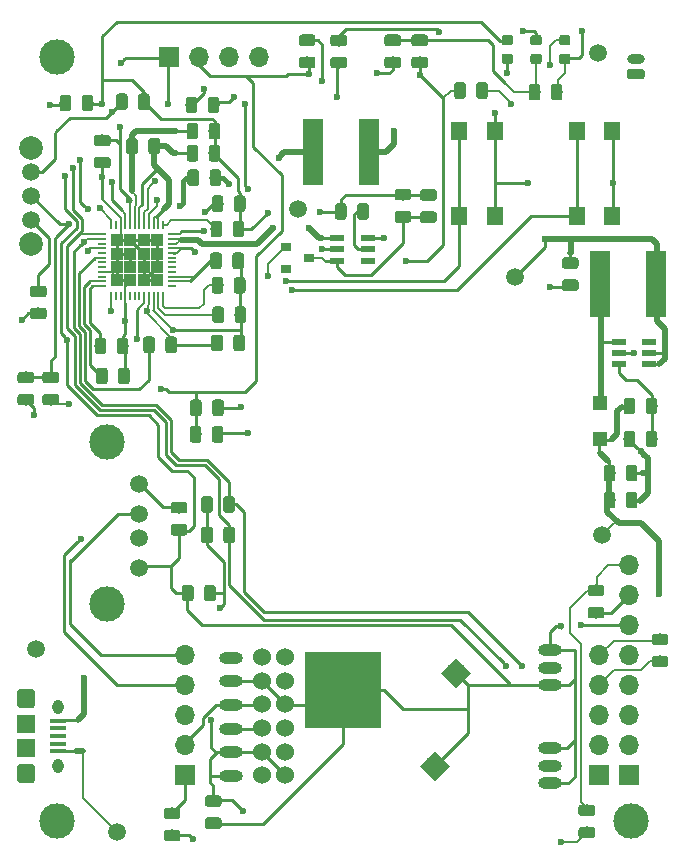
<source format=gbr>
G04 #@! TF.GenerationSoftware,KiCad,Pcbnew,(6.0.0-rc1-dev-1413-ga48e89956)*
G04 #@! TF.CreationDate,2019-10-25T11:37:15-06:00
G04 #@! TF.ProjectId,HAT_ver_6.0,4841545f-7665-4725-9f36-2e302e6b6963,5.1.1*
G04 #@! TF.SameCoordinates,Original*
G04 #@! TF.FileFunction,Copper,L1,Top*
G04 #@! TF.FilePolarity,Positive*
%FSLAX46Y46*%
G04 Gerber Fmt 4.6, Leading zero omitted, Abs format (unit mm)*
G04 Created by KiCad (PCBNEW (6.0.0-rc1-dev-1413-ga48e89956)) date Friday, October 25, 2019 at 11:37:15 AM*
%MOMM*%
%LPD*%
G04 APERTURE LIST*
%ADD10C,1.524000*%
%ADD11C,3.000000*%
%ADD12C,0.100000*%
%ADD13C,0.975000*%
%ADD14O,2.000000X1.000000*%
%ADD15R,6.400000X6.400000*%
%ADD16C,1.800000*%
%ADD17R,1.700000X1.700000*%
%ADD18O,1.700000X1.700000*%
%ADD19C,1.500000*%
%ADD20C,2.000000*%
%ADD21R,1.400000X1.600000*%
%ADD22R,1.200000X0.600000*%
%ADD23R,1.800000X5.700000*%
%ADD24R,1.220000X1.250000*%
%ADD25R,0.800000X0.200000*%
%ADD26R,0.200000X0.800000*%
%ADD27R,1.112500X1.112500*%
%ADD28C,1.501140*%
%ADD29C,2.999740*%
%ADD30O,1.500000X0.850000*%
%ADD31C,0.850000*%
%ADD32R,0.900000X0.800000*%
%ADD33R,1.380000X0.450000*%
%ADD34O,0.950000X1.250000*%
%ADD35C,1.550000*%
%ADD36R,1.550000X1.500000*%
%ADD37C,0.875000*%
%ADD38C,0.600000*%
%ADD39C,0.500000*%
%ADD40C,0.250000*%
%ADD41C,0.200000*%
%ADD42C,0.400000*%
%ADD43C,0.180000*%
G04 APERTURE END LIST*
D10*
X153203000Y-127428000D03*
X153203000Y-125428000D03*
X153203000Y-123428000D03*
X153203000Y-121428000D03*
X153203000Y-119428000D03*
X153203000Y-117428000D03*
X151203000Y-117428000D03*
X151203000Y-127428000D03*
X151203000Y-125428000D03*
X151203000Y-123428000D03*
X151203000Y-121428000D03*
X151203000Y-119428000D03*
D11*
X133908800Y-66614400D03*
D12*
G36*
X158181742Y-79006374D02*
G01*
X158205403Y-79009884D01*
X158228607Y-79015696D01*
X158251129Y-79023754D01*
X158272753Y-79033982D01*
X158293270Y-79046279D01*
X158312483Y-79060529D01*
X158330207Y-79076593D01*
X158346271Y-79094317D01*
X158360521Y-79113530D01*
X158372818Y-79134047D01*
X158383046Y-79155671D01*
X158391104Y-79178193D01*
X158396916Y-79201397D01*
X158400426Y-79225058D01*
X158401600Y-79248950D01*
X158401600Y-80161450D01*
X158400426Y-80185342D01*
X158396916Y-80209003D01*
X158391104Y-80232207D01*
X158383046Y-80254729D01*
X158372818Y-80276353D01*
X158360521Y-80296870D01*
X158346271Y-80316083D01*
X158330207Y-80333807D01*
X158312483Y-80349871D01*
X158293270Y-80364121D01*
X158272753Y-80376418D01*
X158251129Y-80386646D01*
X158228607Y-80394704D01*
X158205403Y-80400516D01*
X158181742Y-80404026D01*
X158157850Y-80405200D01*
X157670350Y-80405200D01*
X157646458Y-80404026D01*
X157622797Y-80400516D01*
X157599593Y-80394704D01*
X157577071Y-80386646D01*
X157555447Y-80376418D01*
X157534930Y-80364121D01*
X157515717Y-80349871D01*
X157497993Y-80333807D01*
X157481929Y-80316083D01*
X157467679Y-80296870D01*
X157455382Y-80276353D01*
X157445154Y-80254729D01*
X157437096Y-80232207D01*
X157431284Y-80209003D01*
X157427774Y-80185342D01*
X157426600Y-80161450D01*
X157426600Y-79248950D01*
X157427774Y-79225058D01*
X157431284Y-79201397D01*
X157437096Y-79178193D01*
X157445154Y-79155671D01*
X157455382Y-79134047D01*
X157467679Y-79113530D01*
X157481929Y-79094317D01*
X157497993Y-79076593D01*
X157515717Y-79060529D01*
X157534930Y-79046279D01*
X157555447Y-79033982D01*
X157577071Y-79023754D01*
X157599593Y-79015696D01*
X157622797Y-79009884D01*
X157646458Y-79006374D01*
X157670350Y-79005200D01*
X158157850Y-79005200D01*
X158181742Y-79006374D01*
X158181742Y-79006374D01*
G37*
D13*
X157914100Y-79705200D03*
D12*
G36*
X160056742Y-79006374D02*
G01*
X160080403Y-79009884D01*
X160103607Y-79015696D01*
X160126129Y-79023754D01*
X160147753Y-79033982D01*
X160168270Y-79046279D01*
X160187483Y-79060529D01*
X160205207Y-79076593D01*
X160221271Y-79094317D01*
X160235521Y-79113530D01*
X160247818Y-79134047D01*
X160258046Y-79155671D01*
X160266104Y-79178193D01*
X160271916Y-79201397D01*
X160275426Y-79225058D01*
X160276600Y-79248950D01*
X160276600Y-80161450D01*
X160275426Y-80185342D01*
X160271916Y-80209003D01*
X160266104Y-80232207D01*
X160258046Y-80254729D01*
X160247818Y-80276353D01*
X160235521Y-80296870D01*
X160221271Y-80316083D01*
X160205207Y-80333807D01*
X160187483Y-80349871D01*
X160168270Y-80364121D01*
X160147753Y-80376418D01*
X160126129Y-80386646D01*
X160103607Y-80394704D01*
X160080403Y-80400516D01*
X160056742Y-80404026D01*
X160032850Y-80405200D01*
X159545350Y-80405200D01*
X159521458Y-80404026D01*
X159497797Y-80400516D01*
X159474593Y-80394704D01*
X159452071Y-80386646D01*
X159430447Y-80376418D01*
X159409930Y-80364121D01*
X159390717Y-80349871D01*
X159372993Y-80333807D01*
X159356929Y-80316083D01*
X159342679Y-80296870D01*
X159330382Y-80276353D01*
X159320154Y-80254729D01*
X159312096Y-80232207D01*
X159306284Y-80209003D01*
X159302774Y-80185342D01*
X159301600Y-80161450D01*
X159301600Y-79248950D01*
X159302774Y-79225058D01*
X159306284Y-79201397D01*
X159312096Y-79178193D01*
X159320154Y-79155671D01*
X159330382Y-79134047D01*
X159342679Y-79113530D01*
X159356929Y-79094317D01*
X159372993Y-79076593D01*
X159390717Y-79060529D01*
X159409930Y-79046279D01*
X159430447Y-79033982D01*
X159452071Y-79023754D01*
X159474593Y-79015696D01*
X159497797Y-79009884D01*
X159521458Y-79006374D01*
X159545350Y-79005200D01*
X160032850Y-79005200D01*
X160056742Y-79006374D01*
X160056742Y-79006374D01*
G37*
D13*
X159789100Y-79705200D03*
D12*
G36*
X165808742Y-77821874D02*
G01*
X165832403Y-77825384D01*
X165855607Y-77831196D01*
X165878129Y-77839254D01*
X165899753Y-77849482D01*
X165920270Y-77861779D01*
X165939483Y-77876029D01*
X165957207Y-77892093D01*
X165973271Y-77909817D01*
X165987521Y-77929030D01*
X165999818Y-77949547D01*
X166010046Y-77971171D01*
X166018104Y-77993693D01*
X166023916Y-78016897D01*
X166027426Y-78040558D01*
X166028600Y-78064450D01*
X166028600Y-78551950D01*
X166027426Y-78575842D01*
X166023916Y-78599503D01*
X166018104Y-78622707D01*
X166010046Y-78645229D01*
X165999818Y-78666853D01*
X165987521Y-78687370D01*
X165973271Y-78706583D01*
X165957207Y-78724307D01*
X165939483Y-78740371D01*
X165920270Y-78754621D01*
X165899753Y-78766918D01*
X165878129Y-78777146D01*
X165855607Y-78785204D01*
X165832403Y-78791016D01*
X165808742Y-78794526D01*
X165784850Y-78795700D01*
X164872350Y-78795700D01*
X164848458Y-78794526D01*
X164824797Y-78791016D01*
X164801593Y-78785204D01*
X164779071Y-78777146D01*
X164757447Y-78766918D01*
X164736930Y-78754621D01*
X164717717Y-78740371D01*
X164699993Y-78724307D01*
X164683929Y-78706583D01*
X164669679Y-78687370D01*
X164657382Y-78666853D01*
X164647154Y-78645229D01*
X164639096Y-78622707D01*
X164633284Y-78599503D01*
X164629774Y-78575842D01*
X164628600Y-78551950D01*
X164628600Y-78064450D01*
X164629774Y-78040558D01*
X164633284Y-78016897D01*
X164639096Y-77993693D01*
X164647154Y-77971171D01*
X164657382Y-77949547D01*
X164669679Y-77929030D01*
X164683929Y-77909817D01*
X164699993Y-77892093D01*
X164717717Y-77876029D01*
X164736930Y-77861779D01*
X164757447Y-77849482D01*
X164779071Y-77839254D01*
X164801593Y-77831196D01*
X164824797Y-77825384D01*
X164848458Y-77821874D01*
X164872350Y-77820700D01*
X165784850Y-77820700D01*
X165808742Y-77821874D01*
X165808742Y-77821874D01*
G37*
D13*
X165328600Y-78308200D03*
D12*
G36*
X165808742Y-79696874D02*
G01*
X165832403Y-79700384D01*
X165855607Y-79706196D01*
X165878129Y-79714254D01*
X165899753Y-79724482D01*
X165920270Y-79736779D01*
X165939483Y-79751029D01*
X165957207Y-79767093D01*
X165973271Y-79784817D01*
X165987521Y-79804030D01*
X165999818Y-79824547D01*
X166010046Y-79846171D01*
X166018104Y-79868693D01*
X166023916Y-79891897D01*
X166027426Y-79915558D01*
X166028600Y-79939450D01*
X166028600Y-80426950D01*
X166027426Y-80450842D01*
X166023916Y-80474503D01*
X166018104Y-80497707D01*
X166010046Y-80520229D01*
X165999818Y-80541853D01*
X165987521Y-80562370D01*
X165973271Y-80581583D01*
X165957207Y-80599307D01*
X165939483Y-80615371D01*
X165920270Y-80629621D01*
X165899753Y-80641918D01*
X165878129Y-80652146D01*
X165855607Y-80660204D01*
X165832403Y-80666016D01*
X165808742Y-80669526D01*
X165784850Y-80670700D01*
X164872350Y-80670700D01*
X164848458Y-80669526D01*
X164824797Y-80666016D01*
X164801593Y-80660204D01*
X164779071Y-80652146D01*
X164757447Y-80641918D01*
X164736930Y-80629621D01*
X164717717Y-80615371D01*
X164699993Y-80599307D01*
X164683929Y-80581583D01*
X164669679Y-80562370D01*
X164657382Y-80541853D01*
X164647154Y-80520229D01*
X164639096Y-80497707D01*
X164633284Y-80474503D01*
X164629774Y-80450842D01*
X164628600Y-80426950D01*
X164628600Y-79939450D01*
X164629774Y-79915558D01*
X164633284Y-79891897D01*
X164639096Y-79868693D01*
X164647154Y-79846171D01*
X164657382Y-79824547D01*
X164669679Y-79804030D01*
X164683929Y-79784817D01*
X164699993Y-79767093D01*
X164717717Y-79751029D01*
X164736930Y-79736779D01*
X164757447Y-79724482D01*
X164779071Y-79714254D01*
X164801593Y-79706196D01*
X164824797Y-79700384D01*
X164848458Y-79696874D01*
X164872350Y-79695700D01*
X165784850Y-79695700D01*
X165808742Y-79696874D01*
X165808742Y-79696874D01*
G37*
D13*
X165328600Y-80183200D03*
D14*
X148602800Y-117478800D03*
X148602800Y-119478800D03*
X148602800Y-121478800D03*
X148602800Y-123478800D03*
X148602800Y-125478800D03*
X148602800Y-127478800D03*
X175602800Y-128128800D03*
X175602800Y-116828800D03*
X175602800Y-118328800D03*
X175602800Y-119828800D03*
X175602800Y-125128800D03*
X175602800Y-126628800D03*
D15*
X158102800Y-120178800D03*
D16*
X167652800Y-118778800D03*
D12*
G36*
X166380008Y-118778800D02*
G01*
X167652800Y-117506008D01*
X168925592Y-118778800D01*
X167652800Y-120051592D01*
X166380008Y-118778800D01*
X166380008Y-118778800D01*
G37*
D16*
X165902800Y-126678800D03*
D12*
G36*
X164630008Y-126678800D02*
G01*
X165902800Y-125406008D01*
X167175592Y-126678800D01*
X165902800Y-127951592D01*
X164630008Y-126678800D01*
X164630008Y-126678800D01*
G37*
D17*
X182321200Y-127422000D03*
D18*
X182321200Y-124882000D03*
X182321200Y-122342000D03*
X182321200Y-119802000D03*
X182321200Y-117262000D03*
X182321200Y-114722000D03*
X182321200Y-112182000D03*
X182321200Y-109642000D03*
D19*
X131724400Y-76384400D03*
X131724400Y-78384400D03*
X131724400Y-80384400D03*
D20*
X131724400Y-74284400D03*
X131724400Y-82484400D03*
D21*
X167936800Y-80054000D03*
X170936800Y-80054000D03*
X167936800Y-72854000D03*
X170936800Y-72854000D03*
D22*
X181427600Y-90744000D03*
X181427600Y-91694000D03*
X181427600Y-92644000D03*
X184027600Y-92644000D03*
X184027600Y-90744000D03*
X184027600Y-91694000D03*
X157602400Y-81955600D03*
X157602400Y-82905600D03*
X157602400Y-83855600D03*
X160202400Y-83855600D03*
X160202400Y-81955600D03*
X160202400Y-82905600D03*
D23*
X160287200Y-74676000D03*
X155587200Y-74676000D03*
D24*
X179882800Y-98958400D03*
X179882800Y-95958400D03*
D25*
X137665200Y-81620000D03*
X137665200Y-82020000D03*
X137665200Y-82420000D03*
X137665200Y-82820000D03*
X137665200Y-83220000D03*
X137665200Y-83620000D03*
X137665200Y-84020000D03*
X137665200Y-84420000D03*
X137665200Y-84820000D03*
X137665200Y-85220000D03*
X137665200Y-85620000D03*
X137665200Y-86020000D03*
D26*
X138465200Y-86820000D03*
X138865200Y-86820000D03*
X139265200Y-86820000D03*
X139665200Y-86820000D03*
X140065200Y-86820000D03*
X140465200Y-86820000D03*
X140865200Y-86820000D03*
X141265200Y-86820000D03*
X141665200Y-86820000D03*
X142065200Y-86820000D03*
X142465200Y-86820000D03*
X142865200Y-86820000D03*
D25*
X143665200Y-86020000D03*
X143665200Y-85620000D03*
X143665200Y-85220000D03*
X143665200Y-84820000D03*
X143665200Y-84420000D03*
X143665200Y-84020000D03*
X143665200Y-83620000D03*
X143665200Y-83220000D03*
X143665200Y-82820000D03*
X143665200Y-82420000D03*
X143665200Y-82020000D03*
X143665200Y-81620000D03*
D26*
X142865200Y-80820000D03*
X142465200Y-80820000D03*
X142065200Y-80820000D03*
X141665200Y-80820000D03*
X141265200Y-80820000D03*
X140865200Y-80820000D03*
X140465200Y-80820000D03*
X140065200Y-80820000D03*
X139665200Y-80820000D03*
X139265200Y-80820000D03*
X138865200Y-80820000D03*
X138465200Y-80820000D03*
D27*
X142333950Y-85488750D03*
X142333950Y-84376250D03*
X142333950Y-83263750D03*
X142333950Y-82151250D03*
X141221450Y-85488750D03*
X141221450Y-84376250D03*
X141221450Y-83263750D03*
X141221450Y-82151250D03*
X140108950Y-85488750D03*
X140108950Y-84376250D03*
X140108950Y-83263750D03*
X140108950Y-82151250D03*
X138996450Y-85488750D03*
X138996450Y-84376250D03*
X138996450Y-83263750D03*
X138996450Y-82151250D03*
D28*
X140792200Y-109880400D03*
X140792200Y-107340400D03*
X140792200Y-105308400D03*
X140792200Y-102768400D03*
D29*
X138125200Y-112928400D03*
X138125200Y-99212400D03*
D17*
X179781200Y-127422000D03*
D18*
X179781200Y-124882000D03*
X179781200Y-122342000D03*
X179781200Y-119802000D03*
X179781200Y-117262000D03*
D17*
X144729200Y-127422000D03*
D18*
X144729200Y-124882000D03*
X144729200Y-122342000D03*
X144729200Y-119802000D03*
X144729200Y-117262000D03*
D30*
X182880000Y-66822000D03*
D12*
G36*
X183438329Y-67648023D02*
G01*
X183458957Y-67651083D01*
X183479185Y-67656150D01*
X183498820Y-67663176D01*
X183517672Y-67672092D01*
X183535559Y-67682813D01*
X183552309Y-67695235D01*
X183567760Y-67709240D01*
X183581765Y-67724691D01*
X183594187Y-67741441D01*
X183604908Y-67759328D01*
X183613824Y-67778180D01*
X183620850Y-67797815D01*
X183625917Y-67818043D01*
X183628977Y-67838671D01*
X183630000Y-67859500D01*
X183630000Y-68284500D01*
X183628977Y-68305329D01*
X183625917Y-68325957D01*
X183620850Y-68346185D01*
X183613824Y-68365820D01*
X183604908Y-68384672D01*
X183594187Y-68402559D01*
X183581765Y-68419309D01*
X183567760Y-68434760D01*
X183552309Y-68448765D01*
X183535559Y-68461187D01*
X183517672Y-68471908D01*
X183498820Y-68480824D01*
X183479185Y-68487850D01*
X183458957Y-68492917D01*
X183438329Y-68495977D01*
X183417500Y-68497000D01*
X182342500Y-68497000D01*
X182321671Y-68495977D01*
X182301043Y-68492917D01*
X182280815Y-68487850D01*
X182261180Y-68480824D01*
X182242328Y-68471908D01*
X182224441Y-68461187D01*
X182207691Y-68448765D01*
X182192240Y-68434760D01*
X182178235Y-68419309D01*
X182165813Y-68402559D01*
X182155092Y-68384672D01*
X182146176Y-68365820D01*
X182139150Y-68346185D01*
X182134083Y-68325957D01*
X182131023Y-68305329D01*
X182130000Y-68284500D01*
X182130000Y-67859500D01*
X182131023Y-67838671D01*
X182134083Y-67818043D01*
X182139150Y-67797815D01*
X182146176Y-67778180D01*
X182155092Y-67759328D01*
X182165813Y-67741441D01*
X182178235Y-67724691D01*
X182192240Y-67709240D01*
X182207691Y-67695235D01*
X182224441Y-67682813D01*
X182242328Y-67672092D01*
X182261180Y-67663176D01*
X182280815Y-67656150D01*
X182301043Y-67651083D01*
X182321671Y-67648023D01*
X182342500Y-67647000D01*
X183417500Y-67647000D01*
X183438329Y-67648023D01*
X183438329Y-67648023D01*
G37*
D31*
X182880000Y-68072000D03*
D12*
G36*
X144117142Y-130171274D02*
G01*
X144140803Y-130174784D01*
X144164007Y-130180596D01*
X144186529Y-130188654D01*
X144208153Y-130198882D01*
X144228670Y-130211179D01*
X144247883Y-130225429D01*
X144265607Y-130241493D01*
X144281671Y-130259217D01*
X144295921Y-130278430D01*
X144308218Y-130298947D01*
X144318446Y-130320571D01*
X144326504Y-130343093D01*
X144332316Y-130366297D01*
X144335826Y-130389958D01*
X144337000Y-130413850D01*
X144337000Y-130901350D01*
X144335826Y-130925242D01*
X144332316Y-130948903D01*
X144326504Y-130972107D01*
X144318446Y-130994629D01*
X144308218Y-131016253D01*
X144295921Y-131036770D01*
X144281671Y-131055983D01*
X144265607Y-131073707D01*
X144247883Y-131089771D01*
X144228670Y-131104021D01*
X144208153Y-131116318D01*
X144186529Y-131126546D01*
X144164007Y-131134604D01*
X144140803Y-131140416D01*
X144117142Y-131143926D01*
X144093250Y-131145100D01*
X143180750Y-131145100D01*
X143156858Y-131143926D01*
X143133197Y-131140416D01*
X143109993Y-131134604D01*
X143087471Y-131126546D01*
X143065847Y-131116318D01*
X143045330Y-131104021D01*
X143026117Y-131089771D01*
X143008393Y-131073707D01*
X142992329Y-131055983D01*
X142978079Y-131036770D01*
X142965782Y-131016253D01*
X142955554Y-130994629D01*
X142947496Y-130972107D01*
X142941684Y-130948903D01*
X142938174Y-130925242D01*
X142937000Y-130901350D01*
X142937000Y-130413850D01*
X142938174Y-130389958D01*
X142941684Y-130366297D01*
X142947496Y-130343093D01*
X142955554Y-130320571D01*
X142965782Y-130298947D01*
X142978079Y-130278430D01*
X142992329Y-130259217D01*
X143008393Y-130241493D01*
X143026117Y-130225429D01*
X143045330Y-130211179D01*
X143065847Y-130198882D01*
X143087471Y-130188654D01*
X143109993Y-130180596D01*
X143133197Y-130174784D01*
X143156858Y-130171274D01*
X143180750Y-130170100D01*
X144093250Y-130170100D01*
X144117142Y-130171274D01*
X144117142Y-130171274D01*
G37*
D13*
X143637000Y-130657600D03*
D12*
G36*
X144117142Y-132046274D02*
G01*
X144140803Y-132049784D01*
X144164007Y-132055596D01*
X144186529Y-132063654D01*
X144208153Y-132073882D01*
X144228670Y-132086179D01*
X144247883Y-132100429D01*
X144265607Y-132116493D01*
X144281671Y-132134217D01*
X144295921Y-132153430D01*
X144308218Y-132173947D01*
X144318446Y-132195571D01*
X144326504Y-132218093D01*
X144332316Y-132241297D01*
X144335826Y-132264958D01*
X144337000Y-132288850D01*
X144337000Y-132776350D01*
X144335826Y-132800242D01*
X144332316Y-132823903D01*
X144326504Y-132847107D01*
X144318446Y-132869629D01*
X144308218Y-132891253D01*
X144295921Y-132911770D01*
X144281671Y-132930983D01*
X144265607Y-132948707D01*
X144247883Y-132964771D01*
X144228670Y-132979021D01*
X144208153Y-132991318D01*
X144186529Y-133001546D01*
X144164007Y-133009604D01*
X144140803Y-133015416D01*
X144117142Y-133018926D01*
X144093250Y-133020100D01*
X143180750Y-133020100D01*
X143156858Y-133018926D01*
X143133197Y-133015416D01*
X143109993Y-133009604D01*
X143087471Y-133001546D01*
X143065847Y-132991318D01*
X143045330Y-132979021D01*
X143026117Y-132964771D01*
X143008393Y-132948707D01*
X142992329Y-132930983D01*
X142978079Y-132911770D01*
X142965782Y-132891253D01*
X142955554Y-132869629D01*
X142947496Y-132847107D01*
X142941684Y-132823903D01*
X142938174Y-132800242D01*
X142937000Y-132776350D01*
X142937000Y-132288850D01*
X142938174Y-132264958D01*
X142941684Y-132241297D01*
X142947496Y-132218093D01*
X142955554Y-132195571D01*
X142965782Y-132173947D01*
X142978079Y-132153430D01*
X142992329Y-132134217D01*
X143008393Y-132116493D01*
X143026117Y-132100429D01*
X143045330Y-132086179D01*
X143065847Y-132073882D01*
X143087471Y-132063654D01*
X143109993Y-132055596D01*
X143133197Y-132049784D01*
X143156858Y-132046274D01*
X143180750Y-132045100D01*
X144093250Y-132045100D01*
X144117142Y-132046274D01*
X144117142Y-132046274D01*
G37*
D13*
X143637000Y-132532600D03*
D12*
G36*
X163649742Y-77796474D02*
G01*
X163673403Y-77799984D01*
X163696607Y-77805796D01*
X163719129Y-77813854D01*
X163740753Y-77824082D01*
X163761270Y-77836379D01*
X163780483Y-77850629D01*
X163798207Y-77866693D01*
X163814271Y-77884417D01*
X163828521Y-77903630D01*
X163840818Y-77924147D01*
X163851046Y-77945771D01*
X163859104Y-77968293D01*
X163864916Y-77991497D01*
X163868426Y-78015158D01*
X163869600Y-78039050D01*
X163869600Y-78526550D01*
X163868426Y-78550442D01*
X163864916Y-78574103D01*
X163859104Y-78597307D01*
X163851046Y-78619829D01*
X163840818Y-78641453D01*
X163828521Y-78661970D01*
X163814271Y-78681183D01*
X163798207Y-78698907D01*
X163780483Y-78714971D01*
X163761270Y-78729221D01*
X163740753Y-78741518D01*
X163719129Y-78751746D01*
X163696607Y-78759804D01*
X163673403Y-78765616D01*
X163649742Y-78769126D01*
X163625850Y-78770300D01*
X162713350Y-78770300D01*
X162689458Y-78769126D01*
X162665797Y-78765616D01*
X162642593Y-78759804D01*
X162620071Y-78751746D01*
X162598447Y-78741518D01*
X162577930Y-78729221D01*
X162558717Y-78714971D01*
X162540993Y-78698907D01*
X162524929Y-78681183D01*
X162510679Y-78661970D01*
X162498382Y-78641453D01*
X162488154Y-78619829D01*
X162480096Y-78597307D01*
X162474284Y-78574103D01*
X162470774Y-78550442D01*
X162469600Y-78526550D01*
X162469600Y-78039050D01*
X162470774Y-78015158D01*
X162474284Y-77991497D01*
X162480096Y-77968293D01*
X162488154Y-77945771D01*
X162498382Y-77924147D01*
X162510679Y-77903630D01*
X162524929Y-77884417D01*
X162540993Y-77866693D01*
X162558717Y-77850629D01*
X162577930Y-77836379D01*
X162598447Y-77824082D01*
X162620071Y-77813854D01*
X162642593Y-77805796D01*
X162665797Y-77799984D01*
X162689458Y-77796474D01*
X162713350Y-77795300D01*
X163625850Y-77795300D01*
X163649742Y-77796474D01*
X163649742Y-77796474D01*
G37*
D13*
X163169600Y-78282800D03*
D12*
G36*
X163649742Y-79671474D02*
G01*
X163673403Y-79674984D01*
X163696607Y-79680796D01*
X163719129Y-79688854D01*
X163740753Y-79699082D01*
X163761270Y-79711379D01*
X163780483Y-79725629D01*
X163798207Y-79741693D01*
X163814271Y-79759417D01*
X163828521Y-79778630D01*
X163840818Y-79799147D01*
X163851046Y-79820771D01*
X163859104Y-79843293D01*
X163864916Y-79866497D01*
X163868426Y-79890158D01*
X163869600Y-79914050D01*
X163869600Y-80401550D01*
X163868426Y-80425442D01*
X163864916Y-80449103D01*
X163859104Y-80472307D01*
X163851046Y-80494829D01*
X163840818Y-80516453D01*
X163828521Y-80536970D01*
X163814271Y-80556183D01*
X163798207Y-80573907D01*
X163780483Y-80589971D01*
X163761270Y-80604221D01*
X163740753Y-80616518D01*
X163719129Y-80626746D01*
X163696607Y-80634804D01*
X163673403Y-80640616D01*
X163649742Y-80644126D01*
X163625850Y-80645300D01*
X162713350Y-80645300D01*
X162689458Y-80644126D01*
X162665797Y-80640616D01*
X162642593Y-80634804D01*
X162620071Y-80626746D01*
X162598447Y-80616518D01*
X162577930Y-80604221D01*
X162558717Y-80589971D01*
X162540993Y-80573907D01*
X162524929Y-80556183D01*
X162510679Y-80536970D01*
X162498382Y-80516453D01*
X162488154Y-80494829D01*
X162480096Y-80472307D01*
X162474284Y-80449103D01*
X162470774Y-80425442D01*
X162469600Y-80401550D01*
X162469600Y-79914050D01*
X162470774Y-79890158D01*
X162474284Y-79866497D01*
X162480096Y-79843293D01*
X162488154Y-79820771D01*
X162498382Y-79799147D01*
X162510679Y-79778630D01*
X162524929Y-79759417D01*
X162540993Y-79741693D01*
X162558717Y-79725629D01*
X162577930Y-79711379D01*
X162598447Y-79699082D01*
X162620071Y-79688854D01*
X162642593Y-79680796D01*
X162665797Y-79674984D01*
X162689458Y-79671474D01*
X162713350Y-79670300D01*
X163625850Y-79670300D01*
X163649742Y-79671474D01*
X163649742Y-79671474D01*
G37*
D13*
X163169600Y-80157800D03*
D32*
X153244800Y-82666800D03*
X153244800Y-84566800D03*
X155244800Y-83616800D03*
D19*
X132105400Y-116713000D03*
X179705000Y-66294000D03*
X138938000Y-132207000D03*
X154279600Y-79476600D03*
X180060600Y-107086400D03*
D12*
G36*
X185417542Y-117316574D02*
G01*
X185441203Y-117320084D01*
X185464407Y-117325896D01*
X185486929Y-117333954D01*
X185508553Y-117344182D01*
X185529070Y-117356479D01*
X185548283Y-117370729D01*
X185566007Y-117386793D01*
X185582071Y-117404517D01*
X185596321Y-117423730D01*
X185608618Y-117444247D01*
X185618846Y-117465871D01*
X185626904Y-117488393D01*
X185632716Y-117511597D01*
X185636226Y-117535258D01*
X185637400Y-117559150D01*
X185637400Y-118046650D01*
X185636226Y-118070542D01*
X185632716Y-118094203D01*
X185626904Y-118117407D01*
X185618846Y-118139929D01*
X185608618Y-118161553D01*
X185596321Y-118182070D01*
X185582071Y-118201283D01*
X185566007Y-118219007D01*
X185548283Y-118235071D01*
X185529070Y-118249321D01*
X185508553Y-118261618D01*
X185486929Y-118271846D01*
X185464407Y-118279904D01*
X185441203Y-118285716D01*
X185417542Y-118289226D01*
X185393650Y-118290400D01*
X184481150Y-118290400D01*
X184457258Y-118289226D01*
X184433597Y-118285716D01*
X184410393Y-118279904D01*
X184387871Y-118271846D01*
X184366247Y-118261618D01*
X184345730Y-118249321D01*
X184326517Y-118235071D01*
X184308793Y-118219007D01*
X184292729Y-118201283D01*
X184278479Y-118182070D01*
X184266182Y-118161553D01*
X184255954Y-118139929D01*
X184247896Y-118117407D01*
X184242084Y-118094203D01*
X184238574Y-118070542D01*
X184237400Y-118046650D01*
X184237400Y-117559150D01*
X184238574Y-117535258D01*
X184242084Y-117511597D01*
X184247896Y-117488393D01*
X184255954Y-117465871D01*
X184266182Y-117444247D01*
X184278479Y-117423730D01*
X184292729Y-117404517D01*
X184308793Y-117386793D01*
X184326517Y-117370729D01*
X184345730Y-117356479D01*
X184366247Y-117344182D01*
X184387871Y-117333954D01*
X184410393Y-117325896D01*
X184433597Y-117320084D01*
X184457258Y-117316574D01*
X184481150Y-117315400D01*
X185393650Y-117315400D01*
X185417542Y-117316574D01*
X185417542Y-117316574D01*
G37*
D13*
X184937400Y-117802900D03*
D12*
G36*
X185417542Y-115441574D02*
G01*
X185441203Y-115445084D01*
X185464407Y-115450896D01*
X185486929Y-115458954D01*
X185508553Y-115469182D01*
X185529070Y-115481479D01*
X185548283Y-115495729D01*
X185566007Y-115511793D01*
X185582071Y-115529517D01*
X185596321Y-115548730D01*
X185608618Y-115569247D01*
X185618846Y-115590871D01*
X185626904Y-115613393D01*
X185632716Y-115636597D01*
X185636226Y-115660258D01*
X185637400Y-115684150D01*
X185637400Y-116171650D01*
X185636226Y-116195542D01*
X185632716Y-116219203D01*
X185626904Y-116242407D01*
X185618846Y-116264929D01*
X185608618Y-116286553D01*
X185596321Y-116307070D01*
X185582071Y-116326283D01*
X185566007Y-116344007D01*
X185548283Y-116360071D01*
X185529070Y-116374321D01*
X185508553Y-116386618D01*
X185486929Y-116396846D01*
X185464407Y-116404904D01*
X185441203Y-116410716D01*
X185417542Y-116414226D01*
X185393650Y-116415400D01*
X184481150Y-116415400D01*
X184457258Y-116414226D01*
X184433597Y-116410716D01*
X184410393Y-116404904D01*
X184387871Y-116396846D01*
X184366247Y-116386618D01*
X184345730Y-116374321D01*
X184326517Y-116360071D01*
X184308793Y-116344007D01*
X184292729Y-116326283D01*
X184278479Y-116307070D01*
X184266182Y-116286553D01*
X184255954Y-116264929D01*
X184247896Y-116242407D01*
X184242084Y-116219203D01*
X184238574Y-116195542D01*
X184237400Y-116171650D01*
X184237400Y-115684150D01*
X184238574Y-115660258D01*
X184242084Y-115636597D01*
X184247896Y-115613393D01*
X184255954Y-115590871D01*
X184266182Y-115569247D01*
X184278479Y-115548730D01*
X184292729Y-115529517D01*
X184308793Y-115511793D01*
X184326517Y-115495729D01*
X184345730Y-115481479D01*
X184366247Y-115469182D01*
X184387871Y-115458954D01*
X184410393Y-115450896D01*
X184433597Y-115445084D01*
X184457258Y-115441574D01*
X184481150Y-115440400D01*
X185393650Y-115440400D01*
X185417542Y-115441574D01*
X185417542Y-115441574D01*
G37*
D13*
X184937400Y-115927900D03*
D12*
G36*
X145608742Y-74078774D02*
G01*
X145632403Y-74082284D01*
X145655607Y-74088096D01*
X145678129Y-74096154D01*
X145699753Y-74106382D01*
X145720270Y-74118679D01*
X145739483Y-74132929D01*
X145757207Y-74148993D01*
X145773271Y-74166717D01*
X145787521Y-74185930D01*
X145799818Y-74206447D01*
X145810046Y-74228071D01*
X145818104Y-74250593D01*
X145823916Y-74273797D01*
X145827426Y-74297458D01*
X145828600Y-74321350D01*
X145828600Y-75233850D01*
X145827426Y-75257742D01*
X145823916Y-75281403D01*
X145818104Y-75304607D01*
X145810046Y-75327129D01*
X145799818Y-75348753D01*
X145787521Y-75369270D01*
X145773271Y-75388483D01*
X145757207Y-75406207D01*
X145739483Y-75422271D01*
X145720270Y-75436521D01*
X145699753Y-75448818D01*
X145678129Y-75459046D01*
X145655607Y-75467104D01*
X145632403Y-75472916D01*
X145608742Y-75476426D01*
X145584850Y-75477600D01*
X145097350Y-75477600D01*
X145073458Y-75476426D01*
X145049797Y-75472916D01*
X145026593Y-75467104D01*
X145004071Y-75459046D01*
X144982447Y-75448818D01*
X144961930Y-75436521D01*
X144942717Y-75422271D01*
X144924993Y-75406207D01*
X144908929Y-75388483D01*
X144894679Y-75369270D01*
X144882382Y-75348753D01*
X144872154Y-75327129D01*
X144864096Y-75304607D01*
X144858284Y-75281403D01*
X144854774Y-75257742D01*
X144853600Y-75233850D01*
X144853600Y-74321350D01*
X144854774Y-74297458D01*
X144858284Y-74273797D01*
X144864096Y-74250593D01*
X144872154Y-74228071D01*
X144882382Y-74206447D01*
X144894679Y-74185930D01*
X144908929Y-74166717D01*
X144924993Y-74148993D01*
X144942717Y-74132929D01*
X144961930Y-74118679D01*
X144982447Y-74106382D01*
X145004071Y-74096154D01*
X145026593Y-74088096D01*
X145049797Y-74082284D01*
X145073458Y-74078774D01*
X145097350Y-74077600D01*
X145584850Y-74077600D01*
X145608742Y-74078774D01*
X145608742Y-74078774D01*
G37*
D13*
X145341100Y-74777600D03*
D12*
G36*
X147483742Y-74078774D02*
G01*
X147507403Y-74082284D01*
X147530607Y-74088096D01*
X147553129Y-74096154D01*
X147574753Y-74106382D01*
X147595270Y-74118679D01*
X147614483Y-74132929D01*
X147632207Y-74148993D01*
X147648271Y-74166717D01*
X147662521Y-74185930D01*
X147674818Y-74206447D01*
X147685046Y-74228071D01*
X147693104Y-74250593D01*
X147698916Y-74273797D01*
X147702426Y-74297458D01*
X147703600Y-74321350D01*
X147703600Y-75233850D01*
X147702426Y-75257742D01*
X147698916Y-75281403D01*
X147693104Y-75304607D01*
X147685046Y-75327129D01*
X147674818Y-75348753D01*
X147662521Y-75369270D01*
X147648271Y-75388483D01*
X147632207Y-75406207D01*
X147614483Y-75422271D01*
X147595270Y-75436521D01*
X147574753Y-75448818D01*
X147553129Y-75459046D01*
X147530607Y-75467104D01*
X147507403Y-75472916D01*
X147483742Y-75476426D01*
X147459850Y-75477600D01*
X146972350Y-75477600D01*
X146948458Y-75476426D01*
X146924797Y-75472916D01*
X146901593Y-75467104D01*
X146879071Y-75459046D01*
X146857447Y-75448818D01*
X146836930Y-75436521D01*
X146817717Y-75422271D01*
X146799993Y-75406207D01*
X146783929Y-75388483D01*
X146769679Y-75369270D01*
X146757382Y-75348753D01*
X146747154Y-75327129D01*
X146739096Y-75304607D01*
X146733284Y-75281403D01*
X146729774Y-75257742D01*
X146728600Y-75233850D01*
X146728600Y-74321350D01*
X146729774Y-74297458D01*
X146733284Y-74273797D01*
X146739096Y-74250593D01*
X146747154Y-74228071D01*
X146757382Y-74206447D01*
X146769679Y-74185930D01*
X146783929Y-74166717D01*
X146799993Y-74148993D01*
X146817717Y-74132929D01*
X146836930Y-74118679D01*
X146857447Y-74106382D01*
X146879071Y-74096154D01*
X146901593Y-74088096D01*
X146924797Y-74082284D01*
X146948458Y-74078774D01*
X146972350Y-74077600D01*
X147459850Y-74077600D01*
X147483742Y-74078774D01*
X147483742Y-74078774D01*
G37*
D13*
X147216100Y-74777600D03*
D12*
G36*
X145608742Y-72199174D02*
G01*
X145632403Y-72202684D01*
X145655607Y-72208496D01*
X145678129Y-72216554D01*
X145699753Y-72226782D01*
X145720270Y-72239079D01*
X145739483Y-72253329D01*
X145757207Y-72269393D01*
X145773271Y-72287117D01*
X145787521Y-72306330D01*
X145799818Y-72326847D01*
X145810046Y-72348471D01*
X145818104Y-72370993D01*
X145823916Y-72394197D01*
X145827426Y-72417858D01*
X145828600Y-72441750D01*
X145828600Y-73354250D01*
X145827426Y-73378142D01*
X145823916Y-73401803D01*
X145818104Y-73425007D01*
X145810046Y-73447529D01*
X145799818Y-73469153D01*
X145787521Y-73489670D01*
X145773271Y-73508883D01*
X145757207Y-73526607D01*
X145739483Y-73542671D01*
X145720270Y-73556921D01*
X145699753Y-73569218D01*
X145678129Y-73579446D01*
X145655607Y-73587504D01*
X145632403Y-73593316D01*
X145608742Y-73596826D01*
X145584850Y-73598000D01*
X145097350Y-73598000D01*
X145073458Y-73596826D01*
X145049797Y-73593316D01*
X145026593Y-73587504D01*
X145004071Y-73579446D01*
X144982447Y-73569218D01*
X144961930Y-73556921D01*
X144942717Y-73542671D01*
X144924993Y-73526607D01*
X144908929Y-73508883D01*
X144894679Y-73489670D01*
X144882382Y-73469153D01*
X144872154Y-73447529D01*
X144864096Y-73425007D01*
X144858284Y-73401803D01*
X144854774Y-73378142D01*
X144853600Y-73354250D01*
X144853600Y-72441750D01*
X144854774Y-72417858D01*
X144858284Y-72394197D01*
X144864096Y-72370993D01*
X144872154Y-72348471D01*
X144882382Y-72326847D01*
X144894679Y-72306330D01*
X144908929Y-72287117D01*
X144924993Y-72269393D01*
X144942717Y-72253329D01*
X144961930Y-72239079D01*
X144982447Y-72226782D01*
X145004071Y-72216554D01*
X145026593Y-72208496D01*
X145049797Y-72202684D01*
X145073458Y-72199174D01*
X145097350Y-72198000D01*
X145584850Y-72198000D01*
X145608742Y-72199174D01*
X145608742Y-72199174D01*
G37*
D13*
X145341100Y-72898000D03*
D12*
G36*
X147483742Y-72199174D02*
G01*
X147507403Y-72202684D01*
X147530607Y-72208496D01*
X147553129Y-72216554D01*
X147574753Y-72226782D01*
X147595270Y-72239079D01*
X147614483Y-72253329D01*
X147632207Y-72269393D01*
X147648271Y-72287117D01*
X147662521Y-72306330D01*
X147674818Y-72326847D01*
X147685046Y-72348471D01*
X147693104Y-72370993D01*
X147698916Y-72394197D01*
X147702426Y-72417858D01*
X147703600Y-72441750D01*
X147703600Y-73354250D01*
X147702426Y-73378142D01*
X147698916Y-73401803D01*
X147693104Y-73425007D01*
X147685046Y-73447529D01*
X147674818Y-73469153D01*
X147662521Y-73489670D01*
X147648271Y-73508883D01*
X147632207Y-73526607D01*
X147614483Y-73542671D01*
X147595270Y-73556921D01*
X147574753Y-73569218D01*
X147553129Y-73579446D01*
X147530607Y-73587504D01*
X147507403Y-73593316D01*
X147483742Y-73596826D01*
X147459850Y-73598000D01*
X146972350Y-73598000D01*
X146948458Y-73596826D01*
X146924797Y-73593316D01*
X146901593Y-73587504D01*
X146879071Y-73579446D01*
X146857447Y-73569218D01*
X146836930Y-73556921D01*
X146817717Y-73542671D01*
X146799993Y-73526607D01*
X146783929Y-73508883D01*
X146769679Y-73489670D01*
X146757382Y-73469153D01*
X146747154Y-73447529D01*
X146739096Y-73425007D01*
X146733284Y-73401803D01*
X146729774Y-73378142D01*
X146728600Y-73354250D01*
X146728600Y-72441750D01*
X146729774Y-72417858D01*
X146733284Y-72394197D01*
X146739096Y-72370993D01*
X146747154Y-72348471D01*
X146757382Y-72326847D01*
X146769679Y-72306330D01*
X146783929Y-72287117D01*
X146799993Y-72269393D01*
X146817717Y-72253329D01*
X146836930Y-72239079D01*
X146857447Y-72226782D01*
X146879071Y-72216554D01*
X146901593Y-72208496D01*
X146924797Y-72202684D01*
X146948458Y-72199174D01*
X146972350Y-72198000D01*
X147459850Y-72198000D01*
X147483742Y-72199174D01*
X147483742Y-72199174D01*
G37*
D13*
X147216100Y-72898000D03*
D12*
G36*
X138198942Y-73201374D02*
G01*
X138222603Y-73204884D01*
X138245807Y-73210696D01*
X138268329Y-73218754D01*
X138289953Y-73228982D01*
X138310470Y-73241279D01*
X138329683Y-73255529D01*
X138347407Y-73271593D01*
X138363471Y-73289317D01*
X138377721Y-73308530D01*
X138390018Y-73329047D01*
X138400246Y-73350671D01*
X138408304Y-73373193D01*
X138414116Y-73396397D01*
X138417626Y-73420058D01*
X138418800Y-73443950D01*
X138418800Y-73931450D01*
X138417626Y-73955342D01*
X138414116Y-73979003D01*
X138408304Y-74002207D01*
X138400246Y-74024729D01*
X138390018Y-74046353D01*
X138377721Y-74066870D01*
X138363471Y-74086083D01*
X138347407Y-74103807D01*
X138329683Y-74119871D01*
X138310470Y-74134121D01*
X138289953Y-74146418D01*
X138268329Y-74156646D01*
X138245807Y-74164704D01*
X138222603Y-74170516D01*
X138198942Y-74174026D01*
X138175050Y-74175200D01*
X137262550Y-74175200D01*
X137238658Y-74174026D01*
X137214997Y-74170516D01*
X137191793Y-74164704D01*
X137169271Y-74156646D01*
X137147647Y-74146418D01*
X137127130Y-74134121D01*
X137107917Y-74119871D01*
X137090193Y-74103807D01*
X137074129Y-74086083D01*
X137059879Y-74066870D01*
X137047582Y-74046353D01*
X137037354Y-74024729D01*
X137029296Y-74002207D01*
X137023484Y-73979003D01*
X137019974Y-73955342D01*
X137018800Y-73931450D01*
X137018800Y-73443950D01*
X137019974Y-73420058D01*
X137023484Y-73396397D01*
X137029296Y-73373193D01*
X137037354Y-73350671D01*
X137047582Y-73329047D01*
X137059879Y-73308530D01*
X137074129Y-73289317D01*
X137090193Y-73271593D01*
X137107917Y-73255529D01*
X137127130Y-73241279D01*
X137147647Y-73228982D01*
X137169271Y-73218754D01*
X137191793Y-73210696D01*
X137214997Y-73204884D01*
X137238658Y-73201374D01*
X137262550Y-73200200D01*
X138175050Y-73200200D01*
X138198942Y-73201374D01*
X138198942Y-73201374D01*
G37*
D13*
X137718800Y-73687700D03*
D12*
G36*
X138198942Y-75076374D02*
G01*
X138222603Y-75079884D01*
X138245807Y-75085696D01*
X138268329Y-75093754D01*
X138289953Y-75103982D01*
X138310470Y-75116279D01*
X138329683Y-75130529D01*
X138347407Y-75146593D01*
X138363471Y-75164317D01*
X138377721Y-75183530D01*
X138390018Y-75204047D01*
X138400246Y-75225671D01*
X138408304Y-75248193D01*
X138414116Y-75271397D01*
X138417626Y-75295058D01*
X138418800Y-75318950D01*
X138418800Y-75806450D01*
X138417626Y-75830342D01*
X138414116Y-75854003D01*
X138408304Y-75877207D01*
X138400246Y-75899729D01*
X138390018Y-75921353D01*
X138377721Y-75941870D01*
X138363471Y-75961083D01*
X138347407Y-75978807D01*
X138329683Y-75994871D01*
X138310470Y-76009121D01*
X138289953Y-76021418D01*
X138268329Y-76031646D01*
X138245807Y-76039704D01*
X138222603Y-76045516D01*
X138198942Y-76049026D01*
X138175050Y-76050200D01*
X137262550Y-76050200D01*
X137238658Y-76049026D01*
X137214997Y-76045516D01*
X137191793Y-76039704D01*
X137169271Y-76031646D01*
X137147647Y-76021418D01*
X137127130Y-76009121D01*
X137107917Y-75994871D01*
X137090193Y-75978807D01*
X137074129Y-75961083D01*
X137059879Y-75941870D01*
X137047582Y-75921353D01*
X137037354Y-75899729D01*
X137029296Y-75877207D01*
X137023484Y-75854003D01*
X137019974Y-75830342D01*
X137018800Y-75806450D01*
X137018800Y-75318950D01*
X137019974Y-75295058D01*
X137023484Y-75271397D01*
X137029296Y-75248193D01*
X137037354Y-75225671D01*
X137047582Y-75204047D01*
X137059879Y-75183530D01*
X137074129Y-75164317D01*
X137090193Y-75146593D01*
X137107917Y-75130529D01*
X137127130Y-75116279D01*
X137147647Y-75103982D01*
X137169271Y-75093754D01*
X137191793Y-75085696D01*
X137214997Y-75079884D01*
X137238658Y-75076374D01*
X137262550Y-75075200D01*
X138175050Y-75075200D01*
X138198942Y-75076374D01*
X138198942Y-75076374D01*
G37*
D13*
X137718800Y-75562700D03*
D12*
G36*
X177822942Y-85455574D02*
G01*
X177846603Y-85459084D01*
X177869807Y-85464896D01*
X177892329Y-85472954D01*
X177913953Y-85483182D01*
X177934470Y-85495479D01*
X177953683Y-85509729D01*
X177971407Y-85525793D01*
X177987471Y-85543517D01*
X178001721Y-85562730D01*
X178014018Y-85583247D01*
X178024246Y-85604871D01*
X178032304Y-85627393D01*
X178038116Y-85650597D01*
X178041626Y-85674258D01*
X178042800Y-85698150D01*
X178042800Y-86185650D01*
X178041626Y-86209542D01*
X178038116Y-86233203D01*
X178032304Y-86256407D01*
X178024246Y-86278929D01*
X178014018Y-86300553D01*
X178001721Y-86321070D01*
X177987471Y-86340283D01*
X177971407Y-86358007D01*
X177953683Y-86374071D01*
X177934470Y-86388321D01*
X177913953Y-86400618D01*
X177892329Y-86410846D01*
X177869807Y-86418904D01*
X177846603Y-86424716D01*
X177822942Y-86428226D01*
X177799050Y-86429400D01*
X176886550Y-86429400D01*
X176862658Y-86428226D01*
X176838997Y-86424716D01*
X176815793Y-86418904D01*
X176793271Y-86410846D01*
X176771647Y-86400618D01*
X176751130Y-86388321D01*
X176731917Y-86374071D01*
X176714193Y-86358007D01*
X176698129Y-86340283D01*
X176683879Y-86321070D01*
X176671582Y-86300553D01*
X176661354Y-86278929D01*
X176653296Y-86256407D01*
X176647484Y-86233203D01*
X176643974Y-86209542D01*
X176642800Y-86185650D01*
X176642800Y-85698150D01*
X176643974Y-85674258D01*
X176647484Y-85650597D01*
X176653296Y-85627393D01*
X176661354Y-85604871D01*
X176671582Y-85583247D01*
X176683879Y-85562730D01*
X176698129Y-85543517D01*
X176714193Y-85525793D01*
X176731917Y-85509729D01*
X176751130Y-85495479D01*
X176771647Y-85483182D01*
X176793271Y-85472954D01*
X176815793Y-85464896D01*
X176838997Y-85459084D01*
X176862658Y-85455574D01*
X176886550Y-85454400D01*
X177799050Y-85454400D01*
X177822942Y-85455574D01*
X177822942Y-85455574D01*
G37*
D13*
X177342800Y-85941900D03*
D12*
G36*
X177822942Y-83580574D02*
G01*
X177846603Y-83584084D01*
X177869807Y-83589896D01*
X177892329Y-83597954D01*
X177913953Y-83608182D01*
X177934470Y-83620479D01*
X177953683Y-83634729D01*
X177971407Y-83650793D01*
X177987471Y-83668517D01*
X178001721Y-83687730D01*
X178014018Y-83708247D01*
X178024246Y-83729871D01*
X178032304Y-83752393D01*
X178038116Y-83775597D01*
X178041626Y-83799258D01*
X178042800Y-83823150D01*
X178042800Y-84310650D01*
X178041626Y-84334542D01*
X178038116Y-84358203D01*
X178032304Y-84381407D01*
X178024246Y-84403929D01*
X178014018Y-84425553D01*
X178001721Y-84446070D01*
X177987471Y-84465283D01*
X177971407Y-84483007D01*
X177953683Y-84499071D01*
X177934470Y-84513321D01*
X177913953Y-84525618D01*
X177892329Y-84535846D01*
X177869807Y-84543904D01*
X177846603Y-84549716D01*
X177822942Y-84553226D01*
X177799050Y-84554400D01*
X176886550Y-84554400D01*
X176862658Y-84553226D01*
X176838997Y-84549716D01*
X176815793Y-84543904D01*
X176793271Y-84535846D01*
X176771647Y-84525618D01*
X176751130Y-84513321D01*
X176731917Y-84499071D01*
X176714193Y-84483007D01*
X176698129Y-84465283D01*
X176683879Y-84446070D01*
X176671582Y-84425553D01*
X176661354Y-84403929D01*
X176653296Y-84381407D01*
X176647484Y-84358203D01*
X176643974Y-84334542D01*
X176642800Y-84310650D01*
X176642800Y-83823150D01*
X176643974Y-83799258D01*
X176647484Y-83775597D01*
X176653296Y-83752393D01*
X176661354Y-83729871D01*
X176671582Y-83708247D01*
X176683879Y-83687730D01*
X176698129Y-83668517D01*
X176714193Y-83650793D01*
X176731917Y-83634729D01*
X176751130Y-83620479D01*
X176771647Y-83608182D01*
X176793271Y-83597954D01*
X176815793Y-83589896D01*
X176838997Y-83584084D01*
X176862658Y-83580574D01*
X176886550Y-83579400D01*
X177799050Y-83579400D01*
X177822942Y-83580574D01*
X177822942Y-83580574D01*
G37*
D13*
X177342800Y-84066900D03*
D12*
G36*
X147700942Y-90131574D02*
G01*
X147724603Y-90135084D01*
X147747807Y-90140896D01*
X147770329Y-90148954D01*
X147791953Y-90159182D01*
X147812470Y-90171479D01*
X147831683Y-90185729D01*
X147849407Y-90201793D01*
X147865471Y-90219517D01*
X147879721Y-90238730D01*
X147892018Y-90259247D01*
X147902246Y-90280871D01*
X147910304Y-90303393D01*
X147916116Y-90326597D01*
X147919626Y-90350258D01*
X147920800Y-90374150D01*
X147920800Y-91286650D01*
X147919626Y-91310542D01*
X147916116Y-91334203D01*
X147910304Y-91357407D01*
X147902246Y-91379929D01*
X147892018Y-91401553D01*
X147879721Y-91422070D01*
X147865471Y-91441283D01*
X147849407Y-91459007D01*
X147831683Y-91475071D01*
X147812470Y-91489321D01*
X147791953Y-91501618D01*
X147770329Y-91511846D01*
X147747807Y-91519904D01*
X147724603Y-91525716D01*
X147700942Y-91529226D01*
X147677050Y-91530400D01*
X147189550Y-91530400D01*
X147165658Y-91529226D01*
X147141997Y-91525716D01*
X147118793Y-91519904D01*
X147096271Y-91511846D01*
X147074647Y-91501618D01*
X147054130Y-91489321D01*
X147034917Y-91475071D01*
X147017193Y-91459007D01*
X147001129Y-91441283D01*
X146986879Y-91422070D01*
X146974582Y-91401553D01*
X146964354Y-91379929D01*
X146956296Y-91357407D01*
X146950484Y-91334203D01*
X146946974Y-91310542D01*
X146945800Y-91286650D01*
X146945800Y-90374150D01*
X146946974Y-90350258D01*
X146950484Y-90326597D01*
X146956296Y-90303393D01*
X146964354Y-90280871D01*
X146974582Y-90259247D01*
X146986879Y-90238730D01*
X147001129Y-90219517D01*
X147017193Y-90201793D01*
X147034917Y-90185729D01*
X147054130Y-90171479D01*
X147074647Y-90159182D01*
X147096271Y-90148954D01*
X147118793Y-90140896D01*
X147141997Y-90135084D01*
X147165658Y-90131574D01*
X147189550Y-90130400D01*
X147677050Y-90130400D01*
X147700942Y-90131574D01*
X147700942Y-90131574D01*
G37*
D13*
X147433300Y-90830400D03*
D12*
G36*
X149575942Y-90131574D02*
G01*
X149599603Y-90135084D01*
X149622807Y-90140896D01*
X149645329Y-90148954D01*
X149666953Y-90159182D01*
X149687470Y-90171479D01*
X149706683Y-90185729D01*
X149724407Y-90201793D01*
X149740471Y-90219517D01*
X149754721Y-90238730D01*
X149767018Y-90259247D01*
X149777246Y-90280871D01*
X149785304Y-90303393D01*
X149791116Y-90326597D01*
X149794626Y-90350258D01*
X149795800Y-90374150D01*
X149795800Y-91286650D01*
X149794626Y-91310542D01*
X149791116Y-91334203D01*
X149785304Y-91357407D01*
X149777246Y-91379929D01*
X149767018Y-91401553D01*
X149754721Y-91422070D01*
X149740471Y-91441283D01*
X149724407Y-91459007D01*
X149706683Y-91475071D01*
X149687470Y-91489321D01*
X149666953Y-91501618D01*
X149645329Y-91511846D01*
X149622807Y-91519904D01*
X149599603Y-91525716D01*
X149575942Y-91529226D01*
X149552050Y-91530400D01*
X149064550Y-91530400D01*
X149040658Y-91529226D01*
X149016997Y-91525716D01*
X148993793Y-91519904D01*
X148971271Y-91511846D01*
X148949647Y-91501618D01*
X148929130Y-91489321D01*
X148909917Y-91475071D01*
X148892193Y-91459007D01*
X148876129Y-91441283D01*
X148861879Y-91422070D01*
X148849582Y-91401553D01*
X148839354Y-91379929D01*
X148831296Y-91357407D01*
X148825484Y-91334203D01*
X148821974Y-91310542D01*
X148820800Y-91286650D01*
X148820800Y-90374150D01*
X148821974Y-90350258D01*
X148825484Y-90326597D01*
X148831296Y-90303393D01*
X148839354Y-90280871D01*
X148849582Y-90259247D01*
X148861879Y-90238730D01*
X148876129Y-90219517D01*
X148892193Y-90201793D01*
X148909917Y-90185729D01*
X148929130Y-90171479D01*
X148949647Y-90159182D01*
X148971271Y-90148954D01*
X148993793Y-90140896D01*
X149016997Y-90135084D01*
X149040658Y-90131574D01*
X149064550Y-90130400D01*
X149552050Y-90130400D01*
X149575942Y-90131574D01*
X149575942Y-90131574D01*
G37*
D13*
X149308300Y-90830400D03*
D12*
G36*
X147615342Y-83171974D02*
G01*
X147639003Y-83175484D01*
X147662207Y-83181296D01*
X147684729Y-83189354D01*
X147706353Y-83199582D01*
X147726870Y-83211879D01*
X147746083Y-83226129D01*
X147763807Y-83242193D01*
X147779871Y-83259917D01*
X147794121Y-83279130D01*
X147806418Y-83299647D01*
X147816646Y-83321271D01*
X147824704Y-83343793D01*
X147830516Y-83366997D01*
X147834026Y-83390658D01*
X147835200Y-83414550D01*
X147835200Y-84327050D01*
X147834026Y-84350942D01*
X147830516Y-84374603D01*
X147824704Y-84397807D01*
X147816646Y-84420329D01*
X147806418Y-84441953D01*
X147794121Y-84462470D01*
X147779871Y-84481683D01*
X147763807Y-84499407D01*
X147746083Y-84515471D01*
X147726870Y-84529721D01*
X147706353Y-84542018D01*
X147684729Y-84552246D01*
X147662207Y-84560304D01*
X147639003Y-84566116D01*
X147615342Y-84569626D01*
X147591450Y-84570800D01*
X147103950Y-84570800D01*
X147080058Y-84569626D01*
X147056397Y-84566116D01*
X147033193Y-84560304D01*
X147010671Y-84552246D01*
X146989047Y-84542018D01*
X146968530Y-84529721D01*
X146949317Y-84515471D01*
X146931593Y-84499407D01*
X146915529Y-84481683D01*
X146901279Y-84462470D01*
X146888982Y-84441953D01*
X146878754Y-84420329D01*
X146870696Y-84397807D01*
X146864884Y-84374603D01*
X146861374Y-84350942D01*
X146860200Y-84327050D01*
X146860200Y-83414550D01*
X146861374Y-83390658D01*
X146864884Y-83366997D01*
X146870696Y-83343793D01*
X146878754Y-83321271D01*
X146888982Y-83299647D01*
X146901279Y-83279130D01*
X146915529Y-83259917D01*
X146931593Y-83242193D01*
X146949317Y-83226129D01*
X146968530Y-83211879D01*
X146989047Y-83199582D01*
X147010671Y-83189354D01*
X147033193Y-83181296D01*
X147056397Y-83175484D01*
X147080058Y-83171974D01*
X147103950Y-83170800D01*
X147591450Y-83170800D01*
X147615342Y-83171974D01*
X147615342Y-83171974D01*
G37*
D13*
X147347700Y-83870800D03*
D12*
G36*
X149490342Y-83171974D02*
G01*
X149514003Y-83175484D01*
X149537207Y-83181296D01*
X149559729Y-83189354D01*
X149581353Y-83199582D01*
X149601870Y-83211879D01*
X149621083Y-83226129D01*
X149638807Y-83242193D01*
X149654871Y-83259917D01*
X149669121Y-83279130D01*
X149681418Y-83299647D01*
X149691646Y-83321271D01*
X149699704Y-83343793D01*
X149705516Y-83366997D01*
X149709026Y-83390658D01*
X149710200Y-83414550D01*
X149710200Y-84327050D01*
X149709026Y-84350942D01*
X149705516Y-84374603D01*
X149699704Y-84397807D01*
X149691646Y-84420329D01*
X149681418Y-84441953D01*
X149669121Y-84462470D01*
X149654871Y-84481683D01*
X149638807Y-84499407D01*
X149621083Y-84515471D01*
X149601870Y-84529721D01*
X149581353Y-84542018D01*
X149559729Y-84552246D01*
X149537207Y-84560304D01*
X149514003Y-84566116D01*
X149490342Y-84569626D01*
X149466450Y-84570800D01*
X148978950Y-84570800D01*
X148955058Y-84569626D01*
X148931397Y-84566116D01*
X148908193Y-84560304D01*
X148885671Y-84552246D01*
X148864047Y-84542018D01*
X148843530Y-84529721D01*
X148824317Y-84515471D01*
X148806593Y-84499407D01*
X148790529Y-84481683D01*
X148776279Y-84462470D01*
X148763982Y-84441953D01*
X148753754Y-84420329D01*
X148745696Y-84397807D01*
X148739884Y-84374603D01*
X148736374Y-84350942D01*
X148735200Y-84327050D01*
X148735200Y-83414550D01*
X148736374Y-83390658D01*
X148739884Y-83366997D01*
X148745696Y-83343793D01*
X148753754Y-83321271D01*
X148763982Y-83299647D01*
X148776279Y-83279130D01*
X148790529Y-83259917D01*
X148806593Y-83242193D01*
X148824317Y-83226129D01*
X148843530Y-83211879D01*
X148864047Y-83199582D01*
X148885671Y-83189354D01*
X148908193Y-83181296D01*
X148931397Y-83175484D01*
X148955058Y-83171974D01*
X148978950Y-83170800D01*
X149466450Y-83170800D01*
X149490342Y-83171974D01*
X149490342Y-83171974D01*
G37*
D13*
X149222700Y-83870800D03*
D12*
G36*
X182815142Y-103441174D02*
G01*
X182838803Y-103444684D01*
X182862007Y-103450496D01*
X182884529Y-103458554D01*
X182906153Y-103468782D01*
X182926670Y-103481079D01*
X182945883Y-103495329D01*
X182963607Y-103511393D01*
X182979671Y-103529117D01*
X182993921Y-103548330D01*
X183006218Y-103568847D01*
X183016446Y-103590471D01*
X183024504Y-103612993D01*
X183030316Y-103636197D01*
X183033826Y-103659858D01*
X183035000Y-103683750D01*
X183035000Y-104596250D01*
X183033826Y-104620142D01*
X183030316Y-104643803D01*
X183024504Y-104667007D01*
X183016446Y-104689529D01*
X183006218Y-104711153D01*
X182993921Y-104731670D01*
X182979671Y-104750883D01*
X182963607Y-104768607D01*
X182945883Y-104784671D01*
X182926670Y-104798921D01*
X182906153Y-104811218D01*
X182884529Y-104821446D01*
X182862007Y-104829504D01*
X182838803Y-104835316D01*
X182815142Y-104838826D01*
X182791250Y-104840000D01*
X182303750Y-104840000D01*
X182279858Y-104838826D01*
X182256197Y-104835316D01*
X182232993Y-104829504D01*
X182210471Y-104821446D01*
X182188847Y-104811218D01*
X182168330Y-104798921D01*
X182149117Y-104784671D01*
X182131393Y-104768607D01*
X182115329Y-104750883D01*
X182101079Y-104731670D01*
X182088782Y-104711153D01*
X182078554Y-104689529D01*
X182070496Y-104667007D01*
X182064684Y-104643803D01*
X182061174Y-104620142D01*
X182060000Y-104596250D01*
X182060000Y-103683750D01*
X182061174Y-103659858D01*
X182064684Y-103636197D01*
X182070496Y-103612993D01*
X182078554Y-103590471D01*
X182088782Y-103568847D01*
X182101079Y-103548330D01*
X182115329Y-103529117D01*
X182131393Y-103511393D01*
X182149117Y-103495329D01*
X182168330Y-103481079D01*
X182188847Y-103468782D01*
X182210471Y-103458554D01*
X182232993Y-103450496D01*
X182256197Y-103444684D01*
X182279858Y-103441174D01*
X182303750Y-103440000D01*
X182791250Y-103440000D01*
X182815142Y-103441174D01*
X182815142Y-103441174D01*
G37*
D13*
X182547500Y-104140000D03*
D12*
G36*
X180940142Y-103441174D02*
G01*
X180963803Y-103444684D01*
X180987007Y-103450496D01*
X181009529Y-103458554D01*
X181031153Y-103468782D01*
X181051670Y-103481079D01*
X181070883Y-103495329D01*
X181088607Y-103511393D01*
X181104671Y-103529117D01*
X181118921Y-103548330D01*
X181131218Y-103568847D01*
X181141446Y-103590471D01*
X181149504Y-103612993D01*
X181155316Y-103636197D01*
X181158826Y-103659858D01*
X181160000Y-103683750D01*
X181160000Y-104596250D01*
X181158826Y-104620142D01*
X181155316Y-104643803D01*
X181149504Y-104667007D01*
X181141446Y-104689529D01*
X181131218Y-104711153D01*
X181118921Y-104731670D01*
X181104671Y-104750883D01*
X181088607Y-104768607D01*
X181070883Y-104784671D01*
X181051670Y-104798921D01*
X181031153Y-104811218D01*
X181009529Y-104821446D01*
X180987007Y-104829504D01*
X180963803Y-104835316D01*
X180940142Y-104838826D01*
X180916250Y-104840000D01*
X180428750Y-104840000D01*
X180404858Y-104838826D01*
X180381197Y-104835316D01*
X180357993Y-104829504D01*
X180335471Y-104821446D01*
X180313847Y-104811218D01*
X180293330Y-104798921D01*
X180274117Y-104784671D01*
X180256393Y-104768607D01*
X180240329Y-104750883D01*
X180226079Y-104731670D01*
X180213782Y-104711153D01*
X180203554Y-104689529D01*
X180195496Y-104667007D01*
X180189684Y-104643803D01*
X180186174Y-104620142D01*
X180185000Y-104596250D01*
X180185000Y-103683750D01*
X180186174Y-103659858D01*
X180189684Y-103636197D01*
X180195496Y-103612993D01*
X180203554Y-103590471D01*
X180213782Y-103568847D01*
X180226079Y-103548330D01*
X180240329Y-103529117D01*
X180256393Y-103511393D01*
X180274117Y-103495329D01*
X180293330Y-103481079D01*
X180313847Y-103468782D01*
X180335471Y-103458554D01*
X180357993Y-103450496D01*
X180381197Y-103444684D01*
X180404858Y-103441174D01*
X180428750Y-103440000D01*
X180916250Y-103440000D01*
X180940142Y-103441174D01*
X180940142Y-103441174D01*
G37*
D13*
X180672500Y-104140000D03*
D12*
G36*
X180940142Y-101155174D02*
G01*
X180963803Y-101158684D01*
X180987007Y-101164496D01*
X181009529Y-101172554D01*
X181031153Y-101182782D01*
X181051670Y-101195079D01*
X181070883Y-101209329D01*
X181088607Y-101225393D01*
X181104671Y-101243117D01*
X181118921Y-101262330D01*
X181131218Y-101282847D01*
X181141446Y-101304471D01*
X181149504Y-101326993D01*
X181155316Y-101350197D01*
X181158826Y-101373858D01*
X181160000Y-101397750D01*
X181160000Y-102310250D01*
X181158826Y-102334142D01*
X181155316Y-102357803D01*
X181149504Y-102381007D01*
X181141446Y-102403529D01*
X181131218Y-102425153D01*
X181118921Y-102445670D01*
X181104671Y-102464883D01*
X181088607Y-102482607D01*
X181070883Y-102498671D01*
X181051670Y-102512921D01*
X181031153Y-102525218D01*
X181009529Y-102535446D01*
X180987007Y-102543504D01*
X180963803Y-102549316D01*
X180940142Y-102552826D01*
X180916250Y-102554000D01*
X180428750Y-102554000D01*
X180404858Y-102552826D01*
X180381197Y-102549316D01*
X180357993Y-102543504D01*
X180335471Y-102535446D01*
X180313847Y-102525218D01*
X180293330Y-102512921D01*
X180274117Y-102498671D01*
X180256393Y-102482607D01*
X180240329Y-102464883D01*
X180226079Y-102445670D01*
X180213782Y-102425153D01*
X180203554Y-102403529D01*
X180195496Y-102381007D01*
X180189684Y-102357803D01*
X180186174Y-102334142D01*
X180185000Y-102310250D01*
X180185000Y-101397750D01*
X180186174Y-101373858D01*
X180189684Y-101350197D01*
X180195496Y-101326993D01*
X180203554Y-101304471D01*
X180213782Y-101282847D01*
X180226079Y-101262330D01*
X180240329Y-101243117D01*
X180256393Y-101225393D01*
X180274117Y-101209329D01*
X180293330Y-101195079D01*
X180313847Y-101182782D01*
X180335471Y-101172554D01*
X180357993Y-101164496D01*
X180381197Y-101158684D01*
X180404858Y-101155174D01*
X180428750Y-101154000D01*
X180916250Y-101154000D01*
X180940142Y-101155174D01*
X180940142Y-101155174D01*
G37*
D13*
X180672500Y-101854000D03*
D12*
G36*
X182815142Y-101155174D02*
G01*
X182838803Y-101158684D01*
X182862007Y-101164496D01*
X182884529Y-101172554D01*
X182906153Y-101182782D01*
X182926670Y-101195079D01*
X182945883Y-101209329D01*
X182963607Y-101225393D01*
X182979671Y-101243117D01*
X182993921Y-101262330D01*
X183006218Y-101282847D01*
X183016446Y-101304471D01*
X183024504Y-101326993D01*
X183030316Y-101350197D01*
X183033826Y-101373858D01*
X183035000Y-101397750D01*
X183035000Y-102310250D01*
X183033826Y-102334142D01*
X183030316Y-102357803D01*
X183024504Y-102381007D01*
X183016446Y-102403529D01*
X183006218Y-102425153D01*
X182993921Y-102445670D01*
X182979671Y-102464883D01*
X182963607Y-102482607D01*
X182945883Y-102498671D01*
X182926670Y-102512921D01*
X182906153Y-102525218D01*
X182884529Y-102535446D01*
X182862007Y-102543504D01*
X182838803Y-102549316D01*
X182815142Y-102552826D01*
X182791250Y-102554000D01*
X182303750Y-102554000D01*
X182279858Y-102552826D01*
X182256197Y-102549316D01*
X182232993Y-102543504D01*
X182210471Y-102535446D01*
X182188847Y-102525218D01*
X182168330Y-102512921D01*
X182149117Y-102498671D01*
X182131393Y-102482607D01*
X182115329Y-102464883D01*
X182101079Y-102445670D01*
X182088782Y-102425153D01*
X182078554Y-102403529D01*
X182070496Y-102381007D01*
X182064684Y-102357803D01*
X182061174Y-102334142D01*
X182060000Y-102310250D01*
X182060000Y-101397750D01*
X182061174Y-101373858D01*
X182064684Y-101350197D01*
X182070496Y-101326993D01*
X182078554Y-101304471D01*
X182088782Y-101282847D01*
X182101079Y-101262330D01*
X182115329Y-101243117D01*
X182131393Y-101225393D01*
X182149117Y-101209329D01*
X182168330Y-101195079D01*
X182188847Y-101182782D01*
X182210471Y-101172554D01*
X182232993Y-101164496D01*
X182256197Y-101158684D01*
X182279858Y-101155174D01*
X182303750Y-101154000D01*
X182791250Y-101154000D01*
X182815142Y-101155174D01*
X182815142Y-101155174D01*
G37*
D13*
X182547500Y-101854000D03*
D12*
G36*
X149626742Y-85254774D02*
G01*
X149650403Y-85258284D01*
X149673607Y-85264096D01*
X149696129Y-85272154D01*
X149717753Y-85282382D01*
X149738270Y-85294679D01*
X149757483Y-85308929D01*
X149775207Y-85324993D01*
X149791271Y-85342717D01*
X149805521Y-85361930D01*
X149817818Y-85382447D01*
X149828046Y-85404071D01*
X149836104Y-85426593D01*
X149841916Y-85449797D01*
X149845426Y-85473458D01*
X149846600Y-85497350D01*
X149846600Y-86409850D01*
X149845426Y-86433742D01*
X149841916Y-86457403D01*
X149836104Y-86480607D01*
X149828046Y-86503129D01*
X149817818Y-86524753D01*
X149805521Y-86545270D01*
X149791271Y-86564483D01*
X149775207Y-86582207D01*
X149757483Y-86598271D01*
X149738270Y-86612521D01*
X149717753Y-86624818D01*
X149696129Y-86635046D01*
X149673607Y-86643104D01*
X149650403Y-86648916D01*
X149626742Y-86652426D01*
X149602850Y-86653600D01*
X149115350Y-86653600D01*
X149091458Y-86652426D01*
X149067797Y-86648916D01*
X149044593Y-86643104D01*
X149022071Y-86635046D01*
X149000447Y-86624818D01*
X148979930Y-86612521D01*
X148960717Y-86598271D01*
X148942993Y-86582207D01*
X148926929Y-86564483D01*
X148912679Y-86545270D01*
X148900382Y-86524753D01*
X148890154Y-86503129D01*
X148882096Y-86480607D01*
X148876284Y-86457403D01*
X148872774Y-86433742D01*
X148871600Y-86409850D01*
X148871600Y-85497350D01*
X148872774Y-85473458D01*
X148876284Y-85449797D01*
X148882096Y-85426593D01*
X148890154Y-85404071D01*
X148900382Y-85382447D01*
X148912679Y-85361930D01*
X148926929Y-85342717D01*
X148942993Y-85324993D01*
X148960717Y-85308929D01*
X148979930Y-85294679D01*
X149000447Y-85282382D01*
X149022071Y-85272154D01*
X149044593Y-85264096D01*
X149067797Y-85258284D01*
X149091458Y-85254774D01*
X149115350Y-85253600D01*
X149602850Y-85253600D01*
X149626742Y-85254774D01*
X149626742Y-85254774D01*
G37*
D13*
X149359100Y-85953600D03*
D12*
G36*
X147751742Y-85254774D02*
G01*
X147775403Y-85258284D01*
X147798607Y-85264096D01*
X147821129Y-85272154D01*
X147842753Y-85282382D01*
X147863270Y-85294679D01*
X147882483Y-85308929D01*
X147900207Y-85324993D01*
X147916271Y-85342717D01*
X147930521Y-85361930D01*
X147942818Y-85382447D01*
X147953046Y-85404071D01*
X147961104Y-85426593D01*
X147966916Y-85449797D01*
X147970426Y-85473458D01*
X147971600Y-85497350D01*
X147971600Y-86409850D01*
X147970426Y-86433742D01*
X147966916Y-86457403D01*
X147961104Y-86480607D01*
X147953046Y-86503129D01*
X147942818Y-86524753D01*
X147930521Y-86545270D01*
X147916271Y-86564483D01*
X147900207Y-86582207D01*
X147882483Y-86598271D01*
X147863270Y-86612521D01*
X147842753Y-86624818D01*
X147821129Y-86635046D01*
X147798607Y-86643104D01*
X147775403Y-86648916D01*
X147751742Y-86652426D01*
X147727850Y-86653600D01*
X147240350Y-86653600D01*
X147216458Y-86652426D01*
X147192797Y-86648916D01*
X147169593Y-86643104D01*
X147147071Y-86635046D01*
X147125447Y-86624818D01*
X147104930Y-86612521D01*
X147085717Y-86598271D01*
X147067993Y-86582207D01*
X147051929Y-86564483D01*
X147037679Y-86545270D01*
X147025382Y-86524753D01*
X147015154Y-86503129D01*
X147007096Y-86480607D01*
X147001284Y-86457403D01*
X146997774Y-86433742D01*
X146996600Y-86409850D01*
X146996600Y-85497350D01*
X146997774Y-85473458D01*
X147001284Y-85449797D01*
X147007096Y-85426593D01*
X147015154Y-85404071D01*
X147025382Y-85382447D01*
X147037679Y-85361930D01*
X147051929Y-85342717D01*
X147067993Y-85324993D01*
X147085717Y-85308929D01*
X147104930Y-85294679D01*
X147125447Y-85282382D01*
X147147071Y-85272154D01*
X147169593Y-85264096D01*
X147192797Y-85258284D01*
X147216458Y-85254774D01*
X147240350Y-85253600D01*
X147727850Y-85253600D01*
X147751742Y-85254774D01*
X147751742Y-85254774D01*
G37*
D13*
X147484100Y-85953600D03*
D12*
G36*
X145227742Y-111315174D02*
G01*
X145251403Y-111318684D01*
X145274607Y-111324496D01*
X145297129Y-111332554D01*
X145318753Y-111342782D01*
X145339270Y-111355079D01*
X145358483Y-111369329D01*
X145376207Y-111385393D01*
X145392271Y-111403117D01*
X145406521Y-111422330D01*
X145418818Y-111442847D01*
X145429046Y-111464471D01*
X145437104Y-111486993D01*
X145442916Y-111510197D01*
X145446426Y-111533858D01*
X145447600Y-111557750D01*
X145447600Y-112470250D01*
X145446426Y-112494142D01*
X145442916Y-112517803D01*
X145437104Y-112541007D01*
X145429046Y-112563529D01*
X145418818Y-112585153D01*
X145406521Y-112605670D01*
X145392271Y-112624883D01*
X145376207Y-112642607D01*
X145358483Y-112658671D01*
X145339270Y-112672921D01*
X145318753Y-112685218D01*
X145297129Y-112695446D01*
X145274607Y-112703504D01*
X145251403Y-112709316D01*
X145227742Y-112712826D01*
X145203850Y-112714000D01*
X144716350Y-112714000D01*
X144692458Y-112712826D01*
X144668797Y-112709316D01*
X144645593Y-112703504D01*
X144623071Y-112695446D01*
X144601447Y-112685218D01*
X144580930Y-112672921D01*
X144561717Y-112658671D01*
X144543993Y-112642607D01*
X144527929Y-112624883D01*
X144513679Y-112605670D01*
X144501382Y-112585153D01*
X144491154Y-112563529D01*
X144483096Y-112541007D01*
X144477284Y-112517803D01*
X144473774Y-112494142D01*
X144472600Y-112470250D01*
X144472600Y-111557750D01*
X144473774Y-111533858D01*
X144477284Y-111510197D01*
X144483096Y-111486993D01*
X144491154Y-111464471D01*
X144501382Y-111442847D01*
X144513679Y-111422330D01*
X144527929Y-111403117D01*
X144543993Y-111385393D01*
X144561717Y-111369329D01*
X144580930Y-111355079D01*
X144601447Y-111342782D01*
X144623071Y-111332554D01*
X144645593Y-111324496D01*
X144668797Y-111318684D01*
X144692458Y-111315174D01*
X144716350Y-111314000D01*
X145203850Y-111314000D01*
X145227742Y-111315174D01*
X145227742Y-111315174D01*
G37*
D13*
X144960100Y-112014000D03*
D12*
G36*
X147102742Y-111315174D02*
G01*
X147126403Y-111318684D01*
X147149607Y-111324496D01*
X147172129Y-111332554D01*
X147193753Y-111342782D01*
X147214270Y-111355079D01*
X147233483Y-111369329D01*
X147251207Y-111385393D01*
X147267271Y-111403117D01*
X147281521Y-111422330D01*
X147293818Y-111442847D01*
X147304046Y-111464471D01*
X147312104Y-111486993D01*
X147317916Y-111510197D01*
X147321426Y-111533858D01*
X147322600Y-111557750D01*
X147322600Y-112470250D01*
X147321426Y-112494142D01*
X147317916Y-112517803D01*
X147312104Y-112541007D01*
X147304046Y-112563529D01*
X147293818Y-112585153D01*
X147281521Y-112605670D01*
X147267271Y-112624883D01*
X147251207Y-112642607D01*
X147233483Y-112658671D01*
X147214270Y-112672921D01*
X147193753Y-112685218D01*
X147172129Y-112695446D01*
X147149607Y-112703504D01*
X147126403Y-112709316D01*
X147102742Y-112712826D01*
X147078850Y-112714000D01*
X146591350Y-112714000D01*
X146567458Y-112712826D01*
X146543797Y-112709316D01*
X146520593Y-112703504D01*
X146498071Y-112695446D01*
X146476447Y-112685218D01*
X146455930Y-112672921D01*
X146436717Y-112658671D01*
X146418993Y-112642607D01*
X146402929Y-112624883D01*
X146388679Y-112605670D01*
X146376382Y-112585153D01*
X146366154Y-112563529D01*
X146358096Y-112541007D01*
X146352284Y-112517803D01*
X146348774Y-112494142D01*
X146347600Y-112470250D01*
X146347600Y-111557750D01*
X146348774Y-111533858D01*
X146352284Y-111510197D01*
X146358096Y-111486993D01*
X146366154Y-111464471D01*
X146376382Y-111442847D01*
X146388679Y-111422330D01*
X146402929Y-111403117D01*
X146418993Y-111385393D01*
X146436717Y-111369329D01*
X146455930Y-111355079D01*
X146476447Y-111342782D01*
X146498071Y-111332554D01*
X146520593Y-111324496D01*
X146543797Y-111318684D01*
X146567458Y-111315174D01*
X146591350Y-111314000D01*
X147078850Y-111314000D01*
X147102742Y-111315174D01*
X147102742Y-111315174D01*
G37*
D13*
X146835100Y-112014000D03*
D12*
G36*
X139711342Y-90385574D02*
G01*
X139735003Y-90389084D01*
X139758207Y-90394896D01*
X139780729Y-90402954D01*
X139802353Y-90413182D01*
X139822870Y-90425479D01*
X139842083Y-90439729D01*
X139859807Y-90455793D01*
X139875871Y-90473517D01*
X139890121Y-90492730D01*
X139902418Y-90513247D01*
X139912646Y-90534871D01*
X139920704Y-90557393D01*
X139926516Y-90580597D01*
X139930026Y-90604258D01*
X139931200Y-90628150D01*
X139931200Y-91540650D01*
X139930026Y-91564542D01*
X139926516Y-91588203D01*
X139920704Y-91611407D01*
X139912646Y-91633929D01*
X139902418Y-91655553D01*
X139890121Y-91676070D01*
X139875871Y-91695283D01*
X139859807Y-91713007D01*
X139842083Y-91729071D01*
X139822870Y-91743321D01*
X139802353Y-91755618D01*
X139780729Y-91765846D01*
X139758207Y-91773904D01*
X139735003Y-91779716D01*
X139711342Y-91783226D01*
X139687450Y-91784400D01*
X139199950Y-91784400D01*
X139176058Y-91783226D01*
X139152397Y-91779716D01*
X139129193Y-91773904D01*
X139106671Y-91765846D01*
X139085047Y-91755618D01*
X139064530Y-91743321D01*
X139045317Y-91729071D01*
X139027593Y-91713007D01*
X139011529Y-91695283D01*
X138997279Y-91676070D01*
X138984982Y-91655553D01*
X138974754Y-91633929D01*
X138966696Y-91611407D01*
X138960884Y-91588203D01*
X138957374Y-91564542D01*
X138956200Y-91540650D01*
X138956200Y-90628150D01*
X138957374Y-90604258D01*
X138960884Y-90580597D01*
X138966696Y-90557393D01*
X138974754Y-90534871D01*
X138984982Y-90513247D01*
X138997279Y-90492730D01*
X139011529Y-90473517D01*
X139027593Y-90455793D01*
X139045317Y-90439729D01*
X139064530Y-90425479D01*
X139085047Y-90413182D01*
X139106671Y-90402954D01*
X139129193Y-90394896D01*
X139152397Y-90389084D01*
X139176058Y-90385574D01*
X139199950Y-90384400D01*
X139687450Y-90384400D01*
X139711342Y-90385574D01*
X139711342Y-90385574D01*
G37*
D13*
X139443700Y-91084400D03*
D12*
G36*
X137836342Y-90385574D02*
G01*
X137860003Y-90389084D01*
X137883207Y-90394896D01*
X137905729Y-90402954D01*
X137927353Y-90413182D01*
X137947870Y-90425479D01*
X137967083Y-90439729D01*
X137984807Y-90455793D01*
X138000871Y-90473517D01*
X138015121Y-90492730D01*
X138027418Y-90513247D01*
X138037646Y-90534871D01*
X138045704Y-90557393D01*
X138051516Y-90580597D01*
X138055026Y-90604258D01*
X138056200Y-90628150D01*
X138056200Y-91540650D01*
X138055026Y-91564542D01*
X138051516Y-91588203D01*
X138045704Y-91611407D01*
X138037646Y-91633929D01*
X138027418Y-91655553D01*
X138015121Y-91676070D01*
X138000871Y-91695283D01*
X137984807Y-91713007D01*
X137967083Y-91729071D01*
X137947870Y-91743321D01*
X137927353Y-91755618D01*
X137905729Y-91765846D01*
X137883207Y-91773904D01*
X137860003Y-91779716D01*
X137836342Y-91783226D01*
X137812450Y-91784400D01*
X137324950Y-91784400D01*
X137301058Y-91783226D01*
X137277397Y-91779716D01*
X137254193Y-91773904D01*
X137231671Y-91765846D01*
X137210047Y-91755618D01*
X137189530Y-91743321D01*
X137170317Y-91729071D01*
X137152593Y-91713007D01*
X137136529Y-91695283D01*
X137122279Y-91676070D01*
X137109982Y-91655553D01*
X137099754Y-91633929D01*
X137091696Y-91611407D01*
X137085884Y-91588203D01*
X137082374Y-91564542D01*
X137081200Y-91540650D01*
X137081200Y-90628150D01*
X137082374Y-90604258D01*
X137085884Y-90580597D01*
X137091696Y-90557393D01*
X137099754Y-90534871D01*
X137109982Y-90513247D01*
X137122279Y-90492730D01*
X137136529Y-90473517D01*
X137152593Y-90455793D01*
X137170317Y-90439729D01*
X137189530Y-90425479D01*
X137210047Y-90413182D01*
X137231671Y-90402954D01*
X137254193Y-90394896D01*
X137277397Y-90389084D01*
X137301058Y-90385574D01*
X137324950Y-90384400D01*
X137812450Y-90384400D01*
X137836342Y-90385574D01*
X137836342Y-90385574D01*
G37*
D13*
X137568700Y-91084400D03*
D12*
G36*
X137947342Y-92925574D02*
G01*
X137971003Y-92929084D01*
X137994207Y-92934896D01*
X138016729Y-92942954D01*
X138038353Y-92953182D01*
X138058870Y-92965479D01*
X138078083Y-92979729D01*
X138095807Y-92995793D01*
X138111871Y-93013517D01*
X138126121Y-93032730D01*
X138138418Y-93053247D01*
X138148646Y-93074871D01*
X138156704Y-93097393D01*
X138162516Y-93120597D01*
X138166026Y-93144258D01*
X138167200Y-93168150D01*
X138167200Y-94080650D01*
X138166026Y-94104542D01*
X138162516Y-94128203D01*
X138156704Y-94151407D01*
X138148646Y-94173929D01*
X138138418Y-94195553D01*
X138126121Y-94216070D01*
X138111871Y-94235283D01*
X138095807Y-94253007D01*
X138078083Y-94269071D01*
X138058870Y-94283321D01*
X138038353Y-94295618D01*
X138016729Y-94305846D01*
X137994207Y-94313904D01*
X137971003Y-94319716D01*
X137947342Y-94323226D01*
X137923450Y-94324400D01*
X137435950Y-94324400D01*
X137412058Y-94323226D01*
X137388397Y-94319716D01*
X137365193Y-94313904D01*
X137342671Y-94305846D01*
X137321047Y-94295618D01*
X137300530Y-94283321D01*
X137281317Y-94269071D01*
X137263593Y-94253007D01*
X137247529Y-94235283D01*
X137233279Y-94216070D01*
X137220982Y-94195553D01*
X137210754Y-94173929D01*
X137202696Y-94151407D01*
X137196884Y-94128203D01*
X137193374Y-94104542D01*
X137192200Y-94080650D01*
X137192200Y-93168150D01*
X137193374Y-93144258D01*
X137196884Y-93120597D01*
X137202696Y-93097393D01*
X137210754Y-93074871D01*
X137220982Y-93053247D01*
X137233279Y-93032730D01*
X137247529Y-93013517D01*
X137263593Y-92995793D01*
X137281317Y-92979729D01*
X137300530Y-92965479D01*
X137321047Y-92953182D01*
X137342671Y-92942954D01*
X137365193Y-92934896D01*
X137388397Y-92929084D01*
X137412058Y-92925574D01*
X137435950Y-92924400D01*
X137923450Y-92924400D01*
X137947342Y-92925574D01*
X137947342Y-92925574D01*
G37*
D13*
X137679700Y-93624400D03*
D12*
G36*
X139822342Y-92925574D02*
G01*
X139846003Y-92929084D01*
X139869207Y-92934896D01*
X139891729Y-92942954D01*
X139913353Y-92953182D01*
X139933870Y-92965479D01*
X139953083Y-92979729D01*
X139970807Y-92995793D01*
X139986871Y-93013517D01*
X140001121Y-93032730D01*
X140013418Y-93053247D01*
X140023646Y-93074871D01*
X140031704Y-93097393D01*
X140037516Y-93120597D01*
X140041026Y-93144258D01*
X140042200Y-93168150D01*
X140042200Y-94080650D01*
X140041026Y-94104542D01*
X140037516Y-94128203D01*
X140031704Y-94151407D01*
X140023646Y-94173929D01*
X140013418Y-94195553D01*
X140001121Y-94216070D01*
X139986871Y-94235283D01*
X139970807Y-94253007D01*
X139953083Y-94269071D01*
X139933870Y-94283321D01*
X139913353Y-94295618D01*
X139891729Y-94305846D01*
X139869207Y-94313904D01*
X139846003Y-94319716D01*
X139822342Y-94323226D01*
X139798450Y-94324400D01*
X139310950Y-94324400D01*
X139287058Y-94323226D01*
X139263397Y-94319716D01*
X139240193Y-94313904D01*
X139217671Y-94305846D01*
X139196047Y-94295618D01*
X139175530Y-94283321D01*
X139156317Y-94269071D01*
X139138593Y-94253007D01*
X139122529Y-94235283D01*
X139108279Y-94216070D01*
X139095982Y-94195553D01*
X139085754Y-94173929D01*
X139077696Y-94151407D01*
X139071884Y-94128203D01*
X139068374Y-94104542D01*
X139067200Y-94080650D01*
X139067200Y-93168150D01*
X139068374Y-93144258D01*
X139071884Y-93120597D01*
X139077696Y-93097393D01*
X139085754Y-93074871D01*
X139095982Y-93053247D01*
X139108279Y-93032730D01*
X139122529Y-93013517D01*
X139138593Y-92995793D01*
X139156317Y-92979729D01*
X139175530Y-92965479D01*
X139196047Y-92953182D01*
X139217671Y-92942954D01*
X139240193Y-92934896D01*
X139263397Y-92929084D01*
X139287058Y-92925574D01*
X139310950Y-92924400D01*
X139798450Y-92924400D01*
X139822342Y-92925574D01*
X139822342Y-92925574D01*
G37*
D13*
X139554700Y-93624400D03*
D12*
G36*
X149626742Y-78345974D02*
G01*
X149650403Y-78349484D01*
X149673607Y-78355296D01*
X149696129Y-78363354D01*
X149717753Y-78373582D01*
X149738270Y-78385879D01*
X149757483Y-78400129D01*
X149775207Y-78416193D01*
X149791271Y-78433917D01*
X149805521Y-78453130D01*
X149817818Y-78473647D01*
X149828046Y-78495271D01*
X149836104Y-78517793D01*
X149841916Y-78540997D01*
X149845426Y-78564658D01*
X149846600Y-78588550D01*
X149846600Y-79501050D01*
X149845426Y-79524942D01*
X149841916Y-79548603D01*
X149836104Y-79571807D01*
X149828046Y-79594329D01*
X149817818Y-79615953D01*
X149805521Y-79636470D01*
X149791271Y-79655683D01*
X149775207Y-79673407D01*
X149757483Y-79689471D01*
X149738270Y-79703721D01*
X149717753Y-79716018D01*
X149696129Y-79726246D01*
X149673607Y-79734304D01*
X149650403Y-79740116D01*
X149626742Y-79743626D01*
X149602850Y-79744800D01*
X149115350Y-79744800D01*
X149091458Y-79743626D01*
X149067797Y-79740116D01*
X149044593Y-79734304D01*
X149022071Y-79726246D01*
X149000447Y-79716018D01*
X148979930Y-79703721D01*
X148960717Y-79689471D01*
X148942993Y-79673407D01*
X148926929Y-79655683D01*
X148912679Y-79636470D01*
X148900382Y-79615953D01*
X148890154Y-79594329D01*
X148882096Y-79571807D01*
X148876284Y-79548603D01*
X148872774Y-79524942D01*
X148871600Y-79501050D01*
X148871600Y-78588550D01*
X148872774Y-78564658D01*
X148876284Y-78540997D01*
X148882096Y-78517793D01*
X148890154Y-78495271D01*
X148900382Y-78473647D01*
X148912679Y-78453130D01*
X148926929Y-78433917D01*
X148942993Y-78416193D01*
X148960717Y-78400129D01*
X148979930Y-78385879D01*
X149000447Y-78373582D01*
X149022071Y-78363354D01*
X149044593Y-78355296D01*
X149067797Y-78349484D01*
X149091458Y-78345974D01*
X149115350Y-78344800D01*
X149602850Y-78344800D01*
X149626742Y-78345974D01*
X149626742Y-78345974D01*
G37*
D13*
X149359100Y-79044800D03*
D12*
G36*
X147751742Y-78345974D02*
G01*
X147775403Y-78349484D01*
X147798607Y-78355296D01*
X147821129Y-78363354D01*
X147842753Y-78373582D01*
X147863270Y-78385879D01*
X147882483Y-78400129D01*
X147900207Y-78416193D01*
X147916271Y-78433917D01*
X147930521Y-78453130D01*
X147942818Y-78473647D01*
X147953046Y-78495271D01*
X147961104Y-78517793D01*
X147966916Y-78540997D01*
X147970426Y-78564658D01*
X147971600Y-78588550D01*
X147971600Y-79501050D01*
X147970426Y-79524942D01*
X147966916Y-79548603D01*
X147961104Y-79571807D01*
X147953046Y-79594329D01*
X147942818Y-79615953D01*
X147930521Y-79636470D01*
X147916271Y-79655683D01*
X147900207Y-79673407D01*
X147882483Y-79689471D01*
X147863270Y-79703721D01*
X147842753Y-79716018D01*
X147821129Y-79726246D01*
X147798607Y-79734304D01*
X147775403Y-79740116D01*
X147751742Y-79743626D01*
X147727850Y-79744800D01*
X147240350Y-79744800D01*
X147216458Y-79743626D01*
X147192797Y-79740116D01*
X147169593Y-79734304D01*
X147147071Y-79726246D01*
X147125447Y-79716018D01*
X147104930Y-79703721D01*
X147085717Y-79689471D01*
X147067993Y-79673407D01*
X147051929Y-79655683D01*
X147037679Y-79636470D01*
X147025382Y-79615953D01*
X147015154Y-79594329D01*
X147007096Y-79571807D01*
X147001284Y-79548603D01*
X146997774Y-79524942D01*
X146996600Y-79501050D01*
X146996600Y-78588550D01*
X146997774Y-78564658D01*
X147001284Y-78540997D01*
X147007096Y-78517793D01*
X147015154Y-78495271D01*
X147025382Y-78473647D01*
X147037679Y-78453130D01*
X147051929Y-78433917D01*
X147067993Y-78416193D01*
X147085717Y-78400129D01*
X147104930Y-78385879D01*
X147125447Y-78373582D01*
X147147071Y-78363354D01*
X147169593Y-78355296D01*
X147192797Y-78349484D01*
X147216458Y-78345974D01*
X147240350Y-78344800D01*
X147727850Y-78344800D01*
X147751742Y-78345974D01*
X147751742Y-78345974D01*
G37*
D13*
X147484100Y-79044800D03*
D12*
G36*
X147596942Y-131007174D02*
G01*
X147620603Y-131010684D01*
X147643807Y-131016496D01*
X147666329Y-131024554D01*
X147687953Y-131034782D01*
X147708470Y-131047079D01*
X147727683Y-131061329D01*
X147745407Y-131077393D01*
X147761471Y-131095117D01*
X147775721Y-131114330D01*
X147788018Y-131134847D01*
X147798246Y-131156471D01*
X147806304Y-131178993D01*
X147812116Y-131202197D01*
X147815626Y-131225858D01*
X147816800Y-131249750D01*
X147816800Y-131737250D01*
X147815626Y-131761142D01*
X147812116Y-131784803D01*
X147806304Y-131808007D01*
X147798246Y-131830529D01*
X147788018Y-131852153D01*
X147775721Y-131872670D01*
X147761471Y-131891883D01*
X147745407Y-131909607D01*
X147727683Y-131925671D01*
X147708470Y-131939921D01*
X147687953Y-131952218D01*
X147666329Y-131962446D01*
X147643807Y-131970504D01*
X147620603Y-131976316D01*
X147596942Y-131979826D01*
X147573050Y-131981000D01*
X146660550Y-131981000D01*
X146636658Y-131979826D01*
X146612997Y-131976316D01*
X146589793Y-131970504D01*
X146567271Y-131962446D01*
X146545647Y-131952218D01*
X146525130Y-131939921D01*
X146505917Y-131925671D01*
X146488193Y-131909607D01*
X146472129Y-131891883D01*
X146457879Y-131872670D01*
X146445582Y-131852153D01*
X146435354Y-131830529D01*
X146427296Y-131808007D01*
X146421484Y-131784803D01*
X146417974Y-131761142D01*
X146416800Y-131737250D01*
X146416800Y-131249750D01*
X146417974Y-131225858D01*
X146421484Y-131202197D01*
X146427296Y-131178993D01*
X146435354Y-131156471D01*
X146445582Y-131134847D01*
X146457879Y-131114330D01*
X146472129Y-131095117D01*
X146488193Y-131077393D01*
X146505917Y-131061329D01*
X146525130Y-131047079D01*
X146545647Y-131034782D01*
X146567271Y-131024554D01*
X146589793Y-131016496D01*
X146612997Y-131010684D01*
X146636658Y-131007174D01*
X146660550Y-131006000D01*
X147573050Y-131006000D01*
X147596942Y-131007174D01*
X147596942Y-131007174D01*
G37*
D13*
X147116800Y-131493500D03*
D12*
G36*
X147596942Y-129132174D02*
G01*
X147620603Y-129135684D01*
X147643807Y-129141496D01*
X147666329Y-129149554D01*
X147687953Y-129159782D01*
X147708470Y-129172079D01*
X147727683Y-129186329D01*
X147745407Y-129202393D01*
X147761471Y-129220117D01*
X147775721Y-129239330D01*
X147788018Y-129259847D01*
X147798246Y-129281471D01*
X147806304Y-129303993D01*
X147812116Y-129327197D01*
X147815626Y-129350858D01*
X147816800Y-129374750D01*
X147816800Y-129862250D01*
X147815626Y-129886142D01*
X147812116Y-129909803D01*
X147806304Y-129933007D01*
X147798246Y-129955529D01*
X147788018Y-129977153D01*
X147775721Y-129997670D01*
X147761471Y-130016883D01*
X147745407Y-130034607D01*
X147727683Y-130050671D01*
X147708470Y-130064921D01*
X147687953Y-130077218D01*
X147666329Y-130087446D01*
X147643807Y-130095504D01*
X147620603Y-130101316D01*
X147596942Y-130104826D01*
X147573050Y-130106000D01*
X146660550Y-130106000D01*
X146636658Y-130104826D01*
X146612997Y-130101316D01*
X146589793Y-130095504D01*
X146567271Y-130087446D01*
X146545647Y-130077218D01*
X146525130Y-130064921D01*
X146505917Y-130050671D01*
X146488193Y-130034607D01*
X146472129Y-130016883D01*
X146457879Y-129997670D01*
X146445582Y-129977153D01*
X146435354Y-129955529D01*
X146427296Y-129933007D01*
X146421484Y-129909803D01*
X146417974Y-129886142D01*
X146416800Y-129862250D01*
X146416800Y-129374750D01*
X146417974Y-129350858D01*
X146421484Y-129327197D01*
X146427296Y-129303993D01*
X146435354Y-129281471D01*
X146445582Y-129259847D01*
X146457879Y-129239330D01*
X146472129Y-129220117D01*
X146488193Y-129202393D01*
X146505917Y-129186329D01*
X146525130Y-129172079D01*
X146545647Y-129159782D01*
X146567271Y-129149554D01*
X146589793Y-129141496D01*
X146612997Y-129135684D01*
X146636658Y-129132174D01*
X146660550Y-129131000D01*
X147573050Y-129131000D01*
X147596942Y-129132174D01*
X147596942Y-129132174D01*
G37*
D13*
X147116800Y-129618500D03*
D12*
G36*
X144701342Y-106165974D02*
G01*
X144725003Y-106169484D01*
X144748207Y-106175296D01*
X144770729Y-106183354D01*
X144792353Y-106193582D01*
X144812870Y-106205879D01*
X144832083Y-106220129D01*
X144849807Y-106236193D01*
X144865871Y-106253917D01*
X144880121Y-106273130D01*
X144892418Y-106293647D01*
X144902646Y-106315271D01*
X144910704Y-106337793D01*
X144916516Y-106360997D01*
X144920026Y-106384658D01*
X144921200Y-106408550D01*
X144921200Y-106896050D01*
X144920026Y-106919942D01*
X144916516Y-106943603D01*
X144910704Y-106966807D01*
X144902646Y-106989329D01*
X144892418Y-107010953D01*
X144880121Y-107031470D01*
X144865871Y-107050683D01*
X144849807Y-107068407D01*
X144832083Y-107084471D01*
X144812870Y-107098721D01*
X144792353Y-107111018D01*
X144770729Y-107121246D01*
X144748207Y-107129304D01*
X144725003Y-107135116D01*
X144701342Y-107138626D01*
X144677450Y-107139800D01*
X143764950Y-107139800D01*
X143741058Y-107138626D01*
X143717397Y-107135116D01*
X143694193Y-107129304D01*
X143671671Y-107121246D01*
X143650047Y-107111018D01*
X143629530Y-107098721D01*
X143610317Y-107084471D01*
X143592593Y-107068407D01*
X143576529Y-107050683D01*
X143562279Y-107031470D01*
X143549982Y-107010953D01*
X143539754Y-106989329D01*
X143531696Y-106966807D01*
X143525884Y-106943603D01*
X143522374Y-106919942D01*
X143521200Y-106896050D01*
X143521200Y-106408550D01*
X143522374Y-106384658D01*
X143525884Y-106360997D01*
X143531696Y-106337793D01*
X143539754Y-106315271D01*
X143549982Y-106293647D01*
X143562279Y-106273130D01*
X143576529Y-106253917D01*
X143592593Y-106236193D01*
X143610317Y-106220129D01*
X143629530Y-106205879D01*
X143650047Y-106193582D01*
X143671671Y-106183354D01*
X143694193Y-106175296D01*
X143717397Y-106169484D01*
X143741058Y-106165974D01*
X143764950Y-106164800D01*
X144677450Y-106164800D01*
X144701342Y-106165974D01*
X144701342Y-106165974D01*
G37*
D13*
X144221200Y-106652300D03*
D12*
G36*
X144701342Y-104290974D02*
G01*
X144725003Y-104294484D01*
X144748207Y-104300296D01*
X144770729Y-104308354D01*
X144792353Y-104318582D01*
X144812870Y-104330879D01*
X144832083Y-104345129D01*
X144849807Y-104361193D01*
X144865871Y-104378917D01*
X144880121Y-104398130D01*
X144892418Y-104418647D01*
X144902646Y-104440271D01*
X144910704Y-104462793D01*
X144916516Y-104485997D01*
X144920026Y-104509658D01*
X144921200Y-104533550D01*
X144921200Y-105021050D01*
X144920026Y-105044942D01*
X144916516Y-105068603D01*
X144910704Y-105091807D01*
X144902646Y-105114329D01*
X144892418Y-105135953D01*
X144880121Y-105156470D01*
X144865871Y-105175683D01*
X144849807Y-105193407D01*
X144832083Y-105209471D01*
X144812870Y-105223721D01*
X144792353Y-105236018D01*
X144770729Y-105246246D01*
X144748207Y-105254304D01*
X144725003Y-105260116D01*
X144701342Y-105263626D01*
X144677450Y-105264800D01*
X143764950Y-105264800D01*
X143741058Y-105263626D01*
X143717397Y-105260116D01*
X143694193Y-105254304D01*
X143671671Y-105246246D01*
X143650047Y-105236018D01*
X143629530Y-105223721D01*
X143610317Y-105209471D01*
X143592593Y-105193407D01*
X143576529Y-105175683D01*
X143562279Y-105156470D01*
X143549982Y-105135953D01*
X143539754Y-105114329D01*
X143531696Y-105091807D01*
X143525884Y-105068603D01*
X143522374Y-105044942D01*
X143521200Y-105021050D01*
X143521200Y-104533550D01*
X143522374Y-104509658D01*
X143525884Y-104485997D01*
X143531696Y-104462793D01*
X143539754Y-104440271D01*
X143549982Y-104418647D01*
X143562279Y-104398130D01*
X143576529Y-104378917D01*
X143592593Y-104361193D01*
X143610317Y-104345129D01*
X143629530Y-104330879D01*
X143650047Y-104318582D01*
X143671671Y-104308354D01*
X143694193Y-104300296D01*
X143717397Y-104294484D01*
X143741058Y-104290974D01*
X143764950Y-104289800D01*
X144677450Y-104289800D01*
X144701342Y-104290974D01*
X144701342Y-104290974D01*
G37*
D13*
X144221200Y-104777300D03*
D12*
G36*
X142378342Y-73469174D02*
G01*
X142402003Y-73472684D01*
X142425207Y-73478496D01*
X142447729Y-73486554D01*
X142469353Y-73496782D01*
X142489870Y-73509079D01*
X142509083Y-73523329D01*
X142526807Y-73539393D01*
X142542871Y-73557117D01*
X142557121Y-73576330D01*
X142569418Y-73596847D01*
X142579646Y-73618471D01*
X142587704Y-73640993D01*
X142593516Y-73664197D01*
X142597026Y-73687858D01*
X142598200Y-73711750D01*
X142598200Y-74624250D01*
X142597026Y-74648142D01*
X142593516Y-74671803D01*
X142587704Y-74695007D01*
X142579646Y-74717529D01*
X142569418Y-74739153D01*
X142557121Y-74759670D01*
X142542871Y-74778883D01*
X142526807Y-74796607D01*
X142509083Y-74812671D01*
X142489870Y-74826921D01*
X142469353Y-74839218D01*
X142447729Y-74849446D01*
X142425207Y-74857504D01*
X142402003Y-74863316D01*
X142378342Y-74866826D01*
X142354450Y-74868000D01*
X141866950Y-74868000D01*
X141843058Y-74866826D01*
X141819397Y-74863316D01*
X141796193Y-74857504D01*
X141773671Y-74849446D01*
X141752047Y-74839218D01*
X141731530Y-74826921D01*
X141712317Y-74812671D01*
X141694593Y-74796607D01*
X141678529Y-74778883D01*
X141664279Y-74759670D01*
X141651982Y-74739153D01*
X141641754Y-74717529D01*
X141633696Y-74695007D01*
X141627884Y-74671803D01*
X141624374Y-74648142D01*
X141623200Y-74624250D01*
X141623200Y-73711750D01*
X141624374Y-73687858D01*
X141627884Y-73664197D01*
X141633696Y-73640993D01*
X141641754Y-73618471D01*
X141651982Y-73596847D01*
X141664279Y-73576330D01*
X141678529Y-73557117D01*
X141694593Y-73539393D01*
X141712317Y-73523329D01*
X141731530Y-73509079D01*
X141752047Y-73496782D01*
X141773671Y-73486554D01*
X141796193Y-73478496D01*
X141819397Y-73472684D01*
X141843058Y-73469174D01*
X141866950Y-73468000D01*
X142354450Y-73468000D01*
X142378342Y-73469174D01*
X142378342Y-73469174D01*
G37*
D13*
X142110700Y-74168000D03*
D12*
G36*
X140503342Y-73469174D02*
G01*
X140527003Y-73472684D01*
X140550207Y-73478496D01*
X140572729Y-73486554D01*
X140594353Y-73496782D01*
X140614870Y-73509079D01*
X140634083Y-73523329D01*
X140651807Y-73539393D01*
X140667871Y-73557117D01*
X140682121Y-73576330D01*
X140694418Y-73596847D01*
X140704646Y-73618471D01*
X140712704Y-73640993D01*
X140718516Y-73664197D01*
X140722026Y-73687858D01*
X140723200Y-73711750D01*
X140723200Y-74624250D01*
X140722026Y-74648142D01*
X140718516Y-74671803D01*
X140712704Y-74695007D01*
X140704646Y-74717529D01*
X140694418Y-74739153D01*
X140682121Y-74759670D01*
X140667871Y-74778883D01*
X140651807Y-74796607D01*
X140634083Y-74812671D01*
X140614870Y-74826921D01*
X140594353Y-74839218D01*
X140572729Y-74849446D01*
X140550207Y-74857504D01*
X140527003Y-74863316D01*
X140503342Y-74866826D01*
X140479450Y-74868000D01*
X139991950Y-74868000D01*
X139968058Y-74866826D01*
X139944397Y-74863316D01*
X139921193Y-74857504D01*
X139898671Y-74849446D01*
X139877047Y-74839218D01*
X139856530Y-74826921D01*
X139837317Y-74812671D01*
X139819593Y-74796607D01*
X139803529Y-74778883D01*
X139789279Y-74759670D01*
X139776982Y-74739153D01*
X139766754Y-74717529D01*
X139758696Y-74695007D01*
X139752884Y-74671803D01*
X139749374Y-74648142D01*
X139748200Y-74624250D01*
X139748200Y-73711750D01*
X139749374Y-73687858D01*
X139752884Y-73664197D01*
X139758696Y-73640993D01*
X139766754Y-73618471D01*
X139776982Y-73596847D01*
X139789279Y-73576330D01*
X139803529Y-73557117D01*
X139819593Y-73539393D01*
X139837317Y-73523329D01*
X139856530Y-73509079D01*
X139877047Y-73496782D01*
X139898671Y-73486554D01*
X139921193Y-73478496D01*
X139944397Y-73472684D01*
X139968058Y-73469174D01*
X139991950Y-73468000D01*
X140479450Y-73468000D01*
X140503342Y-73469174D01*
X140503342Y-73469174D01*
G37*
D13*
X140235700Y-74168000D03*
D12*
G36*
X134864542Y-69811574D02*
G01*
X134888203Y-69815084D01*
X134911407Y-69820896D01*
X134933929Y-69828954D01*
X134955553Y-69839182D01*
X134976070Y-69851479D01*
X134995283Y-69865729D01*
X135013007Y-69881793D01*
X135029071Y-69899517D01*
X135043321Y-69918730D01*
X135055618Y-69939247D01*
X135065846Y-69960871D01*
X135073904Y-69983393D01*
X135079716Y-70006597D01*
X135083226Y-70030258D01*
X135084400Y-70054150D01*
X135084400Y-70966650D01*
X135083226Y-70990542D01*
X135079716Y-71014203D01*
X135073904Y-71037407D01*
X135065846Y-71059929D01*
X135055618Y-71081553D01*
X135043321Y-71102070D01*
X135029071Y-71121283D01*
X135013007Y-71139007D01*
X134995283Y-71155071D01*
X134976070Y-71169321D01*
X134955553Y-71181618D01*
X134933929Y-71191846D01*
X134911407Y-71199904D01*
X134888203Y-71205716D01*
X134864542Y-71209226D01*
X134840650Y-71210400D01*
X134353150Y-71210400D01*
X134329258Y-71209226D01*
X134305597Y-71205716D01*
X134282393Y-71199904D01*
X134259871Y-71191846D01*
X134238247Y-71181618D01*
X134217730Y-71169321D01*
X134198517Y-71155071D01*
X134180793Y-71139007D01*
X134164729Y-71121283D01*
X134150479Y-71102070D01*
X134138182Y-71081553D01*
X134127954Y-71059929D01*
X134119896Y-71037407D01*
X134114084Y-71014203D01*
X134110574Y-70990542D01*
X134109400Y-70966650D01*
X134109400Y-70054150D01*
X134110574Y-70030258D01*
X134114084Y-70006597D01*
X134119896Y-69983393D01*
X134127954Y-69960871D01*
X134138182Y-69939247D01*
X134150479Y-69918730D01*
X134164729Y-69899517D01*
X134180793Y-69881793D01*
X134198517Y-69865729D01*
X134217730Y-69851479D01*
X134238247Y-69839182D01*
X134259871Y-69828954D01*
X134282393Y-69820896D01*
X134305597Y-69815084D01*
X134329258Y-69811574D01*
X134353150Y-69810400D01*
X134840650Y-69810400D01*
X134864542Y-69811574D01*
X134864542Y-69811574D01*
G37*
D13*
X134596900Y-70510400D03*
D12*
G36*
X136739542Y-69811574D02*
G01*
X136763203Y-69815084D01*
X136786407Y-69820896D01*
X136808929Y-69828954D01*
X136830553Y-69839182D01*
X136851070Y-69851479D01*
X136870283Y-69865729D01*
X136888007Y-69881793D01*
X136904071Y-69899517D01*
X136918321Y-69918730D01*
X136930618Y-69939247D01*
X136940846Y-69960871D01*
X136948904Y-69983393D01*
X136954716Y-70006597D01*
X136958226Y-70030258D01*
X136959400Y-70054150D01*
X136959400Y-70966650D01*
X136958226Y-70990542D01*
X136954716Y-71014203D01*
X136948904Y-71037407D01*
X136940846Y-71059929D01*
X136930618Y-71081553D01*
X136918321Y-71102070D01*
X136904071Y-71121283D01*
X136888007Y-71139007D01*
X136870283Y-71155071D01*
X136851070Y-71169321D01*
X136830553Y-71181618D01*
X136808929Y-71191846D01*
X136786407Y-71199904D01*
X136763203Y-71205716D01*
X136739542Y-71209226D01*
X136715650Y-71210400D01*
X136228150Y-71210400D01*
X136204258Y-71209226D01*
X136180597Y-71205716D01*
X136157393Y-71199904D01*
X136134871Y-71191846D01*
X136113247Y-71181618D01*
X136092730Y-71169321D01*
X136073517Y-71155071D01*
X136055793Y-71139007D01*
X136039729Y-71121283D01*
X136025479Y-71102070D01*
X136013182Y-71081553D01*
X136002954Y-71059929D01*
X135994896Y-71037407D01*
X135989084Y-71014203D01*
X135985574Y-70990542D01*
X135984400Y-70966650D01*
X135984400Y-70054150D01*
X135985574Y-70030258D01*
X135989084Y-70006597D01*
X135994896Y-69983393D01*
X136002954Y-69960871D01*
X136013182Y-69939247D01*
X136025479Y-69918730D01*
X136039729Y-69899517D01*
X136055793Y-69881793D01*
X136073517Y-69865729D01*
X136092730Y-69851479D01*
X136113247Y-69839182D01*
X136134871Y-69828954D01*
X136157393Y-69820896D01*
X136180597Y-69815084D01*
X136204258Y-69811574D01*
X136228150Y-69810400D01*
X136715650Y-69810400D01*
X136739542Y-69811574D01*
X136739542Y-69811574D01*
G37*
D13*
X136471900Y-70510400D03*
D12*
G36*
X158214142Y-64743174D02*
G01*
X158237803Y-64746684D01*
X158261007Y-64752496D01*
X158283529Y-64760554D01*
X158305153Y-64770782D01*
X158325670Y-64783079D01*
X158344883Y-64797329D01*
X158362607Y-64813393D01*
X158378671Y-64831117D01*
X158392921Y-64850330D01*
X158405218Y-64870847D01*
X158415446Y-64892471D01*
X158423504Y-64914993D01*
X158429316Y-64938197D01*
X158432826Y-64961858D01*
X158434000Y-64985750D01*
X158434000Y-65473250D01*
X158432826Y-65497142D01*
X158429316Y-65520803D01*
X158423504Y-65544007D01*
X158415446Y-65566529D01*
X158405218Y-65588153D01*
X158392921Y-65608670D01*
X158378671Y-65627883D01*
X158362607Y-65645607D01*
X158344883Y-65661671D01*
X158325670Y-65675921D01*
X158305153Y-65688218D01*
X158283529Y-65698446D01*
X158261007Y-65706504D01*
X158237803Y-65712316D01*
X158214142Y-65715826D01*
X158190250Y-65717000D01*
X157277750Y-65717000D01*
X157253858Y-65715826D01*
X157230197Y-65712316D01*
X157206993Y-65706504D01*
X157184471Y-65698446D01*
X157162847Y-65688218D01*
X157142330Y-65675921D01*
X157123117Y-65661671D01*
X157105393Y-65645607D01*
X157089329Y-65627883D01*
X157075079Y-65608670D01*
X157062782Y-65588153D01*
X157052554Y-65566529D01*
X157044496Y-65544007D01*
X157038684Y-65520803D01*
X157035174Y-65497142D01*
X157034000Y-65473250D01*
X157034000Y-64985750D01*
X157035174Y-64961858D01*
X157038684Y-64938197D01*
X157044496Y-64914993D01*
X157052554Y-64892471D01*
X157062782Y-64870847D01*
X157075079Y-64850330D01*
X157089329Y-64831117D01*
X157105393Y-64813393D01*
X157123117Y-64797329D01*
X157142330Y-64783079D01*
X157162847Y-64770782D01*
X157184471Y-64760554D01*
X157206993Y-64752496D01*
X157230197Y-64746684D01*
X157253858Y-64743174D01*
X157277750Y-64742000D01*
X158190250Y-64742000D01*
X158214142Y-64743174D01*
X158214142Y-64743174D01*
G37*
D13*
X157734000Y-65229500D03*
D12*
G36*
X158214142Y-66618174D02*
G01*
X158237803Y-66621684D01*
X158261007Y-66627496D01*
X158283529Y-66635554D01*
X158305153Y-66645782D01*
X158325670Y-66658079D01*
X158344883Y-66672329D01*
X158362607Y-66688393D01*
X158378671Y-66706117D01*
X158392921Y-66725330D01*
X158405218Y-66745847D01*
X158415446Y-66767471D01*
X158423504Y-66789993D01*
X158429316Y-66813197D01*
X158432826Y-66836858D01*
X158434000Y-66860750D01*
X158434000Y-67348250D01*
X158432826Y-67372142D01*
X158429316Y-67395803D01*
X158423504Y-67419007D01*
X158415446Y-67441529D01*
X158405218Y-67463153D01*
X158392921Y-67483670D01*
X158378671Y-67502883D01*
X158362607Y-67520607D01*
X158344883Y-67536671D01*
X158325670Y-67550921D01*
X158305153Y-67563218D01*
X158283529Y-67573446D01*
X158261007Y-67581504D01*
X158237803Y-67587316D01*
X158214142Y-67590826D01*
X158190250Y-67592000D01*
X157277750Y-67592000D01*
X157253858Y-67590826D01*
X157230197Y-67587316D01*
X157206993Y-67581504D01*
X157184471Y-67573446D01*
X157162847Y-67563218D01*
X157142330Y-67550921D01*
X157123117Y-67536671D01*
X157105393Y-67520607D01*
X157089329Y-67502883D01*
X157075079Y-67483670D01*
X157062782Y-67463153D01*
X157052554Y-67441529D01*
X157044496Y-67419007D01*
X157038684Y-67395803D01*
X157035174Y-67372142D01*
X157034000Y-67348250D01*
X157034000Y-66860750D01*
X157035174Y-66836858D01*
X157038684Y-66813197D01*
X157044496Y-66789993D01*
X157052554Y-66767471D01*
X157062782Y-66745847D01*
X157075079Y-66725330D01*
X157089329Y-66706117D01*
X157105393Y-66688393D01*
X157123117Y-66672329D01*
X157142330Y-66658079D01*
X157162847Y-66645782D01*
X157184471Y-66635554D01*
X157206993Y-66627496D01*
X157230197Y-66621684D01*
X157253858Y-66618174D01*
X157277750Y-66617000D01*
X158190250Y-66617000D01*
X158214142Y-66618174D01*
X158214142Y-66618174D01*
G37*
D13*
X157734000Y-67104500D03*
D12*
G36*
X147650942Y-80479574D02*
G01*
X147674603Y-80483084D01*
X147697807Y-80488896D01*
X147720329Y-80496954D01*
X147741953Y-80507182D01*
X147762470Y-80519479D01*
X147781683Y-80533729D01*
X147799407Y-80549793D01*
X147815471Y-80567517D01*
X147829721Y-80586730D01*
X147842018Y-80607247D01*
X147852246Y-80628871D01*
X147860304Y-80651393D01*
X147866116Y-80674597D01*
X147869626Y-80698258D01*
X147870800Y-80722150D01*
X147870800Y-81634650D01*
X147869626Y-81658542D01*
X147866116Y-81682203D01*
X147860304Y-81705407D01*
X147852246Y-81727929D01*
X147842018Y-81749553D01*
X147829721Y-81770070D01*
X147815471Y-81789283D01*
X147799407Y-81807007D01*
X147781683Y-81823071D01*
X147762470Y-81837321D01*
X147741953Y-81849618D01*
X147720329Y-81859846D01*
X147697807Y-81867904D01*
X147674603Y-81873716D01*
X147650942Y-81877226D01*
X147627050Y-81878400D01*
X147139550Y-81878400D01*
X147115658Y-81877226D01*
X147091997Y-81873716D01*
X147068793Y-81867904D01*
X147046271Y-81859846D01*
X147024647Y-81849618D01*
X147004130Y-81837321D01*
X146984917Y-81823071D01*
X146967193Y-81807007D01*
X146951129Y-81789283D01*
X146936879Y-81770070D01*
X146924582Y-81749553D01*
X146914354Y-81727929D01*
X146906296Y-81705407D01*
X146900484Y-81682203D01*
X146896974Y-81658542D01*
X146895800Y-81634650D01*
X146895800Y-80722150D01*
X146896974Y-80698258D01*
X146900484Y-80674597D01*
X146906296Y-80651393D01*
X146914354Y-80628871D01*
X146924582Y-80607247D01*
X146936879Y-80586730D01*
X146951129Y-80567517D01*
X146967193Y-80549793D01*
X146984917Y-80533729D01*
X147004130Y-80519479D01*
X147024647Y-80507182D01*
X147046271Y-80496954D01*
X147068793Y-80488896D01*
X147091997Y-80483084D01*
X147115658Y-80479574D01*
X147139550Y-80478400D01*
X147627050Y-80478400D01*
X147650942Y-80479574D01*
X147650942Y-80479574D01*
G37*
D13*
X147383300Y-81178400D03*
D12*
G36*
X149525942Y-80479574D02*
G01*
X149549603Y-80483084D01*
X149572807Y-80488896D01*
X149595329Y-80496954D01*
X149616953Y-80507182D01*
X149637470Y-80519479D01*
X149656683Y-80533729D01*
X149674407Y-80549793D01*
X149690471Y-80567517D01*
X149704721Y-80586730D01*
X149717018Y-80607247D01*
X149727246Y-80628871D01*
X149735304Y-80651393D01*
X149741116Y-80674597D01*
X149744626Y-80698258D01*
X149745800Y-80722150D01*
X149745800Y-81634650D01*
X149744626Y-81658542D01*
X149741116Y-81682203D01*
X149735304Y-81705407D01*
X149727246Y-81727929D01*
X149717018Y-81749553D01*
X149704721Y-81770070D01*
X149690471Y-81789283D01*
X149674407Y-81807007D01*
X149656683Y-81823071D01*
X149637470Y-81837321D01*
X149616953Y-81849618D01*
X149595329Y-81859846D01*
X149572807Y-81867904D01*
X149549603Y-81873716D01*
X149525942Y-81877226D01*
X149502050Y-81878400D01*
X149014550Y-81878400D01*
X148990658Y-81877226D01*
X148966997Y-81873716D01*
X148943793Y-81867904D01*
X148921271Y-81859846D01*
X148899647Y-81849618D01*
X148879130Y-81837321D01*
X148859917Y-81823071D01*
X148842193Y-81807007D01*
X148826129Y-81789283D01*
X148811879Y-81770070D01*
X148799582Y-81749553D01*
X148789354Y-81727929D01*
X148781296Y-81705407D01*
X148775484Y-81682203D01*
X148771974Y-81658542D01*
X148770800Y-81634650D01*
X148770800Y-80722150D01*
X148771974Y-80698258D01*
X148775484Y-80674597D01*
X148781296Y-80651393D01*
X148789354Y-80628871D01*
X148799582Y-80607247D01*
X148811879Y-80586730D01*
X148826129Y-80567517D01*
X148842193Y-80549793D01*
X148859917Y-80533729D01*
X148879130Y-80519479D01*
X148899647Y-80507182D01*
X148921271Y-80496954D01*
X148943793Y-80488896D01*
X148966997Y-80483084D01*
X148990658Y-80479574D01*
X149014550Y-80478400D01*
X149502050Y-80478400D01*
X149525942Y-80479574D01*
X149525942Y-80479574D01*
G37*
D13*
X149258300Y-81178400D03*
D12*
G36*
X141940942Y-90283974D02*
G01*
X141964603Y-90287484D01*
X141987807Y-90293296D01*
X142010329Y-90301354D01*
X142031953Y-90311582D01*
X142052470Y-90323879D01*
X142071683Y-90338129D01*
X142089407Y-90354193D01*
X142105471Y-90371917D01*
X142119721Y-90391130D01*
X142132018Y-90411647D01*
X142142246Y-90433271D01*
X142150304Y-90455793D01*
X142156116Y-90478997D01*
X142159626Y-90502658D01*
X142160800Y-90526550D01*
X142160800Y-91439050D01*
X142159626Y-91462942D01*
X142156116Y-91486603D01*
X142150304Y-91509807D01*
X142142246Y-91532329D01*
X142132018Y-91553953D01*
X142119721Y-91574470D01*
X142105471Y-91593683D01*
X142089407Y-91611407D01*
X142071683Y-91627471D01*
X142052470Y-91641721D01*
X142031953Y-91654018D01*
X142010329Y-91664246D01*
X141987807Y-91672304D01*
X141964603Y-91678116D01*
X141940942Y-91681626D01*
X141917050Y-91682800D01*
X141429550Y-91682800D01*
X141405658Y-91681626D01*
X141381997Y-91678116D01*
X141358793Y-91672304D01*
X141336271Y-91664246D01*
X141314647Y-91654018D01*
X141294130Y-91641721D01*
X141274917Y-91627471D01*
X141257193Y-91611407D01*
X141241129Y-91593683D01*
X141226879Y-91574470D01*
X141214582Y-91553953D01*
X141204354Y-91532329D01*
X141196296Y-91509807D01*
X141190484Y-91486603D01*
X141186974Y-91462942D01*
X141185800Y-91439050D01*
X141185800Y-90526550D01*
X141186974Y-90502658D01*
X141190484Y-90478997D01*
X141196296Y-90455793D01*
X141204354Y-90433271D01*
X141214582Y-90411647D01*
X141226879Y-90391130D01*
X141241129Y-90371917D01*
X141257193Y-90354193D01*
X141274917Y-90338129D01*
X141294130Y-90323879D01*
X141314647Y-90311582D01*
X141336271Y-90301354D01*
X141358793Y-90293296D01*
X141381997Y-90287484D01*
X141405658Y-90283974D01*
X141429550Y-90282800D01*
X141917050Y-90282800D01*
X141940942Y-90283974D01*
X141940942Y-90283974D01*
G37*
D13*
X141673300Y-90982800D03*
D12*
G36*
X143815942Y-90283974D02*
G01*
X143839603Y-90287484D01*
X143862807Y-90293296D01*
X143885329Y-90301354D01*
X143906953Y-90311582D01*
X143927470Y-90323879D01*
X143946683Y-90338129D01*
X143964407Y-90354193D01*
X143980471Y-90371917D01*
X143994721Y-90391130D01*
X144007018Y-90411647D01*
X144017246Y-90433271D01*
X144025304Y-90455793D01*
X144031116Y-90478997D01*
X144034626Y-90502658D01*
X144035800Y-90526550D01*
X144035800Y-91439050D01*
X144034626Y-91462942D01*
X144031116Y-91486603D01*
X144025304Y-91509807D01*
X144017246Y-91532329D01*
X144007018Y-91553953D01*
X143994721Y-91574470D01*
X143980471Y-91593683D01*
X143964407Y-91611407D01*
X143946683Y-91627471D01*
X143927470Y-91641721D01*
X143906953Y-91654018D01*
X143885329Y-91664246D01*
X143862807Y-91672304D01*
X143839603Y-91678116D01*
X143815942Y-91681626D01*
X143792050Y-91682800D01*
X143304550Y-91682800D01*
X143280658Y-91681626D01*
X143256997Y-91678116D01*
X143233793Y-91672304D01*
X143211271Y-91664246D01*
X143189647Y-91654018D01*
X143169130Y-91641721D01*
X143149917Y-91627471D01*
X143132193Y-91611407D01*
X143116129Y-91593683D01*
X143101879Y-91574470D01*
X143089582Y-91553953D01*
X143079354Y-91532329D01*
X143071296Y-91509807D01*
X143065484Y-91486603D01*
X143061974Y-91462942D01*
X143060800Y-91439050D01*
X143060800Y-90526550D01*
X143061974Y-90502658D01*
X143065484Y-90478997D01*
X143071296Y-90455793D01*
X143079354Y-90433271D01*
X143089582Y-90411647D01*
X143101879Y-90391130D01*
X143116129Y-90371917D01*
X143132193Y-90354193D01*
X143149917Y-90338129D01*
X143169130Y-90323879D01*
X143189647Y-90311582D01*
X143211271Y-90301354D01*
X143233793Y-90293296D01*
X143256997Y-90287484D01*
X143280658Y-90283974D01*
X143304550Y-90282800D01*
X143792050Y-90282800D01*
X143815942Y-90283974D01*
X143815942Y-90283974D01*
G37*
D13*
X143548300Y-90982800D03*
D12*
G36*
X165072142Y-64717774D02*
G01*
X165095803Y-64721284D01*
X165119007Y-64727096D01*
X165141529Y-64735154D01*
X165163153Y-64745382D01*
X165183670Y-64757679D01*
X165202883Y-64771929D01*
X165220607Y-64787993D01*
X165236671Y-64805717D01*
X165250921Y-64824930D01*
X165263218Y-64845447D01*
X165273446Y-64867071D01*
X165281504Y-64889593D01*
X165287316Y-64912797D01*
X165290826Y-64936458D01*
X165292000Y-64960350D01*
X165292000Y-65447850D01*
X165290826Y-65471742D01*
X165287316Y-65495403D01*
X165281504Y-65518607D01*
X165273446Y-65541129D01*
X165263218Y-65562753D01*
X165250921Y-65583270D01*
X165236671Y-65602483D01*
X165220607Y-65620207D01*
X165202883Y-65636271D01*
X165183670Y-65650521D01*
X165163153Y-65662818D01*
X165141529Y-65673046D01*
X165119007Y-65681104D01*
X165095803Y-65686916D01*
X165072142Y-65690426D01*
X165048250Y-65691600D01*
X164135750Y-65691600D01*
X164111858Y-65690426D01*
X164088197Y-65686916D01*
X164064993Y-65681104D01*
X164042471Y-65673046D01*
X164020847Y-65662818D01*
X164000330Y-65650521D01*
X163981117Y-65636271D01*
X163963393Y-65620207D01*
X163947329Y-65602483D01*
X163933079Y-65583270D01*
X163920782Y-65562753D01*
X163910554Y-65541129D01*
X163902496Y-65518607D01*
X163896684Y-65495403D01*
X163893174Y-65471742D01*
X163892000Y-65447850D01*
X163892000Y-64960350D01*
X163893174Y-64936458D01*
X163896684Y-64912797D01*
X163902496Y-64889593D01*
X163910554Y-64867071D01*
X163920782Y-64845447D01*
X163933079Y-64824930D01*
X163947329Y-64805717D01*
X163963393Y-64787993D01*
X163981117Y-64771929D01*
X164000330Y-64757679D01*
X164020847Y-64745382D01*
X164042471Y-64735154D01*
X164064993Y-64727096D01*
X164088197Y-64721284D01*
X164111858Y-64717774D01*
X164135750Y-64716600D01*
X165048250Y-64716600D01*
X165072142Y-64717774D01*
X165072142Y-64717774D01*
G37*
D13*
X164592000Y-65204100D03*
D12*
G36*
X165072142Y-66592774D02*
G01*
X165095803Y-66596284D01*
X165119007Y-66602096D01*
X165141529Y-66610154D01*
X165163153Y-66620382D01*
X165183670Y-66632679D01*
X165202883Y-66646929D01*
X165220607Y-66662993D01*
X165236671Y-66680717D01*
X165250921Y-66699930D01*
X165263218Y-66720447D01*
X165273446Y-66742071D01*
X165281504Y-66764593D01*
X165287316Y-66787797D01*
X165290826Y-66811458D01*
X165292000Y-66835350D01*
X165292000Y-67322850D01*
X165290826Y-67346742D01*
X165287316Y-67370403D01*
X165281504Y-67393607D01*
X165273446Y-67416129D01*
X165263218Y-67437753D01*
X165250921Y-67458270D01*
X165236671Y-67477483D01*
X165220607Y-67495207D01*
X165202883Y-67511271D01*
X165183670Y-67525521D01*
X165163153Y-67537818D01*
X165141529Y-67548046D01*
X165119007Y-67556104D01*
X165095803Y-67561916D01*
X165072142Y-67565426D01*
X165048250Y-67566600D01*
X164135750Y-67566600D01*
X164111858Y-67565426D01*
X164088197Y-67561916D01*
X164064993Y-67556104D01*
X164042471Y-67548046D01*
X164020847Y-67537818D01*
X164000330Y-67525521D01*
X163981117Y-67511271D01*
X163963393Y-67495207D01*
X163947329Y-67477483D01*
X163933079Y-67458270D01*
X163920782Y-67437753D01*
X163910554Y-67416129D01*
X163902496Y-67393607D01*
X163896684Y-67370403D01*
X163893174Y-67346742D01*
X163892000Y-67322850D01*
X163892000Y-66835350D01*
X163893174Y-66811458D01*
X163896684Y-66787797D01*
X163902496Y-66764593D01*
X163910554Y-66742071D01*
X163920782Y-66720447D01*
X163933079Y-66699930D01*
X163947329Y-66680717D01*
X163963393Y-66662993D01*
X163981117Y-66646929D01*
X164000330Y-66632679D01*
X164020847Y-66620382D01*
X164042471Y-66610154D01*
X164064993Y-66602096D01*
X164088197Y-66596284D01*
X164111858Y-66592774D01*
X164135750Y-66591600D01*
X165048250Y-66591600D01*
X165072142Y-66592774D01*
X165072142Y-66592774D01*
G37*
D13*
X164592000Y-67079100D03*
D12*
G36*
X162786142Y-64717774D02*
G01*
X162809803Y-64721284D01*
X162833007Y-64727096D01*
X162855529Y-64735154D01*
X162877153Y-64745382D01*
X162897670Y-64757679D01*
X162916883Y-64771929D01*
X162934607Y-64787993D01*
X162950671Y-64805717D01*
X162964921Y-64824930D01*
X162977218Y-64845447D01*
X162987446Y-64867071D01*
X162995504Y-64889593D01*
X163001316Y-64912797D01*
X163004826Y-64936458D01*
X163006000Y-64960350D01*
X163006000Y-65447850D01*
X163004826Y-65471742D01*
X163001316Y-65495403D01*
X162995504Y-65518607D01*
X162987446Y-65541129D01*
X162977218Y-65562753D01*
X162964921Y-65583270D01*
X162950671Y-65602483D01*
X162934607Y-65620207D01*
X162916883Y-65636271D01*
X162897670Y-65650521D01*
X162877153Y-65662818D01*
X162855529Y-65673046D01*
X162833007Y-65681104D01*
X162809803Y-65686916D01*
X162786142Y-65690426D01*
X162762250Y-65691600D01*
X161849750Y-65691600D01*
X161825858Y-65690426D01*
X161802197Y-65686916D01*
X161778993Y-65681104D01*
X161756471Y-65673046D01*
X161734847Y-65662818D01*
X161714330Y-65650521D01*
X161695117Y-65636271D01*
X161677393Y-65620207D01*
X161661329Y-65602483D01*
X161647079Y-65583270D01*
X161634782Y-65562753D01*
X161624554Y-65541129D01*
X161616496Y-65518607D01*
X161610684Y-65495403D01*
X161607174Y-65471742D01*
X161606000Y-65447850D01*
X161606000Y-64960350D01*
X161607174Y-64936458D01*
X161610684Y-64912797D01*
X161616496Y-64889593D01*
X161624554Y-64867071D01*
X161634782Y-64845447D01*
X161647079Y-64824930D01*
X161661329Y-64805717D01*
X161677393Y-64787993D01*
X161695117Y-64771929D01*
X161714330Y-64757679D01*
X161734847Y-64745382D01*
X161756471Y-64735154D01*
X161778993Y-64727096D01*
X161802197Y-64721284D01*
X161825858Y-64717774D01*
X161849750Y-64716600D01*
X162762250Y-64716600D01*
X162786142Y-64717774D01*
X162786142Y-64717774D01*
G37*
D13*
X162306000Y-65204100D03*
D12*
G36*
X162786142Y-66592774D02*
G01*
X162809803Y-66596284D01*
X162833007Y-66602096D01*
X162855529Y-66610154D01*
X162877153Y-66620382D01*
X162897670Y-66632679D01*
X162916883Y-66646929D01*
X162934607Y-66662993D01*
X162950671Y-66680717D01*
X162964921Y-66699930D01*
X162977218Y-66720447D01*
X162987446Y-66742071D01*
X162995504Y-66764593D01*
X163001316Y-66787797D01*
X163004826Y-66811458D01*
X163006000Y-66835350D01*
X163006000Y-67322850D01*
X163004826Y-67346742D01*
X163001316Y-67370403D01*
X162995504Y-67393607D01*
X162987446Y-67416129D01*
X162977218Y-67437753D01*
X162964921Y-67458270D01*
X162950671Y-67477483D01*
X162934607Y-67495207D01*
X162916883Y-67511271D01*
X162897670Y-67525521D01*
X162877153Y-67537818D01*
X162855529Y-67548046D01*
X162833007Y-67556104D01*
X162809803Y-67561916D01*
X162786142Y-67565426D01*
X162762250Y-67566600D01*
X161849750Y-67566600D01*
X161825858Y-67565426D01*
X161802197Y-67561916D01*
X161778993Y-67556104D01*
X161756471Y-67548046D01*
X161734847Y-67537818D01*
X161714330Y-67525521D01*
X161695117Y-67511271D01*
X161677393Y-67495207D01*
X161661329Y-67477483D01*
X161647079Y-67458270D01*
X161634782Y-67437753D01*
X161624554Y-67416129D01*
X161616496Y-67393607D01*
X161610684Y-67370403D01*
X161607174Y-67346742D01*
X161606000Y-67322850D01*
X161606000Y-66835350D01*
X161607174Y-66811458D01*
X161610684Y-66787797D01*
X161616496Y-66764593D01*
X161624554Y-66742071D01*
X161634782Y-66720447D01*
X161647079Y-66699930D01*
X161661329Y-66680717D01*
X161677393Y-66662993D01*
X161695117Y-66646929D01*
X161714330Y-66632679D01*
X161734847Y-66620382D01*
X161756471Y-66610154D01*
X161778993Y-66602096D01*
X161802197Y-66596284D01*
X161825858Y-66592774D01*
X161849750Y-66591600D01*
X162762250Y-66591600D01*
X162786142Y-66592774D01*
X162786142Y-66592774D01*
G37*
D13*
X162306000Y-67079100D03*
D12*
G36*
X147788542Y-95617974D02*
G01*
X147812203Y-95621484D01*
X147835407Y-95627296D01*
X147857929Y-95635354D01*
X147879553Y-95645582D01*
X147900070Y-95657879D01*
X147919283Y-95672129D01*
X147937007Y-95688193D01*
X147953071Y-95705917D01*
X147967321Y-95725130D01*
X147979618Y-95745647D01*
X147989846Y-95767271D01*
X147997904Y-95789793D01*
X148003716Y-95812997D01*
X148007226Y-95836658D01*
X148008400Y-95860550D01*
X148008400Y-96773050D01*
X148007226Y-96796942D01*
X148003716Y-96820603D01*
X147997904Y-96843807D01*
X147989846Y-96866329D01*
X147979618Y-96887953D01*
X147967321Y-96908470D01*
X147953071Y-96927683D01*
X147937007Y-96945407D01*
X147919283Y-96961471D01*
X147900070Y-96975721D01*
X147879553Y-96988018D01*
X147857929Y-96998246D01*
X147835407Y-97006304D01*
X147812203Y-97012116D01*
X147788542Y-97015626D01*
X147764650Y-97016800D01*
X147277150Y-97016800D01*
X147253258Y-97015626D01*
X147229597Y-97012116D01*
X147206393Y-97006304D01*
X147183871Y-96998246D01*
X147162247Y-96988018D01*
X147141730Y-96975721D01*
X147122517Y-96961471D01*
X147104793Y-96945407D01*
X147088729Y-96927683D01*
X147074479Y-96908470D01*
X147062182Y-96887953D01*
X147051954Y-96866329D01*
X147043896Y-96843807D01*
X147038084Y-96820603D01*
X147034574Y-96796942D01*
X147033400Y-96773050D01*
X147033400Y-95860550D01*
X147034574Y-95836658D01*
X147038084Y-95812997D01*
X147043896Y-95789793D01*
X147051954Y-95767271D01*
X147062182Y-95745647D01*
X147074479Y-95725130D01*
X147088729Y-95705917D01*
X147104793Y-95688193D01*
X147122517Y-95672129D01*
X147141730Y-95657879D01*
X147162247Y-95645582D01*
X147183871Y-95635354D01*
X147206393Y-95627296D01*
X147229597Y-95621484D01*
X147253258Y-95617974D01*
X147277150Y-95616800D01*
X147764650Y-95616800D01*
X147788542Y-95617974D01*
X147788542Y-95617974D01*
G37*
D13*
X147520900Y-96316800D03*
D12*
G36*
X145913542Y-95617974D02*
G01*
X145937203Y-95621484D01*
X145960407Y-95627296D01*
X145982929Y-95635354D01*
X146004553Y-95645582D01*
X146025070Y-95657879D01*
X146044283Y-95672129D01*
X146062007Y-95688193D01*
X146078071Y-95705917D01*
X146092321Y-95725130D01*
X146104618Y-95745647D01*
X146114846Y-95767271D01*
X146122904Y-95789793D01*
X146128716Y-95812997D01*
X146132226Y-95836658D01*
X146133400Y-95860550D01*
X146133400Y-96773050D01*
X146132226Y-96796942D01*
X146128716Y-96820603D01*
X146122904Y-96843807D01*
X146114846Y-96866329D01*
X146104618Y-96887953D01*
X146092321Y-96908470D01*
X146078071Y-96927683D01*
X146062007Y-96945407D01*
X146044283Y-96961471D01*
X146025070Y-96975721D01*
X146004553Y-96988018D01*
X145982929Y-96998246D01*
X145960407Y-97006304D01*
X145937203Y-97012116D01*
X145913542Y-97015626D01*
X145889650Y-97016800D01*
X145402150Y-97016800D01*
X145378258Y-97015626D01*
X145354597Y-97012116D01*
X145331393Y-97006304D01*
X145308871Y-96998246D01*
X145287247Y-96988018D01*
X145266730Y-96975721D01*
X145247517Y-96961471D01*
X145229793Y-96945407D01*
X145213729Y-96927683D01*
X145199479Y-96908470D01*
X145187182Y-96887953D01*
X145176954Y-96866329D01*
X145168896Y-96843807D01*
X145163084Y-96820603D01*
X145159574Y-96796942D01*
X145158400Y-96773050D01*
X145158400Y-95860550D01*
X145159574Y-95836658D01*
X145163084Y-95812997D01*
X145168896Y-95789793D01*
X145176954Y-95767271D01*
X145187182Y-95745647D01*
X145199479Y-95725130D01*
X145213729Y-95705917D01*
X145229793Y-95688193D01*
X145247517Y-95672129D01*
X145266730Y-95657879D01*
X145287247Y-95645582D01*
X145308871Y-95635354D01*
X145331393Y-95627296D01*
X145354597Y-95621484D01*
X145378258Y-95617974D01*
X145402150Y-95616800D01*
X145889650Y-95616800D01*
X145913542Y-95617974D01*
X145913542Y-95617974D01*
G37*
D13*
X145645900Y-96316800D03*
D12*
G36*
X145888142Y-97878574D02*
G01*
X145911803Y-97882084D01*
X145935007Y-97887896D01*
X145957529Y-97895954D01*
X145979153Y-97906182D01*
X145999670Y-97918479D01*
X146018883Y-97932729D01*
X146036607Y-97948793D01*
X146052671Y-97966517D01*
X146066921Y-97985730D01*
X146079218Y-98006247D01*
X146089446Y-98027871D01*
X146097504Y-98050393D01*
X146103316Y-98073597D01*
X146106826Y-98097258D01*
X146108000Y-98121150D01*
X146108000Y-99033650D01*
X146106826Y-99057542D01*
X146103316Y-99081203D01*
X146097504Y-99104407D01*
X146089446Y-99126929D01*
X146079218Y-99148553D01*
X146066921Y-99169070D01*
X146052671Y-99188283D01*
X146036607Y-99206007D01*
X146018883Y-99222071D01*
X145999670Y-99236321D01*
X145979153Y-99248618D01*
X145957529Y-99258846D01*
X145935007Y-99266904D01*
X145911803Y-99272716D01*
X145888142Y-99276226D01*
X145864250Y-99277400D01*
X145376750Y-99277400D01*
X145352858Y-99276226D01*
X145329197Y-99272716D01*
X145305993Y-99266904D01*
X145283471Y-99258846D01*
X145261847Y-99248618D01*
X145241330Y-99236321D01*
X145222117Y-99222071D01*
X145204393Y-99206007D01*
X145188329Y-99188283D01*
X145174079Y-99169070D01*
X145161782Y-99148553D01*
X145151554Y-99126929D01*
X145143496Y-99104407D01*
X145137684Y-99081203D01*
X145134174Y-99057542D01*
X145133000Y-99033650D01*
X145133000Y-98121150D01*
X145134174Y-98097258D01*
X145137684Y-98073597D01*
X145143496Y-98050393D01*
X145151554Y-98027871D01*
X145161782Y-98006247D01*
X145174079Y-97985730D01*
X145188329Y-97966517D01*
X145204393Y-97948793D01*
X145222117Y-97932729D01*
X145241330Y-97918479D01*
X145261847Y-97906182D01*
X145283471Y-97895954D01*
X145305993Y-97887896D01*
X145329197Y-97882084D01*
X145352858Y-97878574D01*
X145376750Y-97877400D01*
X145864250Y-97877400D01*
X145888142Y-97878574D01*
X145888142Y-97878574D01*
G37*
D13*
X145620500Y-98577400D03*
D12*
G36*
X147763142Y-97878574D02*
G01*
X147786803Y-97882084D01*
X147810007Y-97887896D01*
X147832529Y-97895954D01*
X147854153Y-97906182D01*
X147874670Y-97918479D01*
X147893883Y-97932729D01*
X147911607Y-97948793D01*
X147927671Y-97966517D01*
X147941921Y-97985730D01*
X147954218Y-98006247D01*
X147964446Y-98027871D01*
X147972504Y-98050393D01*
X147978316Y-98073597D01*
X147981826Y-98097258D01*
X147983000Y-98121150D01*
X147983000Y-99033650D01*
X147981826Y-99057542D01*
X147978316Y-99081203D01*
X147972504Y-99104407D01*
X147964446Y-99126929D01*
X147954218Y-99148553D01*
X147941921Y-99169070D01*
X147927671Y-99188283D01*
X147911607Y-99206007D01*
X147893883Y-99222071D01*
X147874670Y-99236321D01*
X147854153Y-99248618D01*
X147832529Y-99258846D01*
X147810007Y-99266904D01*
X147786803Y-99272716D01*
X147763142Y-99276226D01*
X147739250Y-99277400D01*
X147251750Y-99277400D01*
X147227858Y-99276226D01*
X147204197Y-99272716D01*
X147180993Y-99266904D01*
X147158471Y-99258846D01*
X147136847Y-99248618D01*
X147116330Y-99236321D01*
X147097117Y-99222071D01*
X147079393Y-99206007D01*
X147063329Y-99188283D01*
X147049079Y-99169070D01*
X147036782Y-99148553D01*
X147026554Y-99126929D01*
X147018496Y-99104407D01*
X147012684Y-99081203D01*
X147009174Y-99057542D01*
X147008000Y-99033650D01*
X147008000Y-98121150D01*
X147009174Y-98097258D01*
X147012684Y-98073597D01*
X147018496Y-98050393D01*
X147026554Y-98027871D01*
X147036782Y-98006247D01*
X147049079Y-97985730D01*
X147063329Y-97966517D01*
X147079393Y-97948793D01*
X147097117Y-97932729D01*
X147116330Y-97918479D01*
X147136847Y-97906182D01*
X147158471Y-97895954D01*
X147180993Y-97887896D01*
X147204197Y-97882084D01*
X147227858Y-97878574D01*
X147251750Y-97877400D01*
X147739250Y-97877400D01*
X147763142Y-97878574D01*
X147763142Y-97878574D01*
G37*
D13*
X147495500Y-98577400D03*
D12*
G36*
X146853342Y-106387574D02*
G01*
X146877003Y-106391084D01*
X146900207Y-106396896D01*
X146922729Y-106404954D01*
X146944353Y-106415182D01*
X146964870Y-106427479D01*
X146984083Y-106441729D01*
X147001807Y-106457793D01*
X147017871Y-106475517D01*
X147032121Y-106494730D01*
X147044418Y-106515247D01*
X147054646Y-106536871D01*
X147062704Y-106559393D01*
X147068516Y-106582597D01*
X147072026Y-106606258D01*
X147073200Y-106630150D01*
X147073200Y-107542650D01*
X147072026Y-107566542D01*
X147068516Y-107590203D01*
X147062704Y-107613407D01*
X147054646Y-107635929D01*
X147044418Y-107657553D01*
X147032121Y-107678070D01*
X147017871Y-107697283D01*
X147001807Y-107715007D01*
X146984083Y-107731071D01*
X146964870Y-107745321D01*
X146944353Y-107757618D01*
X146922729Y-107767846D01*
X146900207Y-107775904D01*
X146877003Y-107781716D01*
X146853342Y-107785226D01*
X146829450Y-107786400D01*
X146341950Y-107786400D01*
X146318058Y-107785226D01*
X146294397Y-107781716D01*
X146271193Y-107775904D01*
X146248671Y-107767846D01*
X146227047Y-107757618D01*
X146206530Y-107745321D01*
X146187317Y-107731071D01*
X146169593Y-107715007D01*
X146153529Y-107697283D01*
X146139279Y-107678070D01*
X146126982Y-107657553D01*
X146116754Y-107635929D01*
X146108696Y-107613407D01*
X146102884Y-107590203D01*
X146099374Y-107566542D01*
X146098200Y-107542650D01*
X146098200Y-106630150D01*
X146099374Y-106606258D01*
X146102884Y-106582597D01*
X146108696Y-106559393D01*
X146116754Y-106536871D01*
X146126982Y-106515247D01*
X146139279Y-106494730D01*
X146153529Y-106475517D01*
X146169593Y-106457793D01*
X146187317Y-106441729D01*
X146206530Y-106427479D01*
X146227047Y-106415182D01*
X146248671Y-106404954D01*
X146271193Y-106396896D01*
X146294397Y-106391084D01*
X146318058Y-106387574D01*
X146341950Y-106386400D01*
X146829450Y-106386400D01*
X146853342Y-106387574D01*
X146853342Y-106387574D01*
G37*
D13*
X146585700Y-107086400D03*
D12*
G36*
X148728342Y-106387574D02*
G01*
X148752003Y-106391084D01*
X148775207Y-106396896D01*
X148797729Y-106404954D01*
X148819353Y-106415182D01*
X148839870Y-106427479D01*
X148859083Y-106441729D01*
X148876807Y-106457793D01*
X148892871Y-106475517D01*
X148907121Y-106494730D01*
X148919418Y-106515247D01*
X148929646Y-106536871D01*
X148937704Y-106559393D01*
X148943516Y-106582597D01*
X148947026Y-106606258D01*
X148948200Y-106630150D01*
X148948200Y-107542650D01*
X148947026Y-107566542D01*
X148943516Y-107590203D01*
X148937704Y-107613407D01*
X148929646Y-107635929D01*
X148919418Y-107657553D01*
X148907121Y-107678070D01*
X148892871Y-107697283D01*
X148876807Y-107715007D01*
X148859083Y-107731071D01*
X148839870Y-107745321D01*
X148819353Y-107757618D01*
X148797729Y-107767846D01*
X148775207Y-107775904D01*
X148752003Y-107781716D01*
X148728342Y-107785226D01*
X148704450Y-107786400D01*
X148216950Y-107786400D01*
X148193058Y-107785226D01*
X148169397Y-107781716D01*
X148146193Y-107775904D01*
X148123671Y-107767846D01*
X148102047Y-107757618D01*
X148081530Y-107745321D01*
X148062317Y-107731071D01*
X148044593Y-107715007D01*
X148028529Y-107697283D01*
X148014279Y-107678070D01*
X148001982Y-107657553D01*
X147991754Y-107635929D01*
X147983696Y-107613407D01*
X147977884Y-107590203D01*
X147974374Y-107566542D01*
X147973200Y-107542650D01*
X147973200Y-106630150D01*
X147974374Y-106606258D01*
X147977884Y-106582597D01*
X147983696Y-106559393D01*
X147991754Y-106536871D01*
X148001982Y-106515247D01*
X148014279Y-106494730D01*
X148028529Y-106475517D01*
X148044593Y-106457793D01*
X148062317Y-106441729D01*
X148081530Y-106427479D01*
X148102047Y-106415182D01*
X148123671Y-106404954D01*
X148146193Y-106396896D01*
X148169397Y-106391084D01*
X148193058Y-106387574D01*
X148216950Y-106386400D01*
X148704450Y-106386400D01*
X148728342Y-106387574D01*
X148728342Y-106387574D01*
G37*
D13*
X148460700Y-107086400D03*
D12*
G36*
X148728342Y-103796774D02*
G01*
X148752003Y-103800284D01*
X148775207Y-103806096D01*
X148797729Y-103814154D01*
X148819353Y-103824382D01*
X148839870Y-103836679D01*
X148859083Y-103850929D01*
X148876807Y-103866993D01*
X148892871Y-103884717D01*
X148907121Y-103903930D01*
X148919418Y-103924447D01*
X148929646Y-103946071D01*
X148937704Y-103968593D01*
X148943516Y-103991797D01*
X148947026Y-104015458D01*
X148948200Y-104039350D01*
X148948200Y-104951850D01*
X148947026Y-104975742D01*
X148943516Y-104999403D01*
X148937704Y-105022607D01*
X148929646Y-105045129D01*
X148919418Y-105066753D01*
X148907121Y-105087270D01*
X148892871Y-105106483D01*
X148876807Y-105124207D01*
X148859083Y-105140271D01*
X148839870Y-105154521D01*
X148819353Y-105166818D01*
X148797729Y-105177046D01*
X148775207Y-105185104D01*
X148752003Y-105190916D01*
X148728342Y-105194426D01*
X148704450Y-105195600D01*
X148216950Y-105195600D01*
X148193058Y-105194426D01*
X148169397Y-105190916D01*
X148146193Y-105185104D01*
X148123671Y-105177046D01*
X148102047Y-105166818D01*
X148081530Y-105154521D01*
X148062317Y-105140271D01*
X148044593Y-105124207D01*
X148028529Y-105106483D01*
X148014279Y-105087270D01*
X148001982Y-105066753D01*
X147991754Y-105045129D01*
X147983696Y-105022607D01*
X147977884Y-104999403D01*
X147974374Y-104975742D01*
X147973200Y-104951850D01*
X147973200Y-104039350D01*
X147974374Y-104015458D01*
X147977884Y-103991797D01*
X147983696Y-103968593D01*
X147991754Y-103946071D01*
X148001982Y-103924447D01*
X148014279Y-103903930D01*
X148028529Y-103884717D01*
X148044593Y-103866993D01*
X148062317Y-103850929D01*
X148081530Y-103836679D01*
X148102047Y-103824382D01*
X148123671Y-103814154D01*
X148146193Y-103806096D01*
X148169397Y-103800284D01*
X148193058Y-103796774D01*
X148216950Y-103795600D01*
X148704450Y-103795600D01*
X148728342Y-103796774D01*
X148728342Y-103796774D01*
G37*
D13*
X148460700Y-104495600D03*
D12*
G36*
X146853342Y-103796774D02*
G01*
X146877003Y-103800284D01*
X146900207Y-103806096D01*
X146922729Y-103814154D01*
X146944353Y-103824382D01*
X146964870Y-103836679D01*
X146984083Y-103850929D01*
X147001807Y-103866993D01*
X147017871Y-103884717D01*
X147032121Y-103903930D01*
X147044418Y-103924447D01*
X147054646Y-103946071D01*
X147062704Y-103968593D01*
X147068516Y-103991797D01*
X147072026Y-104015458D01*
X147073200Y-104039350D01*
X147073200Y-104951850D01*
X147072026Y-104975742D01*
X147068516Y-104999403D01*
X147062704Y-105022607D01*
X147054646Y-105045129D01*
X147044418Y-105066753D01*
X147032121Y-105087270D01*
X147017871Y-105106483D01*
X147001807Y-105124207D01*
X146984083Y-105140271D01*
X146964870Y-105154521D01*
X146944353Y-105166818D01*
X146922729Y-105177046D01*
X146900207Y-105185104D01*
X146877003Y-105190916D01*
X146853342Y-105194426D01*
X146829450Y-105195600D01*
X146341950Y-105195600D01*
X146318058Y-105194426D01*
X146294397Y-105190916D01*
X146271193Y-105185104D01*
X146248671Y-105177046D01*
X146227047Y-105166818D01*
X146206530Y-105154521D01*
X146187317Y-105140271D01*
X146169593Y-105124207D01*
X146153529Y-105106483D01*
X146139279Y-105087270D01*
X146126982Y-105066753D01*
X146116754Y-105045129D01*
X146108696Y-105022607D01*
X146102884Y-104999403D01*
X146099374Y-104975742D01*
X146098200Y-104951850D01*
X146098200Y-104039350D01*
X146099374Y-104015458D01*
X146102884Y-103991797D01*
X146108696Y-103968593D01*
X146116754Y-103946071D01*
X146126982Y-103924447D01*
X146139279Y-103903930D01*
X146153529Y-103884717D01*
X146169593Y-103866993D01*
X146187317Y-103850929D01*
X146206530Y-103836679D01*
X146227047Y-103824382D01*
X146248671Y-103814154D01*
X146271193Y-103806096D01*
X146294397Y-103800284D01*
X146318058Y-103796774D01*
X146341950Y-103795600D01*
X146829450Y-103795600D01*
X146853342Y-103796774D01*
X146853342Y-103796774D01*
G37*
D13*
X146585700Y-104495600D03*
D12*
G36*
X147803342Y-87743974D02*
G01*
X147827003Y-87747484D01*
X147850207Y-87753296D01*
X147872729Y-87761354D01*
X147894353Y-87771582D01*
X147914870Y-87783879D01*
X147934083Y-87798129D01*
X147951807Y-87814193D01*
X147967871Y-87831917D01*
X147982121Y-87851130D01*
X147994418Y-87871647D01*
X148004646Y-87893271D01*
X148012704Y-87915793D01*
X148018516Y-87938997D01*
X148022026Y-87962658D01*
X148023200Y-87986550D01*
X148023200Y-88899050D01*
X148022026Y-88922942D01*
X148018516Y-88946603D01*
X148012704Y-88969807D01*
X148004646Y-88992329D01*
X147994418Y-89013953D01*
X147982121Y-89034470D01*
X147967871Y-89053683D01*
X147951807Y-89071407D01*
X147934083Y-89087471D01*
X147914870Y-89101721D01*
X147894353Y-89114018D01*
X147872729Y-89124246D01*
X147850207Y-89132304D01*
X147827003Y-89138116D01*
X147803342Y-89141626D01*
X147779450Y-89142800D01*
X147291950Y-89142800D01*
X147268058Y-89141626D01*
X147244397Y-89138116D01*
X147221193Y-89132304D01*
X147198671Y-89124246D01*
X147177047Y-89114018D01*
X147156530Y-89101721D01*
X147137317Y-89087471D01*
X147119593Y-89071407D01*
X147103529Y-89053683D01*
X147089279Y-89034470D01*
X147076982Y-89013953D01*
X147066754Y-88992329D01*
X147058696Y-88969807D01*
X147052884Y-88946603D01*
X147049374Y-88922942D01*
X147048200Y-88899050D01*
X147048200Y-87986550D01*
X147049374Y-87962658D01*
X147052884Y-87938997D01*
X147058696Y-87915793D01*
X147066754Y-87893271D01*
X147076982Y-87871647D01*
X147089279Y-87851130D01*
X147103529Y-87831917D01*
X147119593Y-87814193D01*
X147137317Y-87798129D01*
X147156530Y-87783879D01*
X147177047Y-87771582D01*
X147198671Y-87761354D01*
X147221193Y-87753296D01*
X147244397Y-87747484D01*
X147268058Y-87743974D01*
X147291950Y-87742800D01*
X147779450Y-87742800D01*
X147803342Y-87743974D01*
X147803342Y-87743974D01*
G37*
D13*
X147535700Y-88442800D03*
D12*
G36*
X149678342Y-87743974D02*
G01*
X149702003Y-87747484D01*
X149725207Y-87753296D01*
X149747729Y-87761354D01*
X149769353Y-87771582D01*
X149789870Y-87783879D01*
X149809083Y-87798129D01*
X149826807Y-87814193D01*
X149842871Y-87831917D01*
X149857121Y-87851130D01*
X149869418Y-87871647D01*
X149879646Y-87893271D01*
X149887704Y-87915793D01*
X149893516Y-87938997D01*
X149897026Y-87962658D01*
X149898200Y-87986550D01*
X149898200Y-88899050D01*
X149897026Y-88922942D01*
X149893516Y-88946603D01*
X149887704Y-88969807D01*
X149879646Y-88992329D01*
X149869418Y-89013953D01*
X149857121Y-89034470D01*
X149842871Y-89053683D01*
X149826807Y-89071407D01*
X149809083Y-89087471D01*
X149789870Y-89101721D01*
X149769353Y-89114018D01*
X149747729Y-89124246D01*
X149725207Y-89132304D01*
X149702003Y-89138116D01*
X149678342Y-89141626D01*
X149654450Y-89142800D01*
X149166950Y-89142800D01*
X149143058Y-89141626D01*
X149119397Y-89138116D01*
X149096193Y-89132304D01*
X149073671Y-89124246D01*
X149052047Y-89114018D01*
X149031530Y-89101721D01*
X149012317Y-89087471D01*
X148994593Y-89071407D01*
X148978529Y-89053683D01*
X148964279Y-89034470D01*
X148951982Y-89013953D01*
X148941754Y-88992329D01*
X148933696Y-88969807D01*
X148927884Y-88946603D01*
X148924374Y-88922942D01*
X148923200Y-88899050D01*
X148923200Y-87986550D01*
X148924374Y-87962658D01*
X148927884Y-87938997D01*
X148933696Y-87915793D01*
X148941754Y-87893271D01*
X148951982Y-87871647D01*
X148964279Y-87851130D01*
X148978529Y-87831917D01*
X148994593Y-87814193D01*
X149012317Y-87798129D01*
X149031530Y-87783879D01*
X149052047Y-87771582D01*
X149073671Y-87761354D01*
X149096193Y-87753296D01*
X149119397Y-87747484D01*
X149143058Y-87743974D01*
X149166950Y-87742800D01*
X149654450Y-87742800D01*
X149678342Y-87743974D01*
X149678342Y-87743974D01*
G37*
D13*
X149410700Y-88442800D03*
D12*
G36*
X155547142Y-64717774D02*
G01*
X155570803Y-64721284D01*
X155594007Y-64727096D01*
X155616529Y-64735154D01*
X155638153Y-64745382D01*
X155658670Y-64757679D01*
X155677883Y-64771929D01*
X155695607Y-64787993D01*
X155711671Y-64805717D01*
X155725921Y-64824930D01*
X155738218Y-64845447D01*
X155748446Y-64867071D01*
X155756504Y-64889593D01*
X155762316Y-64912797D01*
X155765826Y-64936458D01*
X155767000Y-64960350D01*
X155767000Y-65447850D01*
X155765826Y-65471742D01*
X155762316Y-65495403D01*
X155756504Y-65518607D01*
X155748446Y-65541129D01*
X155738218Y-65562753D01*
X155725921Y-65583270D01*
X155711671Y-65602483D01*
X155695607Y-65620207D01*
X155677883Y-65636271D01*
X155658670Y-65650521D01*
X155638153Y-65662818D01*
X155616529Y-65673046D01*
X155594007Y-65681104D01*
X155570803Y-65686916D01*
X155547142Y-65690426D01*
X155523250Y-65691600D01*
X154610750Y-65691600D01*
X154586858Y-65690426D01*
X154563197Y-65686916D01*
X154539993Y-65681104D01*
X154517471Y-65673046D01*
X154495847Y-65662818D01*
X154475330Y-65650521D01*
X154456117Y-65636271D01*
X154438393Y-65620207D01*
X154422329Y-65602483D01*
X154408079Y-65583270D01*
X154395782Y-65562753D01*
X154385554Y-65541129D01*
X154377496Y-65518607D01*
X154371684Y-65495403D01*
X154368174Y-65471742D01*
X154367000Y-65447850D01*
X154367000Y-64960350D01*
X154368174Y-64936458D01*
X154371684Y-64912797D01*
X154377496Y-64889593D01*
X154385554Y-64867071D01*
X154395782Y-64845447D01*
X154408079Y-64824930D01*
X154422329Y-64805717D01*
X154438393Y-64787993D01*
X154456117Y-64771929D01*
X154475330Y-64757679D01*
X154495847Y-64745382D01*
X154517471Y-64735154D01*
X154539993Y-64727096D01*
X154563197Y-64721284D01*
X154586858Y-64717774D01*
X154610750Y-64716600D01*
X155523250Y-64716600D01*
X155547142Y-64717774D01*
X155547142Y-64717774D01*
G37*
D13*
X155067000Y-65204100D03*
D12*
G36*
X155547142Y-66592774D02*
G01*
X155570803Y-66596284D01*
X155594007Y-66602096D01*
X155616529Y-66610154D01*
X155638153Y-66620382D01*
X155658670Y-66632679D01*
X155677883Y-66646929D01*
X155695607Y-66662993D01*
X155711671Y-66680717D01*
X155725921Y-66699930D01*
X155738218Y-66720447D01*
X155748446Y-66742071D01*
X155756504Y-66764593D01*
X155762316Y-66787797D01*
X155765826Y-66811458D01*
X155767000Y-66835350D01*
X155767000Y-67322850D01*
X155765826Y-67346742D01*
X155762316Y-67370403D01*
X155756504Y-67393607D01*
X155748446Y-67416129D01*
X155738218Y-67437753D01*
X155725921Y-67458270D01*
X155711671Y-67477483D01*
X155695607Y-67495207D01*
X155677883Y-67511271D01*
X155658670Y-67525521D01*
X155638153Y-67537818D01*
X155616529Y-67548046D01*
X155594007Y-67556104D01*
X155570803Y-67561916D01*
X155547142Y-67565426D01*
X155523250Y-67566600D01*
X154610750Y-67566600D01*
X154586858Y-67565426D01*
X154563197Y-67561916D01*
X154539993Y-67556104D01*
X154517471Y-67548046D01*
X154495847Y-67537818D01*
X154475330Y-67525521D01*
X154456117Y-67511271D01*
X154438393Y-67495207D01*
X154422329Y-67477483D01*
X154408079Y-67458270D01*
X154395782Y-67437753D01*
X154385554Y-67416129D01*
X154377496Y-67393607D01*
X154371684Y-67370403D01*
X154368174Y-67346742D01*
X154367000Y-67322850D01*
X154367000Y-66835350D01*
X154368174Y-66811458D01*
X154371684Y-66787797D01*
X154377496Y-66764593D01*
X154385554Y-66742071D01*
X154395782Y-66720447D01*
X154408079Y-66699930D01*
X154422329Y-66680717D01*
X154438393Y-66662993D01*
X154456117Y-66646929D01*
X154475330Y-66632679D01*
X154495847Y-66620382D01*
X154517471Y-66610154D01*
X154539993Y-66602096D01*
X154563197Y-66596284D01*
X154586858Y-66592774D01*
X154610750Y-66591600D01*
X155523250Y-66591600D01*
X155547142Y-66592774D01*
X155547142Y-66592774D01*
G37*
D13*
X155067000Y-67079100D03*
D12*
G36*
X182616542Y-95465574D02*
G01*
X182640203Y-95469084D01*
X182663407Y-95474896D01*
X182685929Y-95482954D01*
X182707553Y-95493182D01*
X182728070Y-95505479D01*
X182747283Y-95519729D01*
X182765007Y-95535793D01*
X182781071Y-95553517D01*
X182795321Y-95572730D01*
X182807618Y-95593247D01*
X182817846Y-95614871D01*
X182825904Y-95637393D01*
X182831716Y-95660597D01*
X182835226Y-95684258D01*
X182836400Y-95708150D01*
X182836400Y-96620650D01*
X182835226Y-96644542D01*
X182831716Y-96668203D01*
X182825904Y-96691407D01*
X182817846Y-96713929D01*
X182807618Y-96735553D01*
X182795321Y-96756070D01*
X182781071Y-96775283D01*
X182765007Y-96793007D01*
X182747283Y-96809071D01*
X182728070Y-96823321D01*
X182707553Y-96835618D01*
X182685929Y-96845846D01*
X182663407Y-96853904D01*
X182640203Y-96859716D01*
X182616542Y-96863226D01*
X182592650Y-96864400D01*
X182105150Y-96864400D01*
X182081258Y-96863226D01*
X182057597Y-96859716D01*
X182034393Y-96853904D01*
X182011871Y-96845846D01*
X181990247Y-96835618D01*
X181969730Y-96823321D01*
X181950517Y-96809071D01*
X181932793Y-96793007D01*
X181916729Y-96775283D01*
X181902479Y-96756070D01*
X181890182Y-96735553D01*
X181879954Y-96713929D01*
X181871896Y-96691407D01*
X181866084Y-96668203D01*
X181862574Y-96644542D01*
X181861400Y-96620650D01*
X181861400Y-95708150D01*
X181862574Y-95684258D01*
X181866084Y-95660597D01*
X181871896Y-95637393D01*
X181879954Y-95614871D01*
X181890182Y-95593247D01*
X181902479Y-95572730D01*
X181916729Y-95553517D01*
X181932793Y-95535793D01*
X181950517Y-95519729D01*
X181969730Y-95505479D01*
X181990247Y-95493182D01*
X182011871Y-95482954D01*
X182034393Y-95474896D01*
X182057597Y-95469084D01*
X182081258Y-95465574D01*
X182105150Y-95464400D01*
X182592650Y-95464400D01*
X182616542Y-95465574D01*
X182616542Y-95465574D01*
G37*
D13*
X182348900Y-96164400D03*
D12*
G36*
X184491542Y-95465574D02*
G01*
X184515203Y-95469084D01*
X184538407Y-95474896D01*
X184560929Y-95482954D01*
X184582553Y-95493182D01*
X184603070Y-95505479D01*
X184622283Y-95519729D01*
X184640007Y-95535793D01*
X184656071Y-95553517D01*
X184670321Y-95572730D01*
X184682618Y-95593247D01*
X184692846Y-95614871D01*
X184700904Y-95637393D01*
X184706716Y-95660597D01*
X184710226Y-95684258D01*
X184711400Y-95708150D01*
X184711400Y-96620650D01*
X184710226Y-96644542D01*
X184706716Y-96668203D01*
X184700904Y-96691407D01*
X184692846Y-96713929D01*
X184682618Y-96735553D01*
X184670321Y-96756070D01*
X184656071Y-96775283D01*
X184640007Y-96793007D01*
X184622283Y-96809071D01*
X184603070Y-96823321D01*
X184582553Y-96835618D01*
X184560929Y-96845846D01*
X184538407Y-96853904D01*
X184515203Y-96859716D01*
X184491542Y-96863226D01*
X184467650Y-96864400D01*
X183980150Y-96864400D01*
X183956258Y-96863226D01*
X183932597Y-96859716D01*
X183909393Y-96853904D01*
X183886871Y-96845846D01*
X183865247Y-96835618D01*
X183844730Y-96823321D01*
X183825517Y-96809071D01*
X183807793Y-96793007D01*
X183791729Y-96775283D01*
X183777479Y-96756070D01*
X183765182Y-96735553D01*
X183754954Y-96713929D01*
X183746896Y-96691407D01*
X183741084Y-96668203D01*
X183737574Y-96644542D01*
X183736400Y-96620650D01*
X183736400Y-95708150D01*
X183737574Y-95684258D01*
X183741084Y-95660597D01*
X183746896Y-95637393D01*
X183754954Y-95614871D01*
X183765182Y-95593247D01*
X183777479Y-95572730D01*
X183791729Y-95553517D01*
X183807793Y-95535793D01*
X183825517Y-95519729D01*
X183844730Y-95505479D01*
X183865247Y-95493182D01*
X183886871Y-95482954D01*
X183909393Y-95474896D01*
X183932597Y-95469084D01*
X183956258Y-95465574D01*
X183980150Y-95464400D01*
X184467650Y-95464400D01*
X184491542Y-95465574D01*
X184491542Y-95465574D01*
G37*
D13*
X184223900Y-96164400D03*
D12*
G36*
X182616542Y-98259574D02*
G01*
X182640203Y-98263084D01*
X182663407Y-98268896D01*
X182685929Y-98276954D01*
X182707553Y-98287182D01*
X182728070Y-98299479D01*
X182747283Y-98313729D01*
X182765007Y-98329793D01*
X182781071Y-98347517D01*
X182795321Y-98366730D01*
X182807618Y-98387247D01*
X182817846Y-98408871D01*
X182825904Y-98431393D01*
X182831716Y-98454597D01*
X182835226Y-98478258D01*
X182836400Y-98502150D01*
X182836400Y-99414650D01*
X182835226Y-99438542D01*
X182831716Y-99462203D01*
X182825904Y-99485407D01*
X182817846Y-99507929D01*
X182807618Y-99529553D01*
X182795321Y-99550070D01*
X182781071Y-99569283D01*
X182765007Y-99587007D01*
X182747283Y-99603071D01*
X182728070Y-99617321D01*
X182707553Y-99629618D01*
X182685929Y-99639846D01*
X182663407Y-99647904D01*
X182640203Y-99653716D01*
X182616542Y-99657226D01*
X182592650Y-99658400D01*
X182105150Y-99658400D01*
X182081258Y-99657226D01*
X182057597Y-99653716D01*
X182034393Y-99647904D01*
X182011871Y-99639846D01*
X181990247Y-99629618D01*
X181969730Y-99617321D01*
X181950517Y-99603071D01*
X181932793Y-99587007D01*
X181916729Y-99569283D01*
X181902479Y-99550070D01*
X181890182Y-99529553D01*
X181879954Y-99507929D01*
X181871896Y-99485407D01*
X181866084Y-99462203D01*
X181862574Y-99438542D01*
X181861400Y-99414650D01*
X181861400Y-98502150D01*
X181862574Y-98478258D01*
X181866084Y-98454597D01*
X181871896Y-98431393D01*
X181879954Y-98408871D01*
X181890182Y-98387247D01*
X181902479Y-98366730D01*
X181916729Y-98347517D01*
X181932793Y-98329793D01*
X181950517Y-98313729D01*
X181969730Y-98299479D01*
X181990247Y-98287182D01*
X182011871Y-98276954D01*
X182034393Y-98268896D01*
X182057597Y-98263084D01*
X182081258Y-98259574D01*
X182105150Y-98258400D01*
X182592650Y-98258400D01*
X182616542Y-98259574D01*
X182616542Y-98259574D01*
G37*
D13*
X182348900Y-98958400D03*
D12*
G36*
X184491542Y-98259574D02*
G01*
X184515203Y-98263084D01*
X184538407Y-98268896D01*
X184560929Y-98276954D01*
X184582553Y-98287182D01*
X184603070Y-98299479D01*
X184622283Y-98313729D01*
X184640007Y-98329793D01*
X184656071Y-98347517D01*
X184670321Y-98366730D01*
X184682618Y-98387247D01*
X184692846Y-98408871D01*
X184700904Y-98431393D01*
X184706716Y-98454597D01*
X184710226Y-98478258D01*
X184711400Y-98502150D01*
X184711400Y-99414650D01*
X184710226Y-99438542D01*
X184706716Y-99462203D01*
X184700904Y-99485407D01*
X184692846Y-99507929D01*
X184682618Y-99529553D01*
X184670321Y-99550070D01*
X184656071Y-99569283D01*
X184640007Y-99587007D01*
X184622283Y-99603071D01*
X184603070Y-99617321D01*
X184582553Y-99629618D01*
X184560929Y-99639846D01*
X184538407Y-99647904D01*
X184515203Y-99653716D01*
X184491542Y-99657226D01*
X184467650Y-99658400D01*
X183980150Y-99658400D01*
X183956258Y-99657226D01*
X183932597Y-99653716D01*
X183909393Y-99647904D01*
X183886871Y-99639846D01*
X183865247Y-99629618D01*
X183844730Y-99617321D01*
X183825517Y-99603071D01*
X183807793Y-99587007D01*
X183791729Y-99569283D01*
X183777479Y-99550070D01*
X183765182Y-99529553D01*
X183754954Y-99507929D01*
X183746896Y-99485407D01*
X183741084Y-99462203D01*
X183737574Y-99438542D01*
X183736400Y-99414650D01*
X183736400Y-98502150D01*
X183737574Y-98478258D01*
X183741084Y-98454597D01*
X183746896Y-98431393D01*
X183754954Y-98408871D01*
X183765182Y-98387247D01*
X183777479Y-98366730D01*
X183791729Y-98347517D01*
X183807793Y-98329793D01*
X183825517Y-98313729D01*
X183844730Y-98299479D01*
X183865247Y-98287182D01*
X183886871Y-98276954D01*
X183909393Y-98268896D01*
X183932597Y-98263084D01*
X183956258Y-98259574D01*
X183980150Y-98258400D01*
X184467650Y-98258400D01*
X184491542Y-98259574D01*
X184491542Y-98259574D01*
G37*
D13*
X184223900Y-98958400D03*
D12*
G36*
X180007342Y-113176374D02*
G01*
X180031003Y-113179884D01*
X180054207Y-113185696D01*
X180076729Y-113193754D01*
X180098353Y-113203982D01*
X180118870Y-113216279D01*
X180138083Y-113230529D01*
X180155807Y-113246593D01*
X180171871Y-113264317D01*
X180186121Y-113283530D01*
X180198418Y-113304047D01*
X180208646Y-113325671D01*
X180216704Y-113348193D01*
X180222516Y-113371397D01*
X180226026Y-113395058D01*
X180227200Y-113418950D01*
X180227200Y-113906450D01*
X180226026Y-113930342D01*
X180222516Y-113954003D01*
X180216704Y-113977207D01*
X180208646Y-113999729D01*
X180198418Y-114021353D01*
X180186121Y-114041870D01*
X180171871Y-114061083D01*
X180155807Y-114078807D01*
X180138083Y-114094871D01*
X180118870Y-114109121D01*
X180098353Y-114121418D01*
X180076729Y-114131646D01*
X180054207Y-114139704D01*
X180031003Y-114145516D01*
X180007342Y-114149026D01*
X179983450Y-114150200D01*
X179070950Y-114150200D01*
X179047058Y-114149026D01*
X179023397Y-114145516D01*
X179000193Y-114139704D01*
X178977671Y-114131646D01*
X178956047Y-114121418D01*
X178935530Y-114109121D01*
X178916317Y-114094871D01*
X178898593Y-114078807D01*
X178882529Y-114061083D01*
X178868279Y-114041870D01*
X178855982Y-114021353D01*
X178845754Y-113999729D01*
X178837696Y-113977207D01*
X178831884Y-113954003D01*
X178828374Y-113930342D01*
X178827200Y-113906450D01*
X178827200Y-113418950D01*
X178828374Y-113395058D01*
X178831884Y-113371397D01*
X178837696Y-113348193D01*
X178845754Y-113325671D01*
X178855982Y-113304047D01*
X178868279Y-113283530D01*
X178882529Y-113264317D01*
X178898593Y-113246593D01*
X178916317Y-113230529D01*
X178935530Y-113216279D01*
X178956047Y-113203982D01*
X178977671Y-113193754D01*
X179000193Y-113185696D01*
X179023397Y-113179884D01*
X179047058Y-113176374D01*
X179070950Y-113175200D01*
X179983450Y-113175200D01*
X180007342Y-113176374D01*
X180007342Y-113176374D01*
G37*
D13*
X179527200Y-113662700D03*
D12*
G36*
X180007342Y-111301374D02*
G01*
X180031003Y-111304884D01*
X180054207Y-111310696D01*
X180076729Y-111318754D01*
X180098353Y-111328982D01*
X180118870Y-111341279D01*
X180138083Y-111355529D01*
X180155807Y-111371593D01*
X180171871Y-111389317D01*
X180186121Y-111408530D01*
X180198418Y-111429047D01*
X180208646Y-111450671D01*
X180216704Y-111473193D01*
X180222516Y-111496397D01*
X180226026Y-111520058D01*
X180227200Y-111543950D01*
X180227200Y-112031450D01*
X180226026Y-112055342D01*
X180222516Y-112079003D01*
X180216704Y-112102207D01*
X180208646Y-112124729D01*
X180198418Y-112146353D01*
X180186121Y-112166870D01*
X180171871Y-112186083D01*
X180155807Y-112203807D01*
X180138083Y-112219871D01*
X180118870Y-112234121D01*
X180098353Y-112246418D01*
X180076729Y-112256646D01*
X180054207Y-112264704D01*
X180031003Y-112270516D01*
X180007342Y-112274026D01*
X179983450Y-112275200D01*
X179070950Y-112275200D01*
X179047058Y-112274026D01*
X179023397Y-112270516D01*
X179000193Y-112264704D01*
X178977671Y-112256646D01*
X178956047Y-112246418D01*
X178935530Y-112234121D01*
X178916317Y-112219871D01*
X178898593Y-112203807D01*
X178882529Y-112186083D01*
X178868279Y-112166870D01*
X178855982Y-112146353D01*
X178845754Y-112124729D01*
X178837696Y-112102207D01*
X178831884Y-112079003D01*
X178828374Y-112055342D01*
X178827200Y-112031450D01*
X178827200Y-111543950D01*
X178828374Y-111520058D01*
X178831884Y-111496397D01*
X178837696Y-111473193D01*
X178845754Y-111450671D01*
X178855982Y-111429047D01*
X178868279Y-111408530D01*
X178882529Y-111389317D01*
X178898593Y-111371593D01*
X178916317Y-111355529D01*
X178935530Y-111341279D01*
X178956047Y-111328982D01*
X178977671Y-111318754D01*
X179000193Y-111310696D01*
X179023397Y-111304884D01*
X179047058Y-111301374D01*
X179070950Y-111300200D01*
X179983450Y-111300200D01*
X180007342Y-111301374D01*
X180007342Y-111301374D01*
G37*
D13*
X179527200Y-111787700D03*
D23*
X184581800Y-85877400D03*
X179881800Y-85877400D03*
D21*
X177898800Y-80098000D03*
X180898800Y-80098000D03*
X177898800Y-72898000D03*
X180898800Y-72898000D03*
D12*
G36*
X179219942Y-131794574D02*
G01*
X179243603Y-131798084D01*
X179266807Y-131803896D01*
X179289329Y-131811954D01*
X179310953Y-131822182D01*
X179331470Y-131834479D01*
X179350683Y-131848729D01*
X179368407Y-131864793D01*
X179384471Y-131882517D01*
X179398721Y-131901730D01*
X179411018Y-131922247D01*
X179421246Y-131943871D01*
X179429304Y-131966393D01*
X179435116Y-131989597D01*
X179438626Y-132013258D01*
X179439800Y-132037150D01*
X179439800Y-132524650D01*
X179438626Y-132548542D01*
X179435116Y-132572203D01*
X179429304Y-132595407D01*
X179421246Y-132617929D01*
X179411018Y-132639553D01*
X179398721Y-132660070D01*
X179384471Y-132679283D01*
X179368407Y-132697007D01*
X179350683Y-132713071D01*
X179331470Y-132727321D01*
X179310953Y-132739618D01*
X179289329Y-132749846D01*
X179266807Y-132757904D01*
X179243603Y-132763716D01*
X179219942Y-132767226D01*
X179196050Y-132768400D01*
X178283550Y-132768400D01*
X178259658Y-132767226D01*
X178235997Y-132763716D01*
X178212793Y-132757904D01*
X178190271Y-132749846D01*
X178168647Y-132739618D01*
X178148130Y-132727321D01*
X178128917Y-132713071D01*
X178111193Y-132697007D01*
X178095129Y-132679283D01*
X178080879Y-132660070D01*
X178068582Y-132639553D01*
X178058354Y-132617929D01*
X178050296Y-132595407D01*
X178044484Y-132572203D01*
X178040974Y-132548542D01*
X178039800Y-132524650D01*
X178039800Y-132037150D01*
X178040974Y-132013258D01*
X178044484Y-131989597D01*
X178050296Y-131966393D01*
X178058354Y-131943871D01*
X178068582Y-131922247D01*
X178080879Y-131901730D01*
X178095129Y-131882517D01*
X178111193Y-131864793D01*
X178128917Y-131848729D01*
X178148130Y-131834479D01*
X178168647Y-131822182D01*
X178190271Y-131811954D01*
X178212793Y-131803896D01*
X178235997Y-131798084D01*
X178259658Y-131794574D01*
X178283550Y-131793400D01*
X179196050Y-131793400D01*
X179219942Y-131794574D01*
X179219942Y-131794574D01*
G37*
D13*
X178739800Y-132280900D03*
D12*
G36*
X179219942Y-129919574D02*
G01*
X179243603Y-129923084D01*
X179266807Y-129928896D01*
X179289329Y-129936954D01*
X179310953Y-129947182D01*
X179331470Y-129959479D01*
X179350683Y-129973729D01*
X179368407Y-129989793D01*
X179384471Y-130007517D01*
X179398721Y-130026730D01*
X179411018Y-130047247D01*
X179421246Y-130068871D01*
X179429304Y-130091393D01*
X179435116Y-130114597D01*
X179438626Y-130138258D01*
X179439800Y-130162150D01*
X179439800Y-130649650D01*
X179438626Y-130673542D01*
X179435116Y-130697203D01*
X179429304Y-130720407D01*
X179421246Y-130742929D01*
X179411018Y-130764553D01*
X179398721Y-130785070D01*
X179384471Y-130804283D01*
X179368407Y-130822007D01*
X179350683Y-130838071D01*
X179331470Y-130852321D01*
X179310953Y-130864618D01*
X179289329Y-130874846D01*
X179266807Y-130882904D01*
X179243603Y-130888716D01*
X179219942Y-130892226D01*
X179196050Y-130893400D01*
X178283550Y-130893400D01*
X178259658Y-130892226D01*
X178235997Y-130888716D01*
X178212793Y-130882904D01*
X178190271Y-130874846D01*
X178168647Y-130864618D01*
X178148130Y-130852321D01*
X178128917Y-130838071D01*
X178111193Y-130822007D01*
X178095129Y-130804283D01*
X178080879Y-130785070D01*
X178068582Y-130764553D01*
X178058354Y-130742929D01*
X178050296Y-130720407D01*
X178044484Y-130697203D01*
X178040974Y-130673542D01*
X178039800Y-130649650D01*
X178039800Y-130162150D01*
X178040974Y-130138258D01*
X178044484Y-130114597D01*
X178050296Y-130091393D01*
X178058354Y-130068871D01*
X178068582Y-130047247D01*
X178080879Y-130026730D01*
X178095129Y-130007517D01*
X178111193Y-129989793D01*
X178128917Y-129973729D01*
X178148130Y-129959479D01*
X178168647Y-129947182D01*
X178190271Y-129936954D01*
X178212793Y-129928896D01*
X178235997Y-129923084D01*
X178259658Y-129919574D01*
X178283550Y-129918400D01*
X179196050Y-129918400D01*
X179219942Y-129919574D01*
X179219942Y-129919574D01*
G37*
D13*
X178739800Y-130405900D03*
D17*
X143408400Y-66624400D03*
D18*
X145948400Y-66624400D03*
X148488400Y-66624400D03*
X151028400Y-66624400D03*
D11*
X182524400Y-131267200D03*
X133908800Y-131267200D03*
D19*
X172643800Y-85267800D03*
D33*
X133967200Y-122813800D03*
X133967200Y-123463800D03*
X133967200Y-124113800D03*
X133967200Y-124763800D03*
X133967200Y-125413800D03*
D34*
X133967200Y-121613800D03*
X133967200Y-126613800D03*
D12*
G36*
X131692682Y-120115666D02*
G01*
X131730297Y-120121246D01*
X131767185Y-120130486D01*
X131802990Y-120143297D01*
X131837366Y-120159556D01*
X131869983Y-120179106D01*
X131900527Y-120201758D01*
X131928704Y-120227296D01*
X131954242Y-120255473D01*
X131976894Y-120286017D01*
X131996444Y-120318634D01*
X132012703Y-120353010D01*
X132025514Y-120388815D01*
X132034754Y-120425703D01*
X132040334Y-120463318D01*
X132042200Y-120501300D01*
X132042200Y-121376300D01*
X132040334Y-121414282D01*
X132034754Y-121451897D01*
X132025514Y-121488785D01*
X132012703Y-121524590D01*
X131996444Y-121558966D01*
X131976894Y-121591583D01*
X131954242Y-121622127D01*
X131928704Y-121650304D01*
X131900527Y-121675842D01*
X131869983Y-121698494D01*
X131837366Y-121718044D01*
X131802990Y-121734303D01*
X131767185Y-121747114D01*
X131730297Y-121756354D01*
X131692682Y-121761934D01*
X131654700Y-121763800D01*
X130879700Y-121763800D01*
X130841718Y-121761934D01*
X130804103Y-121756354D01*
X130767215Y-121747114D01*
X130731410Y-121734303D01*
X130697034Y-121718044D01*
X130664417Y-121698494D01*
X130633873Y-121675842D01*
X130605696Y-121650304D01*
X130580158Y-121622127D01*
X130557506Y-121591583D01*
X130537956Y-121558966D01*
X130521697Y-121524590D01*
X130508886Y-121488785D01*
X130499646Y-121451897D01*
X130494066Y-121414282D01*
X130492200Y-121376300D01*
X130492200Y-120501300D01*
X130494066Y-120463318D01*
X130499646Y-120425703D01*
X130508886Y-120388815D01*
X130521697Y-120353010D01*
X130537956Y-120318634D01*
X130557506Y-120286017D01*
X130580158Y-120255473D01*
X130605696Y-120227296D01*
X130633873Y-120201758D01*
X130664417Y-120179106D01*
X130697034Y-120159556D01*
X130731410Y-120143297D01*
X130767215Y-120130486D01*
X130804103Y-120121246D01*
X130841718Y-120115666D01*
X130879700Y-120113800D01*
X131654700Y-120113800D01*
X131692682Y-120115666D01*
X131692682Y-120115666D01*
G37*
D35*
X131267200Y-120938800D03*
D12*
G36*
X131692682Y-126465666D02*
G01*
X131730297Y-126471246D01*
X131767185Y-126480486D01*
X131802990Y-126493297D01*
X131837366Y-126509556D01*
X131869983Y-126529106D01*
X131900527Y-126551758D01*
X131928704Y-126577296D01*
X131954242Y-126605473D01*
X131976894Y-126636017D01*
X131996444Y-126668634D01*
X132012703Y-126703010D01*
X132025514Y-126738815D01*
X132034754Y-126775703D01*
X132040334Y-126813318D01*
X132042200Y-126851300D01*
X132042200Y-127726300D01*
X132040334Y-127764282D01*
X132034754Y-127801897D01*
X132025514Y-127838785D01*
X132012703Y-127874590D01*
X131996444Y-127908966D01*
X131976894Y-127941583D01*
X131954242Y-127972127D01*
X131928704Y-128000304D01*
X131900527Y-128025842D01*
X131869983Y-128048494D01*
X131837366Y-128068044D01*
X131802990Y-128084303D01*
X131767185Y-128097114D01*
X131730297Y-128106354D01*
X131692682Y-128111934D01*
X131654700Y-128113800D01*
X130879700Y-128113800D01*
X130841718Y-128111934D01*
X130804103Y-128106354D01*
X130767215Y-128097114D01*
X130731410Y-128084303D01*
X130697034Y-128068044D01*
X130664417Y-128048494D01*
X130633873Y-128025842D01*
X130605696Y-128000304D01*
X130580158Y-127972127D01*
X130557506Y-127941583D01*
X130537956Y-127908966D01*
X130521697Y-127874590D01*
X130508886Y-127838785D01*
X130499646Y-127801897D01*
X130494066Y-127764282D01*
X130492200Y-127726300D01*
X130492200Y-126851300D01*
X130494066Y-126813318D01*
X130499646Y-126775703D01*
X130508886Y-126738815D01*
X130521697Y-126703010D01*
X130537956Y-126668634D01*
X130557506Y-126636017D01*
X130580158Y-126605473D01*
X130605696Y-126577296D01*
X130633873Y-126551758D01*
X130664417Y-126529106D01*
X130697034Y-126509556D01*
X130731410Y-126493297D01*
X130767215Y-126480486D01*
X130804103Y-126471246D01*
X130841718Y-126465666D01*
X130879700Y-126463800D01*
X131654700Y-126463800D01*
X131692682Y-126465666D01*
X131692682Y-126465666D01*
G37*
D35*
X131267200Y-127288800D03*
D36*
X131267200Y-123113800D03*
X131267200Y-125113800D03*
D12*
G36*
X177161291Y-64765253D02*
G01*
X177182526Y-64768403D01*
X177203350Y-64773619D01*
X177223562Y-64780851D01*
X177242968Y-64790030D01*
X177261381Y-64801066D01*
X177278624Y-64813854D01*
X177294530Y-64828270D01*
X177308946Y-64844176D01*
X177321734Y-64861419D01*
X177332770Y-64879832D01*
X177341949Y-64899238D01*
X177349181Y-64919450D01*
X177354397Y-64940274D01*
X177357547Y-64961509D01*
X177358600Y-64982950D01*
X177358600Y-65420450D01*
X177357547Y-65441891D01*
X177354397Y-65463126D01*
X177349181Y-65483950D01*
X177341949Y-65504162D01*
X177332770Y-65523568D01*
X177321734Y-65541981D01*
X177308946Y-65559224D01*
X177294530Y-65575130D01*
X177278624Y-65589546D01*
X177261381Y-65602334D01*
X177242968Y-65613370D01*
X177223562Y-65622549D01*
X177203350Y-65629781D01*
X177182526Y-65634997D01*
X177161291Y-65638147D01*
X177139850Y-65639200D01*
X176627350Y-65639200D01*
X176605909Y-65638147D01*
X176584674Y-65634997D01*
X176563850Y-65629781D01*
X176543638Y-65622549D01*
X176524232Y-65613370D01*
X176505819Y-65602334D01*
X176488576Y-65589546D01*
X176472670Y-65575130D01*
X176458254Y-65559224D01*
X176445466Y-65541981D01*
X176434430Y-65523568D01*
X176425251Y-65504162D01*
X176418019Y-65483950D01*
X176412803Y-65463126D01*
X176409653Y-65441891D01*
X176408600Y-65420450D01*
X176408600Y-64982950D01*
X176409653Y-64961509D01*
X176412803Y-64940274D01*
X176418019Y-64919450D01*
X176425251Y-64899238D01*
X176434430Y-64879832D01*
X176445466Y-64861419D01*
X176458254Y-64844176D01*
X176472670Y-64828270D01*
X176488576Y-64813854D01*
X176505819Y-64801066D01*
X176524232Y-64790030D01*
X176543638Y-64780851D01*
X176563850Y-64773619D01*
X176584674Y-64768403D01*
X176605909Y-64765253D01*
X176627350Y-64764200D01*
X177139850Y-64764200D01*
X177161291Y-64765253D01*
X177161291Y-64765253D01*
G37*
D37*
X176883600Y-65201700D03*
D12*
G36*
X177161291Y-66340253D02*
G01*
X177182526Y-66343403D01*
X177203350Y-66348619D01*
X177223562Y-66355851D01*
X177242968Y-66365030D01*
X177261381Y-66376066D01*
X177278624Y-66388854D01*
X177294530Y-66403270D01*
X177308946Y-66419176D01*
X177321734Y-66436419D01*
X177332770Y-66454832D01*
X177341949Y-66474238D01*
X177349181Y-66494450D01*
X177354397Y-66515274D01*
X177357547Y-66536509D01*
X177358600Y-66557950D01*
X177358600Y-66995450D01*
X177357547Y-67016891D01*
X177354397Y-67038126D01*
X177349181Y-67058950D01*
X177341949Y-67079162D01*
X177332770Y-67098568D01*
X177321734Y-67116981D01*
X177308946Y-67134224D01*
X177294530Y-67150130D01*
X177278624Y-67164546D01*
X177261381Y-67177334D01*
X177242968Y-67188370D01*
X177223562Y-67197549D01*
X177203350Y-67204781D01*
X177182526Y-67209997D01*
X177161291Y-67213147D01*
X177139850Y-67214200D01*
X176627350Y-67214200D01*
X176605909Y-67213147D01*
X176584674Y-67209997D01*
X176563850Y-67204781D01*
X176543638Y-67197549D01*
X176524232Y-67188370D01*
X176505819Y-67177334D01*
X176488576Y-67164546D01*
X176472670Y-67150130D01*
X176458254Y-67134224D01*
X176445466Y-67116981D01*
X176434430Y-67098568D01*
X176425251Y-67079162D01*
X176418019Y-67058950D01*
X176412803Y-67038126D01*
X176409653Y-67016891D01*
X176408600Y-66995450D01*
X176408600Y-66557950D01*
X176409653Y-66536509D01*
X176412803Y-66515274D01*
X176418019Y-66494450D01*
X176425251Y-66474238D01*
X176434430Y-66454832D01*
X176445466Y-66436419D01*
X176458254Y-66419176D01*
X176472670Y-66403270D01*
X176488576Y-66388854D01*
X176505819Y-66376066D01*
X176524232Y-66365030D01*
X176543638Y-66355851D01*
X176563850Y-66348619D01*
X176584674Y-66343403D01*
X176605909Y-66340253D01*
X176627350Y-66339200D01*
X177139850Y-66339200D01*
X177161291Y-66340253D01*
X177161291Y-66340253D01*
G37*
D37*
X176883600Y-66776700D03*
D12*
G36*
X174722891Y-66340253D02*
G01*
X174744126Y-66343403D01*
X174764950Y-66348619D01*
X174785162Y-66355851D01*
X174804568Y-66365030D01*
X174822981Y-66376066D01*
X174840224Y-66388854D01*
X174856130Y-66403270D01*
X174870546Y-66419176D01*
X174883334Y-66436419D01*
X174894370Y-66454832D01*
X174903549Y-66474238D01*
X174910781Y-66494450D01*
X174915997Y-66515274D01*
X174919147Y-66536509D01*
X174920200Y-66557950D01*
X174920200Y-66995450D01*
X174919147Y-67016891D01*
X174915997Y-67038126D01*
X174910781Y-67058950D01*
X174903549Y-67079162D01*
X174894370Y-67098568D01*
X174883334Y-67116981D01*
X174870546Y-67134224D01*
X174856130Y-67150130D01*
X174840224Y-67164546D01*
X174822981Y-67177334D01*
X174804568Y-67188370D01*
X174785162Y-67197549D01*
X174764950Y-67204781D01*
X174744126Y-67209997D01*
X174722891Y-67213147D01*
X174701450Y-67214200D01*
X174188950Y-67214200D01*
X174167509Y-67213147D01*
X174146274Y-67209997D01*
X174125450Y-67204781D01*
X174105238Y-67197549D01*
X174085832Y-67188370D01*
X174067419Y-67177334D01*
X174050176Y-67164546D01*
X174034270Y-67150130D01*
X174019854Y-67134224D01*
X174007066Y-67116981D01*
X173996030Y-67098568D01*
X173986851Y-67079162D01*
X173979619Y-67058950D01*
X173974403Y-67038126D01*
X173971253Y-67016891D01*
X173970200Y-66995450D01*
X173970200Y-66557950D01*
X173971253Y-66536509D01*
X173974403Y-66515274D01*
X173979619Y-66494450D01*
X173986851Y-66474238D01*
X173996030Y-66454832D01*
X174007066Y-66436419D01*
X174019854Y-66419176D01*
X174034270Y-66403270D01*
X174050176Y-66388854D01*
X174067419Y-66376066D01*
X174085832Y-66365030D01*
X174105238Y-66355851D01*
X174125450Y-66348619D01*
X174146274Y-66343403D01*
X174167509Y-66340253D01*
X174188950Y-66339200D01*
X174701450Y-66339200D01*
X174722891Y-66340253D01*
X174722891Y-66340253D01*
G37*
D37*
X174445200Y-66776700D03*
D12*
G36*
X174722891Y-64765253D02*
G01*
X174744126Y-64768403D01*
X174764950Y-64773619D01*
X174785162Y-64780851D01*
X174804568Y-64790030D01*
X174822981Y-64801066D01*
X174840224Y-64813854D01*
X174856130Y-64828270D01*
X174870546Y-64844176D01*
X174883334Y-64861419D01*
X174894370Y-64879832D01*
X174903549Y-64899238D01*
X174910781Y-64919450D01*
X174915997Y-64940274D01*
X174919147Y-64961509D01*
X174920200Y-64982950D01*
X174920200Y-65420450D01*
X174919147Y-65441891D01*
X174915997Y-65463126D01*
X174910781Y-65483950D01*
X174903549Y-65504162D01*
X174894370Y-65523568D01*
X174883334Y-65541981D01*
X174870546Y-65559224D01*
X174856130Y-65575130D01*
X174840224Y-65589546D01*
X174822981Y-65602334D01*
X174804568Y-65613370D01*
X174785162Y-65622549D01*
X174764950Y-65629781D01*
X174744126Y-65634997D01*
X174722891Y-65638147D01*
X174701450Y-65639200D01*
X174188950Y-65639200D01*
X174167509Y-65638147D01*
X174146274Y-65634997D01*
X174125450Y-65629781D01*
X174105238Y-65622549D01*
X174085832Y-65613370D01*
X174067419Y-65602334D01*
X174050176Y-65589546D01*
X174034270Y-65575130D01*
X174019854Y-65559224D01*
X174007066Y-65541981D01*
X173996030Y-65523568D01*
X173986851Y-65504162D01*
X173979619Y-65483950D01*
X173974403Y-65463126D01*
X173971253Y-65441891D01*
X173970200Y-65420450D01*
X173970200Y-64982950D01*
X173971253Y-64961509D01*
X173974403Y-64940274D01*
X173979619Y-64919450D01*
X173986851Y-64899238D01*
X173996030Y-64879832D01*
X174007066Y-64861419D01*
X174019854Y-64844176D01*
X174034270Y-64828270D01*
X174050176Y-64813854D01*
X174067419Y-64801066D01*
X174085832Y-64790030D01*
X174105238Y-64780851D01*
X174125450Y-64773619D01*
X174146274Y-64768403D01*
X174167509Y-64765253D01*
X174188950Y-64764200D01*
X174701450Y-64764200D01*
X174722891Y-64765253D01*
X174722891Y-64765253D01*
G37*
D37*
X174445200Y-65201700D03*
D12*
G36*
X172284491Y-64765253D02*
G01*
X172305726Y-64768403D01*
X172326550Y-64773619D01*
X172346762Y-64780851D01*
X172366168Y-64790030D01*
X172384581Y-64801066D01*
X172401824Y-64813854D01*
X172417730Y-64828270D01*
X172432146Y-64844176D01*
X172444934Y-64861419D01*
X172455970Y-64879832D01*
X172465149Y-64899238D01*
X172472381Y-64919450D01*
X172477597Y-64940274D01*
X172480747Y-64961509D01*
X172481800Y-64982950D01*
X172481800Y-65420450D01*
X172480747Y-65441891D01*
X172477597Y-65463126D01*
X172472381Y-65483950D01*
X172465149Y-65504162D01*
X172455970Y-65523568D01*
X172444934Y-65541981D01*
X172432146Y-65559224D01*
X172417730Y-65575130D01*
X172401824Y-65589546D01*
X172384581Y-65602334D01*
X172366168Y-65613370D01*
X172346762Y-65622549D01*
X172326550Y-65629781D01*
X172305726Y-65634997D01*
X172284491Y-65638147D01*
X172263050Y-65639200D01*
X171750550Y-65639200D01*
X171729109Y-65638147D01*
X171707874Y-65634997D01*
X171687050Y-65629781D01*
X171666838Y-65622549D01*
X171647432Y-65613370D01*
X171629019Y-65602334D01*
X171611776Y-65589546D01*
X171595870Y-65575130D01*
X171581454Y-65559224D01*
X171568666Y-65541981D01*
X171557630Y-65523568D01*
X171548451Y-65504162D01*
X171541219Y-65483950D01*
X171536003Y-65463126D01*
X171532853Y-65441891D01*
X171531800Y-65420450D01*
X171531800Y-64982950D01*
X171532853Y-64961509D01*
X171536003Y-64940274D01*
X171541219Y-64919450D01*
X171548451Y-64899238D01*
X171557630Y-64879832D01*
X171568666Y-64861419D01*
X171581454Y-64844176D01*
X171595870Y-64828270D01*
X171611776Y-64813854D01*
X171629019Y-64801066D01*
X171647432Y-64790030D01*
X171666838Y-64780851D01*
X171687050Y-64773619D01*
X171707874Y-64768403D01*
X171729109Y-64765253D01*
X171750550Y-64764200D01*
X172263050Y-64764200D01*
X172284491Y-64765253D01*
X172284491Y-64765253D01*
G37*
D37*
X172006800Y-65201700D03*
D12*
G36*
X172284491Y-66340253D02*
G01*
X172305726Y-66343403D01*
X172326550Y-66348619D01*
X172346762Y-66355851D01*
X172366168Y-66365030D01*
X172384581Y-66376066D01*
X172401824Y-66388854D01*
X172417730Y-66403270D01*
X172432146Y-66419176D01*
X172444934Y-66436419D01*
X172455970Y-66454832D01*
X172465149Y-66474238D01*
X172472381Y-66494450D01*
X172477597Y-66515274D01*
X172480747Y-66536509D01*
X172481800Y-66557950D01*
X172481800Y-66995450D01*
X172480747Y-67016891D01*
X172477597Y-67038126D01*
X172472381Y-67058950D01*
X172465149Y-67079162D01*
X172455970Y-67098568D01*
X172444934Y-67116981D01*
X172432146Y-67134224D01*
X172417730Y-67150130D01*
X172401824Y-67164546D01*
X172384581Y-67177334D01*
X172366168Y-67188370D01*
X172346762Y-67197549D01*
X172326550Y-67204781D01*
X172305726Y-67209997D01*
X172284491Y-67213147D01*
X172263050Y-67214200D01*
X171750550Y-67214200D01*
X171729109Y-67213147D01*
X171707874Y-67209997D01*
X171687050Y-67204781D01*
X171666838Y-67197549D01*
X171647432Y-67188370D01*
X171629019Y-67177334D01*
X171611776Y-67164546D01*
X171595870Y-67150130D01*
X171581454Y-67134224D01*
X171568666Y-67116981D01*
X171557630Y-67098568D01*
X171548451Y-67079162D01*
X171541219Y-67058950D01*
X171536003Y-67038126D01*
X171532853Y-67016891D01*
X171531800Y-66995450D01*
X171531800Y-66557950D01*
X171532853Y-66536509D01*
X171536003Y-66515274D01*
X171541219Y-66494450D01*
X171548451Y-66474238D01*
X171557630Y-66454832D01*
X171568666Y-66436419D01*
X171581454Y-66419176D01*
X171595870Y-66403270D01*
X171611776Y-66388854D01*
X171629019Y-66376066D01*
X171647432Y-66365030D01*
X171666838Y-66355851D01*
X171687050Y-66348619D01*
X171707874Y-66343403D01*
X171729109Y-66340253D01*
X171750550Y-66339200D01*
X172263050Y-66339200D01*
X172284491Y-66340253D01*
X172284491Y-66340253D01*
G37*
D37*
X172006800Y-66776700D03*
D12*
G36*
X147409842Y-69989374D02*
G01*
X147433503Y-69992884D01*
X147456707Y-69998696D01*
X147479229Y-70006754D01*
X147500853Y-70016982D01*
X147521370Y-70029279D01*
X147540583Y-70043529D01*
X147558307Y-70059593D01*
X147574371Y-70077317D01*
X147588621Y-70096530D01*
X147600918Y-70117047D01*
X147611146Y-70138671D01*
X147619204Y-70161193D01*
X147625016Y-70184397D01*
X147628526Y-70208058D01*
X147629700Y-70231950D01*
X147629700Y-71144450D01*
X147628526Y-71168342D01*
X147625016Y-71192003D01*
X147619204Y-71215207D01*
X147611146Y-71237729D01*
X147600918Y-71259353D01*
X147588621Y-71279870D01*
X147574371Y-71299083D01*
X147558307Y-71316807D01*
X147540583Y-71332871D01*
X147521370Y-71347121D01*
X147500853Y-71359418D01*
X147479229Y-71369646D01*
X147456707Y-71377704D01*
X147433503Y-71383516D01*
X147409842Y-71387026D01*
X147385950Y-71388200D01*
X146898450Y-71388200D01*
X146874558Y-71387026D01*
X146850897Y-71383516D01*
X146827693Y-71377704D01*
X146805171Y-71369646D01*
X146783547Y-71359418D01*
X146763030Y-71347121D01*
X146743817Y-71332871D01*
X146726093Y-71316807D01*
X146710029Y-71299083D01*
X146695779Y-71279870D01*
X146683482Y-71259353D01*
X146673254Y-71237729D01*
X146665196Y-71215207D01*
X146659384Y-71192003D01*
X146655874Y-71168342D01*
X146654700Y-71144450D01*
X146654700Y-70231950D01*
X146655874Y-70208058D01*
X146659384Y-70184397D01*
X146665196Y-70161193D01*
X146673254Y-70138671D01*
X146683482Y-70117047D01*
X146695779Y-70096530D01*
X146710029Y-70077317D01*
X146726093Y-70059593D01*
X146743817Y-70043529D01*
X146763030Y-70029279D01*
X146783547Y-70016982D01*
X146805171Y-70006754D01*
X146827693Y-69998696D01*
X146850897Y-69992884D01*
X146874558Y-69989374D01*
X146898450Y-69988200D01*
X147385950Y-69988200D01*
X147409842Y-69989374D01*
X147409842Y-69989374D01*
G37*
D13*
X147142200Y-70688200D03*
D12*
G36*
X145534842Y-69989374D02*
G01*
X145558503Y-69992884D01*
X145581707Y-69998696D01*
X145604229Y-70006754D01*
X145625853Y-70016982D01*
X145646370Y-70029279D01*
X145665583Y-70043529D01*
X145683307Y-70059593D01*
X145699371Y-70077317D01*
X145713621Y-70096530D01*
X145725918Y-70117047D01*
X145736146Y-70138671D01*
X145744204Y-70161193D01*
X145750016Y-70184397D01*
X145753526Y-70208058D01*
X145754700Y-70231950D01*
X145754700Y-71144450D01*
X145753526Y-71168342D01*
X145750016Y-71192003D01*
X145744204Y-71215207D01*
X145736146Y-71237729D01*
X145725918Y-71259353D01*
X145713621Y-71279870D01*
X145699371Y-71299083D01*
X145683307Y-71316807D01*
X145665583Y-71332871D01*
X145646370Y-71347121D01*
X145625853Y-71359418D01*
X145604229Y-71369646D01*
X145581707Y-71377704D01*
X145558503Y-71383516D01*
X145534842Y-71387026D01*
X145510950Y-71388200D01*
X145023450Y-71388200D01*
X144999558Y-71387026D01*
X144975897Y-71383516D01*
X144952693Y-71377704D01*
X144930171Y-71369646D01*
X144908547Y-71359418D01*
X144888030Y-71347121D01*
X144868817Y-71332871D01*
X144851093Y-71316807D01*
X144835029Y-71299083D01*
X144820779Y-71279870D01*
X144808482Y-71259353D01*
X144798254Y-71237729D01*
X144790196Y-71215207D01*
X144784384Y-71192003D01*
X144780874Y-71168342D01*
X144779700Y-71144450D01*
X144779700Y-70231950D01*
X144780874Y-70208058D01*
X144784384Y-70184397D01*
X144790196Y-70161193D01*
X144798254Y-70138671D01*
X144808482Y-70117047D01*
X144820779Y-70096530D01*
X144835029Y-70077317D01*
X144851093Y-70059593D01*
X144868817Y-70043529D01*
X144888030Y-70029279D01*
X144908547Y-70016982D01*
X144930171Y-70006754D01*
X144952693Y-69998696D01*
X144975897Y-69992884D01*
X144999558Y-69989374D01*
X145023450Y-69988200D01*
X145510950Y-69988200D01*
X145534842Y-69989374D01*
X145534842Y-69989374D01*
G37*
D13*
X145267200Y-70688200D03*
D12*
G36*
X132786442Y-85977574D02*
G01*
X132810103Y-85981084D01*
X132833307Y-85986896D01*
X132855829Y-85994954D01*
X132877453Y-86005182D01*
X132897970Y-86017479D01*
X132917183Y-86031729D01*
X132934907Y-86047793D01*
X132950971Y-86065517D01*
X132965221Y-86084730D01*
X132977518Y-86105247D01*
X132987746Y-86126871D01*
X132995804Y-86149393D01*
X133001616Y-86172597D01*
X133005126Y-86196258D01*
X133006300Y-86220150D01*
X133006300Y-86707650D01*
X133005126Y-86731542D01*
X133001616Y-86755203D01*
X132995804Y-86778407D01*
X132987746Y-86800929D01*
X132977518Y-86822553D01*
X132965221Y-86843070D01*
X132950971Y-86862283D01*
X132934907Y-86880007D01*
X132917183Y-86896071D01*
X132897970Y-86910321D01*
X132877453Y-86922618D01*
X132855829Y-86932846D01*
X132833307Y-86940904D01*
X132810103Y-86946716D01*
X132786442Y-86950226D01*
X132762550Y-86951400D01*
X131850050Y-86951400D01*
X131826158Y-86950226D01*
X131802497Y-86946716D01*
X131779293Y-86940904D01*
X131756771Y-86932846D01*
X131735147Y-86922618D01*
X131714630Y-86910321D01*
X131695417Y-86896071D01*
X131677693Y-86880007D01*
X131661629Y-86862283D01*
X131647379Y-86843070D01*
X131635082Y-86822553D01*
X131624854Y-86800929D01*
X131616796Y-86778407D01*
X131610984Y-86755203D01*
X131607474Y-86731542D01*
X131606300Y-86707650D01*
X131606300Y-86220150D01*
X131607474Y-86196258D01*
X131610984Y-86172597D01*
X131616796Y-86149393D01*
X131624854Y-86126871D01*
X131635082Y-86105247D01*
X131647379Y-86084730D01*
X131661629Y-86065517D01*
X131677693Y-86047793D01*
X131695417Y-86031729D01*
X131714630Y-86017479D01*
X131735147Y-86005182D01*
X131756771Y-85994954D01*
X131779293Y-85986896D01*
X131802497Y-85981084D01*
X131826158Y-85977574D01*
X131850050Y-85976400D01*
X132762550Y-85976400D01*
X132786442Y-85977574D01*
X132786442Y-85977574D01*
G37*
D13*
X132306300Y-86463900D03*
D12*
G36*
X132786442Y-87852574D02*
G01*
X132810103Y-87856084D01*
X132833307Y-87861896D01*
X132855829Y-87869954D01*
X132877453Y-87880182D01*
X132897970Y-87892479D01*
X132917183Y-87906729D01*
X132934907Y-87922793D01*
X132950971Y-87940517D01*
X132965221Y-87959730D01*
X132977518Y-87980247D01*
X132987746Y-88001871D01*
X132995804Y-88024393D01*
X133001616Y-88047597D01*
X133005126Y-88071258D01*
X133006300Y-88095150D01*
X133006300Y-88582650D01*
X133005126Y-88606542D01*
X133001616Y-88630203D01*
X132995804Y-88653407D01*
X132987746Y-88675929D01*
X132977518Y-88697553D01*
X132965221Y-88718070D01*
X132950971Y-88737283D01*
X132934907Y-88755007D01*
X132917183Y-88771071D01*
X132897970Y-88785321D01*
X132877453Y-88797618D01*
X132855829Y-88807846D01*
X132833307Y-88815904D01*
X132810103Y-88821716D01*
X132786442Y-88825226D01*
X132762550Y-88826400D01*
X131850050Y-88826400D01*
X131826158Y-88825226D01*
X131802497Y-88821716D01*
X131779293Y-88815904D01*
X131756771Y-88807846D01*
X131735147Y-88797618D01*
X131714630Y-88785321D01*
X131695417Y-88771071D01*
X131677693Y-88755007D01*
X131661629Y-88737283D01*
X131647379Y-88718070D01*
X131635082Y-88697553D01*
X131624854Y-88675929D01*
X131616796Y-88653407D01*
X131610984Y-88630203D01*
X131607474Y-88606542D01*
X131606300Y-88582650D01*
X131606300Y-88095150D01*
X131607474Y-88071258D01*
X131610984Y-88047597D01*
X131616796Y-88024393D01*
X131624854Y-88001871D01*
X131635082Y-87980247D01*
X131647379Y-87959730D01*
X131661629Y-87940517D01*
X131677693Y-87922793D01*
X131695417Y-87906729D01*
X131714630Y-87892479D01*
X131735147Y-87880182D01*
X131756771Y-87869954D01*
X131779293Y-87861896D01*
X131802497Y-87856084D01*
X131826158Y-87852574D01*
X131850050Y-87851400D01*
X132762550Y-87851400D01*
X132786442Y-87852574D01*
X132786442Y-87852574D01*
G37*
D13*
X132306300Y-88338900D03*
D12*
G36*
X141512442Y-69709974D02*
G01*
X141536103Y-69713484D01*
X141559307Y-69719296D01*
X141581829Y-69727354D01*
X141603453Y-69737582D01*
X141623970Y-69749879D01*
X141643183Y-69764129D01*
X141660907Y-69780193D01*
X141676971Y-69797917D01*
X141691221Y-69817130D01*
X141703518Y-69837647D01*
X141713746Y-69859271D01*
X141721804Y-69881793D01*
X141727616Y-69904997D01*
X141731126Y-69928658D01*
X141732300Y-69952550D01*
X141732300Y-70865050D01*
X141731126Y-70888942D01*
X141727616Y-70912603D01*
X141721804Y-70935807D01*
X141713746Y-70958329D01*
X141703518Y-70979953D01*
X141691221Y-71000470D01*
X141676971Y-71019683D01*
X141660907Y-71037407D01*
X141643183Y-71053471D01*
X141623970Y-71067721D01*
X141603453Y-71080018D01*
X141581829Y-71090246D01*
X141559307Y-71098304D01*
X141536103Y-71104116D01*
X141512442Y-71107626D01*
X141488550Y-71108800D01*
X141001050Y-71108800D01*
X140977158Y-71107626D01*
X140953497Y-71104116D01*
X140930293Y-71098304D01*
X140907771Y-71090246D01*
X140886147Y-71080018D01*
X140865630Y-71067721D01*
X140846417Y-71053471D01*
X140828693Y-71037407D01*
X140812629Y-71019683D01*
X140798379Y-71000470D01*
X140786082Y-70979953D01*
X140775854Y-70958329D01*
X140767796Y-70935807D01*
X140761984Y-70912603D01*
X140758474Y-70888942D01*
X140757300Y-70865050D01*
X140757300Y-69952550D01*
X140758474Y-69928658D01*
X140761984Y-69904997D01*
X140767796Y-69881793D01*
X140775854Y-69859271D01*
X140786082Y-69837647D01*
X140798379Y-69817130D01*
X140812629Y-69797917D01*
X140828693Y-69780193D01*
X140846417Y-69764129D01*
X140865630Y-69749879D01*
X140886147Y-69737582D01*
X140907771Y-69727354D01*
X140930293Y-69719296D01*
X140953497Y-69713484D01*
X140977158Y-69709974D01*
X141001050Y-69708800D01*
X141488550Y-69708800D01*
X141512442Y-69709974D01*
X141512442Y-69709974D01*
G37*
D13*
X141244800Y-70408800D03*
D12*
G36*
X139637442Y-69709974D02*
G01*
X139661103Y-69713484D01*
X139684307Y-69719296D01*
X139706829Y-69727354D01*
X139728453Y-69737582D01*
X139748970Y-69749879D01*
X139768183Y-69764129D01*
X139785907Y-69780193D01*
X139801971Y-69797917D01*
X139816221Y-69817130D01*
X139828518Y-69837647D01*
X139838746Y-69859271D01*
X139846804Y-69881793D01*
X139852616Y-69904997D01*
X139856126Y-69928658D01*
X139857300Y-69952550D01*
X139857300Y-70865050D01*
X139856126Y-70888942D01*
X139852616Y-70912603D01*
X139846804Y-70935807D01*
X139838746Y-70958329D01*
X139828518Y-70979953D01*
X139816221Y-71000470D01*
X139801971Y-71019683D01*
X139785907Y-71037407D01*
X139768183Y-71053471D01*
X139748970Y-71067721D01*
X139728453Y-71080018D01*
X139706829Y-71090246D01*
X139684307Y-71098304D01*
X139661103Y-71104116D01*
X139637442Y-71107626D01*
X139613550Y-71108800D01*
X139126050Y-71108800D01*
X139102158Y-71107626D01*
X139078497Y-71104116D01*
X139055293Y-71098304D01*
X139032771Y-71090246D01*
X139011147Y-71080018D01*
X138990630Y-71067721D01*
X138971417Y-71053471D01*
X138953693Y-71037407D01*
X138937629Y-71019683D01*
X138923379Y-71000470D01*
X138911082Y-70979953D01*
X138900854Y-70958329D01*
X138892796Y-70935807D01*
X138886984Y-70912603D01*
X138883474Y-70888942D01*
X138882300Y-70865050D01*
X138882300Y-69952550D01*
X138883474Y-69928658D01*
X138886984Y-69904997D01*
X138892796Y-69881793D01*
X138900854Y-69859271D01*
X138911082Y-69837647D01*
X138923379Y-69817130D01*
X138937629Y-69797917D01*
X138953693Y-69780193D01*
X138971417Y-69764129D01*
X138990630Y-69749879D01*
X139011147Y-69737582D01*
X139032771Y-69727354D01*
X139055293Y-69719296D01*
X139078497Y-69713484D01*
X139102158Y-69709974D01*
X139126050Y-69708800D01*
X139613550Y-69708800D01*
X139637442Y-69709974D01*
X139637442Y-69709974D01*
G37*
D13*
X139369800Y-70408800D03*
D12*
G36*
X145687242Y-76136174D02*
G01*
X145710903Y-76139684D01*
X145734107Y-76145496D01*
X145756629Y-76153554D01*
X145778253Y-76163782D01*
X145798770Y-76176079D01*
X145817983Y-76190329D01*
X145835707Y-76206393D01*
X145851771Y-76224117D01*
X145866021Y-76243330D01*
X145878318Y-76263847D01*
X145888546Y-76285471D01*
X145896604Y-76307993D01*
X145902416Y-76331197D01*
X145905926Y-76354858D01*
X145907100Y-76378750D01*
X145907100Y-77291250D01*
X145905926Y-77315142D01*
X145902416Y-77338803D01*
X145896604Y-77362007D01*
X145888546Y-77384529D01*
X145878318Y-77406153D01*
X145866021Y-77426670D01*
X145851771Y-77445883D01*
X145835707Y-77463607D01*
X145817983Y-77479671D01*
X145798770Y-77493921D01*
X145778253Y-77506218D01*
X145756629Y-77516446D01*
X145734107Y-77524504D01*
X145710903Y-77530316D01*
X145687242Y-77533826D01*
X145663350Y-77535000D01*
X145175850Y-77535000D01*
X145151958Y-77533826D01*
X145128297Y-77530316D01*
X145105093Y-77524504D01*
X145082571Y-77516446D01*
X145060947Y-77506218D01*
X145040430Y-77493921D01*
X145021217Y-77479671D01*
X145003493Y-77463607D01*
X144987429Y-77445883D01*
X144973179Y-77426670D01*
X144960882Y-77406153D01*
X144950654Y-77384529D01*
X144942596Y-77362007D01*
X144936784Y-77338803D01*
X144933274Y-77315142D01*
X144932100Y-77291250D01*
X144932100Y-76378750D01*
X144933274Y-76354858D01*
X144936784Y-76331197D01*
X144942596Y-76307993D01*
X144950654Y-76285471D01*
X144960882Y-76263847D01*
X144973179Y-76243330D01*
X144987429Y-76224117D01*
X145003493Y-76206393D01*
X145021217Y-76190329D01*
X145040430Y-76176079D01*
X145060947Y-76163782D01*
X145082571Y-76153554D01*
X145105093Y-76145496D01*
X145128297Y-76139684D01*
X145151958Y-76136174D01*
X145175850Y-76135000D01*
X145663350Y-76135000D01*
X145687242Y-76136174D01*
X145687242Y-76136174D01*
G37*
D13*
X145419600Y-76835000D03*
D12*
G36*
X147562242Y-76136174D02*
G01*
X147585903Y-76139684D01*
X147609107Y-76145496D01*
X147631629Y-76153554D01*
X147653253Y-76163782D01*
X147673770Y-76176079D01*
X147692983Y-76190329D01*
X147710707Y-76206393D01*
X147726771Y-76224117D01*
X147741021Y-76243330D01*
X147753318Y-76263847D01*
X147763546Y-76285471D01*
X147771604Y-76307993D01*
X147777416Y-76331197D01*
X147780926Y-76354858D01*
X147782100Y-76378750D01*
X147782100Y-77291250D01*
X147780926Y-77315142D01*
X147777416Y-77338803D01*
X147771604Y-77362007D01*
X147763546Y-77384529D01*
X147753318Y-77406153D01*
X147741021Y-77426670D01*
X147726771Y-77445883D01*
X147710707Y-77463607D01*
X147692983Y-77479671D01*
X147673770Y-77493921D01*
X147653253Y-77506218D01*
X147631629Y-77516446D01*
X147609107Y-77524504D01*
X147585903Y-77530316D01*
X147562242Y-77533826D01*
X147538350Y-77535000D01*
X147050850Y-77535000D01*
X147026958Y-77533826D01*
X147003297Y-77530316D01*
X146980093Y-77524504D01*
X146957571Y-77516446D01*
X146935947Y-77506218D01*
X146915430Y-77493921D01*
X146896217Y-77479671D01*
X146878493Y-77463607D01*
X146862429Y-77445883D01*
X146848179Y-77426670D01*
X146835882Y-77406153D01*
X146825654Y-77384529D01*
X146817596Y-77362007D01*
X146811784Y-77338803D01*
X146808274Y-77315142D01*
X146807100Y-77291250D01*
X146807100Y-76378750D01*
X146808274Y-76354858D01*
X146811784Y-76331197D01*
X146817596Y-76307993D01*
X146825654Y-76285471D01*
X146835882Y-76263847D01*
X146848179Y-76243330D01*
X146862429Y-76224117D01*
X146878493Y-76206393D01*
X146896217Y-76190329D01*
X146915430Y-76176079D01*
X146935947Y-76163782D01*
X146957571Y-76153554D01*
X146980093Y-76145496D01*
X147003297Y-76139684D01*
X147026958Y-76136174D01*
X147050850Y-76135000D01*
X147538350Y-76135000D01*
X147562242Y-76136174D01*
X147562242Y-76136174D01*
G37*
D13*
X147294600Y-76835000D03*
D12*
G36*
X133830142Y-95144674D02*
G01*
X133853803Y-95148184D01*
X133877007Y-95153996D01*
X133899529Y-95162054D01*
X133921153Y-95172282D01*
X133941670Y-95184579D01*
X133960883Y-95198829D01*
X133978607Y-95214893D01*
X133994671Y-95232617D01*
X134008921Y-95251830D01*
X134021218Y-95272347D01*
X134031446Y-95293971D01*
X134039504Y-95316493D01*
X134045316Y-95339697D01*
X134048826Y-95363358D01*
X134050000Y-95387250D01*
X134050000Y-95874750D01*
X134048826Y-95898642D01*
X134045316Y-95922303D01*
X134039504Y-95945507D01*
X134031446Y-95968029D01*
X134021218Y-95989653D01*
X134008921Y-96010170D01*
X133994671Y-96029383D01*
X133978607Y-96047107D01*
X133960883Y-96063171D01*
X133941670Y-96077421D01*
X133921153Y-96089718D01*
X133899529Y-96099946D01*
X133877007Y-96108004D01*
X133853803Y-96113816D01*
X133830142Y-96117326D01*
X133806250Y-96118500D01*
X132893750Y-96118500D01*
X132869858Y-96117326D01*
X132846197Y-96113816D01*
X132822993Y-96108004D01*
X132800471Y-96099946D01*
X132778847Y-96089718D01*
X132758330Y-96077421D01*
X132739117Y-96063171D01*
X132721393Y-96047107D01*
X132705329Y-96029383D01*
X132691079Y-96010170D01*
X132678782Y-95989653D01*
X132668554Y-95968029D01*
X132660496Y-95945507D01*
X132654684Y-95922303D01*
X132651174Y-95898642D01*
X132650000Y-95874750D01*
X132650000Y-95387250D01*
X132651174Y-95363358D01*
X132654684Y-95339697D01*
X132660496Y-95316493D01*
X132668554Y-95293971D01*
X132678782Y-95272347D01*
X132691079Y-95251830D01*
X132705329Y-95232617D01*
X132721393Y-95214893D01*
X132739117Y-95198829D01*
X132758330Y-95184579D01*
X132778847Y-95172282D01*
X132800471Y-95162054D01*
X132822993Y-95153996D01*
X132846197Y-95148184D01*
X132869858Y-95144674D01*
X132893750Y-95143500D01*
X133806250Y-95143500D01*
X133830142Y-95144674D01*
X133830142Y-95144674D01*
G37*
D13*
X133350000Y-95631000D03*
D12*
G36*
X133830142Y-93269674D02*
G01*
X133853803Y-93273184D01*
X133877007Y-93278996D01*
X133899529Y-93287054D01*
X133921153Y-93297282D01*
X133941670Y-93309579D01*
X133960883Y-93323829D01*
X133978607Y-93339893D01*
X133994671Y-93357617D01*
X134008921Y-93376830D01*
X134021218Y-93397347D01*
X134031446Y-93418971D01*
X134039504Y-93441493D01*
X134045316Y-93464697D01*
X134048826Y-93488358D01*
X134050000Y-93512250D01*
X134050000Y-93999750D01*
X134048826Y-94023642D01*
X134045316Y-94047303D01*
X134039504Y-94070507D01*
X134031446Y-94093029D01*
X134021218Y-94114653D01*
X134008921Y-94135170D01*
X133994671Y-94154383D01*
X133978607Y-94172107D01*
X133960883Y-94188171D01*
X133941670Y-94202421D01*
X133921153Y-94214718D01*
X133899529Y-94224946D01*
X133877007Y-94233004D01*
X133853803Y-94238816D01*
X133830142Y-94242326D01*
X133806250Y-94243500D01*
X132893750Y-94243500D01*
X132869858Y-94242326D01*
X132846197Y-94238816D01*
X132822993Y-94233004D01*
X132800471Y-94224946D01*
X132778847Y-94214718D01*
X132758330Y-94202421D01*
X132739117Y-94188171D01*
X132721393Y-94172107D01*
X132705329Y-94154383D01*
X132691079Y-94135170D01*
X132678782Y-94114653D01*
X132668554Y-94093029D01*
X132660496Y-94070507D01*
X132654684Y-94047303D01*
X132651174Y-94023642D01*
X132650000Y-93999750D01*
X132650000Y-93512250D01*
X132651174Y-93488358D01*
X132654684Y-93464697D01*
X132660496Y-93441493D01*
X132668554Y-93418971D01*
X132678782Y-93397347D01*
X132691079Y-93376830D01*
X132705329Y-93357617D01*
X132721393Y-93339893D01*
X132739117Y-93323829D01*
X132758330Y-93309579D01*
X132778847Y-93297282D01*
X132800471Y-93287054D01*
X132822993Y-93278996D01*
X132846197Y-93273184D01*
X132869858Y-93269674D01*
X132893750Y-93268500D01*
X133806250Y-93268500D01*
X133830142Y-93269674D01*
X133830142Y-93269674D01*
G37*
D13*
X133350000Y-93756000D03*
D12*
G36*
X131721942Y-93265074D02*
G01*
X131745603Y-93268584D01*
X131768807Y-93274396D01*
X131791329Y-93282454D01*
X131812953Y-93292682D01*
X131833470Y-93304979D01*
X131852683Y-93319229D01*
X131870407Y-93335293D01*
X131886471Y-93353017D01*
X131900721Y-93372230D01*
X131913018Y-93392747D01*
X131923246Y-93414371D01*
X131931304Y-93436893D01*
X131937116Y-93460097D01*
X131940626Y-93483758D01*
X131941800Y-93507650D01*
X131941800Y-93995150D01*
X131940626Y-94019042D01*
X131937116Y-94042703D01*
X131931304Y-94065907D01*
X131923246Y-94088429D01*
X131913018Y-94110053D01*
X131900721Y-94130570D01*
X131886471Y-94149783D01*
X131870407Y-94167507D01*
X131852683Y-94183571D01*
X131833470Y-94197821D01*
X131812953Y-94210118D01*
X131791329Y-94220346D01*
X131768807Y-94228404D01*
X131745603Y-94234216D01*
X131721942Y-94237726D01*
X131698050Y-94238900D01*
X130785550Y-94238900D01*
X130761658Y-94237726D01*
X130737997Y-94234216D01*
X130714793Y-94228404D01*
X130692271Y-94220346D01*
X130670647Y-94210118D01*
X130650130Y-94197821D01*
X130630917Y-94183571D01*
X130613193Y-94167507D01*
X130597129Y-94149783D01*
X130582879Y-94130570D01*
X130570582Y-94110053D01*
X130560354Y-94088429D01*
X130552296Y-94065907D01*
X130546484Y-94042703D01*
X130542974Y-94019042D01*
X130541800Y-93995150D01*
X130541800Y-93507650D01*
X130542974Y-93483758D01*
X130546484Y-93460097D01*
X130552296Y-93436893D01*
X130560354Y-93414371D01*
X130570582Y-93392747D01*
X130582879Y-93372230D01*
X130597129Y-93353017D01*
X130613193Y-93335293D01*
X130630917Y-93319229D01*
X130650130Y-93304979D01*
X130670647Y-93292682D01*
X130692271Y-93282454D01*
X130714793Y-93274396D01*
X130737997Y-93268584D01*
X130761658Y-93265074D01*
X130785550Y-93263900D01*
X131698050Y-93263900D01*
X131721942Y-93265074D01*
X131721942Y-93265074D01*
G37*
D13*
X131241800Y-93751400D03*
D12*
G36*
X131721942Y-95140074D02*
G01*
X131745603Y-95143584D01*
X131768807Y-95149396D01*
X131791329Y-95157454D01*
X131812953Y-95167682D01*
X131833470Y-95179979D01*
X131852683Y-95194229D01*
X131870407Y-95210293D01*
X131886471Y-95228017D01*
X131900721Y-95247230D01*
X131913018Y-95267747D01*
X131923246Y-95289371D01*
X131931304Y-95311893D01*
X131937116Y-95335097D01*
X131940626Y-95358758D01*
X131941800Y-95382650D01*
X131941800Y-95870150D01*
X131940626Y-95894042D01*
X131937116Y-95917703D01*
X131931304Y-95940907D01*
X131923246Y-95963429D01*
X131913018Y-95985053D01*
X131900721Y-96005570D01*
X131886471Y-96024783D01*
X131870407Y-96042507D01*
X131852683Y-96058571D01*
X131833470Y-96072821D01*
X131812953Y-96085118D01*
X131791329Y-96095346D01*
X131768807Y-96103404D01*
X131745603Y-96109216D01*
X131721942Y-96112726D01*
X131698050Y-96113900D01*
X130785550Y-96113900D01*
X130761658Y-96112726D01*
X130737997Y-96109216D01*
X130714793Y-96103404D01*
X130692271Y-96095346D01*
X130670647Y-96085118D01*
X130650130Y-96072821D01*
X130630917Y-96058571D01*
X130613193Y-96042507D01*
X130597129Y-96024783D01*
X130582879Y-96005570D01*
X130570582Y-95985053D01*
X130560354Y-95963429D01*
X130552296Y-95940907D01*
X130546484Y-95917703D01*
X130542974Y-95894042D01*
X130541800Y-95870150D01*
X130541800Y-95382650D01*
X130542974Y-95358758D01*
X130546484Y-95335097D01*
X130552296Y-95311893D01*
X130560354Y-95289371D01*
X130570582Y-95267747D01*
X130582879Y-95247230D01*
X130597129Y-95228017D01*
X130613193Y-95210293D01*
X130630917Y-95194229D01*
X130650130Y-95179979D01*
X130670647Y-95167682D01*
X130692271Y-95157454D01*
X130714793Y-95149396D01*
X130737997Y-95143584D01*
X130761658Y-95140074D01*
X130785550Y-95138900D01*
X131698050Y-95138900D01*
X131721942Y-95140074D01*
X131721942Y-95140074D01*
G37*
D13*
X131241800Y-95626400D03*
D12*
G36*
X170142842Y-68770174D02*
G01*
X170166503Y-68773684D01*
X170189707Y-68779496D01*
X170212229Y-68787554D01*
X170233853Y-68797782D01*
X170254370Y-68810079D01*
X170273583Y-68824329D01*
X170291307Y-68840393D01*
X170307371Y-68858117D01*
X170321621Y-68877330D01*
X170333918Y-68897847D01*
X170344146Y-68919471D01*
X170352204Y-68941993D01*
X170358016Y-68965197D01*
X170361526Y-68988858D01*
X170362700Y-69012750D01*
X170362700Y-69925250D01*
X170361526Y-69949142D01*
X170358016Y-69972803D01*
X170352204Y-69996007D01*
X170344146Y-70018529D01*
X170333918Y-70040153D01*
X170321621Y-70060670D01*
X170307371Y-70079883D01*
X170291307Y-70097607D01*
X170273583Y-70113671D01*
X170254370Y-70127921D01*
X170233853Y-70140218D01*
X170212229Y-70150446D01*
X170189707Y-70158504D01*
X170166503Y-70164316D01*
X170142842Y-70167826D01*
X170118950Y-70169000D01*
X169631450Y-70169000D01*
X169607558Y-70167826D01*
X169583897Y-70164316D01*
X169560693Y-70158504D01*
X169538171Y-70150446D01*
X169516547Y-70140218D01*
X169496030Y-70127921D01*
X169476817Y-70113671D01*
X169459093Y-70097607D01*
X169443029Y-70079883D01*
X169428779Y-70060670D01*
X169416482Y-70040153D01*
X169406254Y-70018529D01*
X169398196Y-69996007D01*
X169392384Y-69972803D01*
X169388874Y-69949142D01*
X169387700Y-69925250D01*
X169387700Y-69012750D01*
X169388874Y-68988858D01*
X169392384Y-68965197D01*
X169398196Y-68941993D01*
X169406254Y-68919471D01*
X169416482Y-68897847D01*
X169428779Y-68877330D01*
X169443029Y-68858117D01*
X169459093Y-68840393D01*
X169476817Y-68824329D01*
X169496030Y-68810079D01*
X169516547Y-68797782D01*
X169538171Y-68787554D01*
X169560693Y-68779496D01*
X169583897Y-68773684D01*
X169607558Y-68770174D01*
X169631450Y-68769000D01*
X170118950Y-68769000D01*
X170142842Y-68770174D01*
X170142842Y-68770174D01*
G37*
D13*
X169875200Y-69469000D03*
D12*
G36*
X168267842Y-68770174D02*
G01*
X168291503Y-68773684D01*
X168314707Y-68779496D01*
X168337229Y-68787554D01*
X168358853Y-68797782D01*
X168379370Y-68810079D01*
X168398583Y-68824329D01*
X168416307Y-68840393D01*
X168432371Y-68858117D01*
X168446621Y-68877330D01*
X168458918Y-68897847D01*
X168469146Y-68919471D01*
X168477204Y-68941993D01*
X168483016Y-68965197D01*
X168486526Y-68988858D01*
X168487700Y-69012750D01*
X168487700Y-69925250D01*
X168486526Y-69949142D01*
X168483016Y-69972803D01*
X168477204Y-69996007D01*
X168469146Y-70018529D01*
X168458918Y-70040153D01*
X168446621Y-70060670D01*
X168432371Y-70079883D01*
X168416307Y-70097607D01*
X168398583Y-70113671D01*
X168379370Y-70127921D01*
X168358853Y-70140218D01*
X168337229Y-70150446D01*
X168314707Y-70158504D01*
X168291503Y-70164316D01*
X168267842Y-70167826D01*
X168243950Y-70169000D01*
X167756450Y-70169000D01*
X167732558Y-70167826D01*
X167708897Y-70164316D01*
X167685693Y-70158504D01*
X167663171Y-70150446D01*
X167641547Y-70140218D01*
X167621030Y-70127921D01*
X167601817Y-70113671D01*
X167584093Y-70097607D01*
X167568029Y-70079883D01*
X167553779Y-70060670D01*
X167541482Y-70040153D01*
X167531254Y-70018529D01*
X167523196Y-69996007D01*
X167517384Y-69972803D01*
X167513874Y-69949142D01*
X167512700Y-69925250D01*
X167512700Y-69012750D01*
X167513874Y-68988858D01*
X167517384Y-68965197D01*
X167523196Y-68941993D01*
X167531254Y-68919471D01*
X167541482Y-68897847D01*
X167553779Y-68877330D01*
X167568029Y-68858117D01*
X167584093Y-68840393D01*
X167601817Y-68824329D01*
X167621030Y-68810079D01*
X167641547Y-68797782D01*
X167663171Y-68787554D01*
X167685693Y-68779496D01*
X167708897Y-68773684D01*
X167732558Y-68770174D01*
X167756450Y-68769000D01*
X168243950Y-68769000D01*
X168267842Y-68770174D01*
X168267842Y-68770174D01*
G37*
D13*
X168000200Y-69469000D03*
D12*
G36*
X174587842Y-68897174D02*
G01*
X174611503Y-68900684D01*
X174634707Y-68906496D01*
X174657229Y-68914554D01*
X174678853Y-68924782D01*
X174699370Y-68937079D01*
X174718583Y-68951329D01*
X174736307Y-68967393D01*
X174752371Y-68985117D01*
X174766621Y-69004330D01*
X174778918Y-69024847D01*
X174789146Y-69046471D01*
X174797204Y-69068993D01*
X174803016Y-69092197D01*
X174806526Y-69115858D01*
X174807700Y-69139750D01*
X174807700Y-70052250D01*
X174806526Y-70076142D01*
X174803016Y-70099803D01*
X174797204Y-70123007D01*
X174789146Y-70145529D01*
X174778918Y-70167153D01*
X174766621Y-70187670D01*
X174752371Y-70206883D01*
X174736307Y-70224607D01*
X174718583Y-70240671D01*
X174699370Y-70254921D01*
X174678853Y-70267218D01*
X174657229Y-70277446D01*
X174634707Y-70285504D01*
X174611503Y-70291316D01*
X174587842Y-70294826D01*
X174563950Y-70296000D01*
X174076450Y-70296000D01*
X174052558Y-70294826D01*
X174028897Y-70291316D01*
X174005693Y-70285504D01*
X173983171Y-70277446D01*
X173961547Y-70267218D01*
X173941030Y-70254921D01*
X173921817Y-70240671D01*
X173904093Y-70224607D01*
X173888029Y-70206883D01*
X173873779Y-70187670D01*
X173861482Y-70167153D01*
X173851254Y-70145529D01*
X173843196Y-70123007D01*
X173837384Y-70099803D01*
X173833874Y-70076142D01*
X173832700Y-70052250D01*
X173832700Y-69139750D01*
X173833874Y-69115858D01*
X173837384Y-69092197D01*
X173843196Y-69068993D01*
X173851254Y-69046471D01*
X173861482Y-69024847D01*
X173873779Y-69004330D01*
X173888029Y-68985117D01*
X173904093Y-68967393D01*
X173921817Y-68951329D01*
X173941030Y-68937079D01*
X173961547Y-68924782D01*
X173983171Y-68914554D01*
X174005693Y-68906496D01*
X174028897Y-68900684D01*
X174052558Y-68897174D01*
X174076450Y-68896000D01*
X174563950Y-68896000D01*
X174587842Y-68897174D01*
X174587842Y-68897174D01*
G37*
D13*
X174320200Y-69596000D03*
D12*
G36*
X176462842Y-68897174D02*
G01*
X176486503Y-68900684D01*
X176509707Y-68906496D01*
X176532229Y-68914554D01*
X176553853Y-68924782D01*
X176574370Y-68937079D01*
X176593583Y-68951329D01*
X176611307Y-68967393D01*
X176627371Y-68985117D01*
X176641621Y-69004330D01*
X176653918Y-69024847D01*
X176664146Y-69046471D01*
X176672204Y-69068993D01*
X176678016Y-69092197D01*
X176681526Y-69115858D01*
X176682700Y-69139750D01*
X176682700Y-70052250D01*
X176681526Y-70076142D01*
X176678016Y-70099803D01*
X176672204Y-70123007D01*
X176664146Y-70145529D01*
X176653918Y-70167153D01*
X176641621Y-70187670D01*
X176627371Y-70206883D01*
X176611307Y-70224607D01*
X176593583Y-70240671D01*
X176574370Y-70254921D01*
X176553853Y-70267218D01*
X176532229Y-70277446D01*
X176509707Y-70285504D01*
X176486503Y-70291316D01*
X176462842Y-70294826D01*
X176438950Y-70296000D01*
X175951450Y-70296000D01*
X175927558Y-70294826D01*
X175903897Y-70291316D01*
X175880693Y-70285504D01*
X175858171Y-70277446D01*
X175836547Y-70267218D01*
X175816030Y-70254921D01*
X175796817Y-70240671D01*
X175779093Y-70224607D01*
X175763029Y-70206883D01*
X175748779Y-70187670D01*
X175736482Y-70167153D01*
X175726254Y-70145529D01*
X175718196Y-70123007D01*
X175712384Y-70099803D01*
X175708874Y-70076142D01*
X175707700Y-70052250D01*
X175707700Y-69139750D01*
X175708874Y-69115858D01*
X175712384Y-69092197D01*
X175718196Y-69068993D01*
X175726254Y-69046471D01*
X175736482Y-69024847D01*
X175748779Y-69004330D01*
X175763029Y-68985117D01*
X175779093Y-68967393D01*
X175796817Y-68951329D01*
X175816030Y-68937079D01*
X175836547Y-68924782D01*
X175858171Y-68914554D01*
X175880693Y-68906496D01*
X175903897Y-68900684D01*
X175927558Y-68897174D01*
X175951450Y-68896000D01*
X176438950Y-68896000D01*
X176462842Y-68897174D01*
X176462842Y-68897174D01*
G37*
D13*
X176195200Y-69596000D03*
D38*
X138531600Y-77216000D03*
X152654000Y-75133200D03*
X156362400Y-68661191D03*
X171983400Y-67995800D03*
X143916400Y-72898000D03*
X162407600Y-72898000D03*
X171907200Y-118160800D03*
X135206230Y-76055946D03*
X173228000Y-118160800D03*
X135839200Y-75336400D03*
X136474200Y-79527400D03*
X136169400Y-82276199D03*
X138480800Y-88087200D03*
X141469720Y-88117000D03*
X144811990Y-82148200D03*
X140004800Y-78740000D03*
X142341602Y-78740000D03*
X139242800Y-72542400D03*
X157606998Y-69977000D03*
X152146000Y-81127600D03*
X155219400Y-81102200D03*
X148412200Y-77343000D03*
X149047200Y-82443599D03*
X148844000Y-69977000D03*
X155194000Y-68021200D03*
X161010600Y-67995800D03*
X142671800Y-94742000D03*
X184861200Y-112090200D03*
X136194800Y-119176800D03*
X145592810Y-83159600D03*
X130911600Y-88900000D03*
X144311892Y-79197200D03*
X173786800Y-77317600D03*
X180949600Y-77317602D03*
X134574487Y-76722022D03*
X176546011Y-114816300D03*
X170942000Y-71323200D03*
X143306800Y-70612000D03*
X139293600Y-67106800D03*
X143739444Y-89731600D03*
X134772400Y-90551000D03*
X149606000Y-130454400D03*
X146964400Y-122732800D03*
X147726400Y-113233200D03*
X142177607Y-77153607D03*
X146431002Y-79730600D03*
X175209200Y-82042000D03*
X161594802Y-81955600D03*
X135890000Y-107391190D03*
X153263600Y-85598000D03*
X149428200Y-96291400D03*
X153822400Y-86309200D03*
X150037800Y-98475800D03*
X175666400Y-86055200D03*
X182727600Y-91694000D03*
X137718800Y-76758800D03*
X137718800Y-70561200D03*
X156311600Y-82905600D03*
X139665200Y-89001600D03*
X142189200Y-82151250D03*
X141122400Y-82151250D03*
X140108950Y-82151250D03*
X138996450Y-82151250D03*
X138996450Y-83263750D03*
X140108950Y-83263750D03*
X141221450Y-83263750D03*
X142333950Y-83261200D03*
X142333950Y-84277200D03*
X141221450Y-84376250D03*
X140108950Y-84277200D03*
X138996450Y-84376250D03*
X138996450Y-85488750D03*
X140050500Y-85547200D03*
X141221450Y-85488750D03*
X142240000Y-85488750D03*
X156159199Y-79705201D03*
X151714200Y-79806800D03*
X183311800Y-99999800D03*
X136037202Y-125369200D03*
X143916400Y-74777600D03*
X140665200Y-90525600D03*
X151714200Y-85140800D03*
X134924800Y-95961200D03*
X133324600Y-70713600D03*
X137490200Y-79425800D03*
X145389600Y-132842000D03*
X176580800Y-133070600D03*
X131953000Y-96901000D03*
X138506200Y-71272400D03*
X146304000Y-69367400D03*
X134936010Y-80772129D03*
X136497860Y-83047395D03*
X146322810Y-81381600D03*
X149809200Y-70582010D03*
X150037800Y-77800200D03*
X175641000Y-67284600D03*
X172343590Y-70582010D03*
X166268400Y-64465200D03*
X178333400Y-64414400D03*
X163423600Y-83896200D03*
X164642800Y-68148200D03*
X173355000Y-64389000D03*
X178257200Y-114731800D03*
D39*
X152953999Y-74833201D02*
X152654000Y-75133200D01*
X153111200Y-74676000D02*
X152953999Y-74833201D01*
X155587200Y-74676000D02*
X153111200Y-74676000D01*
D40*
X138531600Y-77640264D02*
X138531600Y-77216000D01*
X138531600Y-78740000D02*
X138531600Y-77640264D01*
X139406002Y-79614402D02*
X138531600Y-78740000D01*
D41*
X139665200Y-79873600D02*
X139406002Y-79614402D01*
X139665200Y-80820000D02*
X139665200Y-79873600D01*
D40*
X149852800Y-121478800D02*
X151279200Y-121478800D01*
X148602800Y-121478800D02*
X149852800Y-121478800D01*
X146253200Y-123215400D02*
X144729200Y-124739400D01*
X146253200Y-122578400D02*
X146253200Y-123215400D01*
X144729200Y-124739400D02*
X144729200Y-124882000D01*
X147352800Y-121478800D02*
X146253200Y-122578400D01*
X148602800Y-121478800D02*
X147352800Y-121478800D01*
X149852800Y-123478800D02*
X151279200Y-123478800D01*
X148602800Y-123478800D02*
X149852800Y-123478800D01*
X156362400Y-65587000D02*
X156362400Y-68661191D01*
X155967000Y-65191600D02*
X156362400Y-65587000D01*
X155067000Y-65191600D02*
X155967000Y-65191600D01*
X171983400Y-66761900D02*
X172006800Y-66738500D01*
X171983400Y-67995800D02*
X171983400Y-66761900D01*
X145278600Y-72898000D02*
X143916400Y-72898000D01*
D39*
X161747200Y-74676000D02*
X160287200Y-74676000D01*
X162407600Y-74015600D02*
X161747200Y-74676000D01*
X162407600Y-72898000D02*
X162407600Y-74015600D01*
D41*
X140614400Y-78357604D02*
X140223200Y-77966404D01*
X140614400Y-79160012D02*
X140614400Y-78357604D01*
X140465200Y-79309212D02*
X140614400Y-79160012D01*
X140465200Y-80820000D02*
X140465200Y-79309212D01*
D39*
X140223200Y-77966404D02*
X140223200Y-74168000D01*
D40*
X140223200Y-74132400D02*
X140223200Y-74168000D01*
D39*
X140563600Y-72898000D02*
X140223200Y-73238400D01*
X140223200Y-73238400D02*
X140223200Y-74168000D01*
X143916400Y-72898000D02*
X140563600Y-72898000D01*
D41*
X145113600Y-85620000D02*
X143665200Y-85620000D01*
X144062800Y-85242400D02*
X145491200Y-85242400D01*
X144040400Y-85220000D02*
X144062800Y-85242400D01*
X143665200Y-85220000D02*
X144040400Y-85220000D01*
D40*
X145491200Y-85242400D02*
X145113600Y-85620000D01*
X145592800Y-85140800D02*
X145491200Y-85242400D01*
X147320000Y-83413600D02*
X145592800Y-85140800D01*
X147488400Y-83413600D02*
X147320000Y-83413600D01*
D41*
X142865200Y-87716000D02*
X142865200Y-86820000D01*
X143031414Y-87884000D02*
X142864307Y-87716893D01*
X146721600Y-85953600D02*
X146304000Y-86371200D01*
X146304000Y-87528400D02*
X145948400Y-87884000D01*
X142864307Y-87716893D02*
X142865200Y-87716000D01*
X147421600Y-85953600D02*
X146721600Y-85953600D01*
X146304000Y-86371200D02*
X146304000Y-87528400D01*
X145948400Y-87884000D02*
X143031414Y-87884000D01*
D40*
X179984400Y-95859600D02*
X179933600Y-95910400D01*
X179984400Y-90830400D02*
X180070800Y-90744000D01*
X180070800Y-90744000D02*
X181427600Y-90744000D01*
D39*
X179984400Y-85852000D02*
X179984400Y-90830400D01*
X179984400Y-90830400D02*
X179984400Y-95859600D01*
D41*
X137665200Y-81620000D02*
X135723475Y-81620000D01*
D40*
X135971023Y-81372452D02*
X135971023Y-80303611D01*
X135206230Y-76480210D02*
X135206230Y-76055946D01*
X135483600Y-81859875D02*
X135971023Y-81372452D01*
X135206230Y-79538818D02*
X135206230Y-76480210D01*
X135971023Y-80303611D02*
X135206230Y-79538818D01*
X171607201Y-117860801D02*
X171907200Y-118160800D01*
X143078200Y-100279200D02*
X143967200Y-101168200D01*
X147624800Y-102387400D02*
X147624800Y-105388000D01*
X135377401Y-94408675D02*
X137488725Y-96519999D01*
X143078200Y-97536000D02*
X143078200Y-100279200D01*
X142062200Y-96520000D02*
X143078200Y-97536000D01*
X135723475Y-81620000D02*
X134721600Y-82621875D01*
X167995600Y-114249200D02*
X171607201Y-117860801D01*
X134721600Y-82621875D02*
X134721600Y-89604798D01*
X135377401Y-90260599D02*
X135377401Y-94408675D01*
X146405600Y-101168200D02*
X147624800Y-102387400D01*
X147624800Y-105388000D02*
X148473200Y-106236400D01*
X148473200Y-106236400D02*
X148473200Y-111287600D01*
X137488725Y-96519999D02*
X142062200Y-96520000D01*
X151434800Y-114249200D02*
X167995600Y-114249200D01*
X148473200Y-111287600D02*
X151434800Y-114249200D01*
X134721600Y-89604798D02*
X135377401Y-90260599D01*
X143967200Y-101168200D02*
X146405600Y-101168200D01*
X148473200Y-104495600D02*
X149047200Y-104495600D01*
D41*
X137665200Y-82020000D02*
X136425599Y-82020000D01*
X136425599Y-82020000D02*
X135890798Y-82554801D01*
D40*
X168656000Y-113588800D02*
X173228000Y-118160800D01*
X149707600Y-111912400D02*
X151384000Y-113588800D01*
X149707600Y-105180000D02*
X149707600Y-111912400D01*
X151384000Y-113588800D02*
X168656000Y-113588800D01*
X149023200Y-104495600D02*
X149707600Y-105180000D01*
X148473200Y-104495600D02*
X149023200Y-104495600D01*
X136174201Y-79227401D02*
X136474200Y-79527400D01*
X135839200Y-78892400D02*
X136174201Y-79227401D01*
X135839200Y-75336400D02*
X135839200Y-78892400D01*
X135890798Y-82554801D02*
X136169400Y-82276199D01*
X143508211Y-97357884D02*
X142238527Y-96088200D01*
X146581925Y-100736400D02*
X144221200Y-100736400D01*
X142238527Y-96088200D02*
X137665052Y-96088200D01*
X137665052Y-96088200D02*
X135807412Y-94230560D01*
X135807412Y-94230560D02*
X135807412Y-90082483D01*
X148473200Y-104495600D02*
X148473200Y-102627675D01*
X135290800Y-89565871D02*
X135290800Y-83154799D01*
X135869401Y-82576198D02*
X136169400Y-82276199D01*
X144221200Y-100736400D02*
X143508211Y-100023411D01*
X148473200Y-102627675D02*
X146581925Y-100736400D01*
X143508211Y-100023411D02*
X143508211Y-97357884D01*
X135807412Y-90082483D02*
X135290800Y-89565871D01*
X135290800Y-83154799D02*
X135869401Y-82576198D01*
D41*
X143165200Y-80820000D02*
X142865200Y-80820000D01*
X143572998Y-80412202D02*
X143165200Y-80820000D01*
X147370800Y-81178400D02*
X146604602Y-80412202D01*
X146604602Y-80412202D02*
X143572998Y-80412202D01*
X137065200Y-83620000D02*
X137665200Y-83620000D01*
D40*
X135737600Y-84947600D02*
X137065200Y-83620000D01*
X140864822Y-94745578D02*
X136930556Y-94745578D01*
X136237423Y-89904367D02*
X135737600Y-89404545D01*
X136930556Y-94745578D02*
X136237423Y-94052445D01*
X135737600Y-89404545D02*
X135737600Y-84947600D01*
X136237423Y-94052445D02*
X136237423Y-89904367D01*
X141660800Y-93949600D02*
X140864822Y-94745578D01*
X141660800Y-90982800D02*
X141660800Y-93949600D01*
D41*
X147523200Y-88442800D02*
X143052800Y-88442800D01*
X142465200Y-87855200D02*
X142465200Y-86820000D01*
X143052800Y-88442800D02*
X142465200Y-87855200D01*
D40*
X184236400Y-95264400D02*
X182952000Y-93980000D01*
X184236400Y-96164400D02*
X184236400Y-95264400D01*
X182952000Y-93980000D02*
X182067200Y-93980000D01*
X181427600Y-93340400D02*
X181427600Y-92644000D01*
X182067200Y-93980000D02*
X181427600Y-93340400D01*
X184236400Y-97064400D02*
X184236400Y-98958400D01*
X184236400Y-96164400D02*
X184236400Y-97064400D01*
D41*
X141665200Y-87420000D02*
X141665200Y-86820000D01*
D40*
X147218400Y-90982800D02*
X147370800Y-90830400D01*
X138465200Y-88071600D02*
X138480800Y-88087200D01*
D41*
X138465200Y-86820000D02*
X138465200Y-88071600D01*
X141469720Y-88117000D02*
X141665200Y-87420000D01*
X144278336Y-82020000D02*
X143665200Y-82020000D01*
X144406536Y-82148200D02*
X144278336Y-82020000D01*
D40*
X144406536Y-82148200D02*
X144406536Y-82161464D01*
D41*
X143965200Y-82420000D02*
X143665200Y-82420000D01*
D40*
X144365072Y-82120000D02*
X144265200Y-82120000D01*
X144406536Y-82161464D02*
X144365072Y-82120000D01*
X138852400Y-73625200D02*
X137718800Y-73625200D01*
X139192000Y-73964800D02*
X138852400Y-73625200D01*
X146405600Y-90982800D02*
X145999200Y-90982800D01*
X143560800Y-90982800D02*
X146405600Y-90982800D01*
X146405600Y-90982800D02*
X147218400Y-90982800D01*
X144406536Y-82148200D02*
X144811990Y-82148200D01*
X140065200Y-78850810D02*
X140157203Y-78758807D01*
X139192000Y-73964800D02*
X139192000Y-77793604D01*
X139192000Y-77793604D02*
X139857204Y-78458808D01*
X139857204Y-78458808D02*
X140157203Y-78758807D01*
D41*
X142341602Y-79164264D02*
X142341602Y-78740000D01*
X141665200Y-80820000D02*
X141665200Y-79945611D01*
X141665200Y-79945611D02*
X142341602Y-79269209D01*
X142341602Y-79269209D02*
X142341602Y-79164264D01*
D40*
X157602400Y-81955600D02*
X155890000Y-81955600D01*
D41*
X143560800Y-90373200D02*
X141469720Y-88282120D01*
X141469720Y-88282120D02*
X141469720Y-88117000D01*
X143560800Y-90982800D02*
X143560800Y-90373200D01*
X140065200Y-80220000D02*
X140070211Y-80214989D01*
X140070211Y-80214989D02*
X140070211Y-78855821D01*
X140070211Y-78855821D02*
X140065200Y-78850810D01*
X140065200Y-80820000D02*
X140065200Y-80220000D01*
D39*
X144811990Y-82148200D02*
X144387726Y-82148200D01*
D41*
X144387726Y-82148200D02*
X143965200Y-82420000D01*
X144265200Y-82120000D02*
X144387726Y-82148200D01*
D40*
X139192000Y-72593200D02*
X139242800Y-72542400D01*
X139192000Y-73964800D02*
X139192000Y-72593200D01*
X157606998Y-67244002D02*
X157734000Y-67117000D01*
X157606998Y-69977000D02*
X157606998Y-67244002D01*
D39*
X145851400Y-82148200D02*
X146146799Y-82443599D01*
X150830001Y-82443599D02*
X151846001Y-81427599D01*
X144811990Y-82148200D02*
X145851400Y-82148200D01*
X151846001Y-81427599D02*
X152146000Y-81127600D01*
X156072800Y-81955600D02*
X155519399Y-81402199D01*
X155519399Y-81402199D02*
X155219400Y-81102200D01*
X156337000Y-81955600D02*
X156072800Y-81955600D01*
D42*
X147904200Y-76835000D02*
X148412200Y-77343000D01*
X147294600Y-76835000D02*
X147904200Y-76835000D01*
D39*
X146146799Y-82443599D02*
X149047200Y-82443599D01*
X149047200Y-82443599D02*
X150830001Y-82443599D01*
D40*
X148412200Y-70408800D02*
X148844000Y-69977000D01*
X147472400Y-70408800D02*
X148412200Y-70408800D01*
D39*
X181685600Y-96215200D02*
X181305200Y-96595600D01*
D40*
X182336400Y-96164400D02*
X181736400Y-96164400D01*
D39*
X181305200Y-96595600D02*
X181305200Y-98552000D01*
D40*
X180946800Y-99009200D02*
X179933600Y-99009200D01*
D39*
X181305200Y-98552000D02*
X180896000Y-98961200D01*
D40*
X179781200Y-98910400D02*
X179781200Y-100076000D01*
X180610000Y-100752400D02*
X180610000Y-101854000D01*
D39*
X179882800Y-100126800D02*
X180559200Y-100803200D01*
D40*
X180610000Y-104073200D02*
X180492400Y-104190800D01*
D39*
X180610000Y-101854000D02*
X180610000Y-104073200D01*
D40*
X142866860Y-104714800D02*
X144221200Y-104714800D01*
X142697200Y-104545140D02*
X142866860Y-104714800D01*
X155194000Y-68021200D02*
X155194000Y-68021200D01*
X142697200Y-104545140D02*
X140768920Y-102616860D01*
X162306000Y-67691600D02*
X162306000Y-67091600D01*
X162001800Y-67995800D02*
X162306000Y-67691600D01*
X161010600Y-67995800D02*
X162001800Y-67995800D01*
X145633400Y-98552000D02*
X145608000Y-98577400D01*
X145633400Y-96316800D02*
X145633400Y-98552000D01*
X155194000Y-67218600D02*
X155067000Y-67091600D01*
X155194000Y-68021200D02*
X155194000Y-67218600D01*
X143096064Y-94742000D02*
X142671800Y-94742000D01*
X143350064Y-94996000D02*
X143096064Y-94742000D01*
X145608598Y-94996000D02*
X143350064Y-94996000D01*
X145633400Y-95020802D02*
X145608598Y-94996000D01*
X145633400Y-96316800D02*
X145633400Y-95020802D01*
X144729200Y-129565400D02*
X144729200Y-127422000D01*
X143637000Y-130657600D02*
X144729200Y-129565400D01*
D39*
X183311800Y-106070400D02*
X184861200Y-107619800D01*
X181457600Y-106070400D02*
X183311800Y-106070400D01*
X180492400Y-105105200D02*
X181457600Y-106070400D01*
X182336800Y-127406400D02*
X182321200Y-127422000D01*
X180492400Y-104190800D02*
X180492400Y-105105200D01*
D40*
X149809200Y-94996000D02*
X145608598Y-94996000D01*
X150774400Y-94030800D02*
X149809200Y-94996000D01*
X150774400Y-83489800D02*
X150774400Y-94030800D01*
X152933400Y-813
... [24767 chars truncated]
</source>
